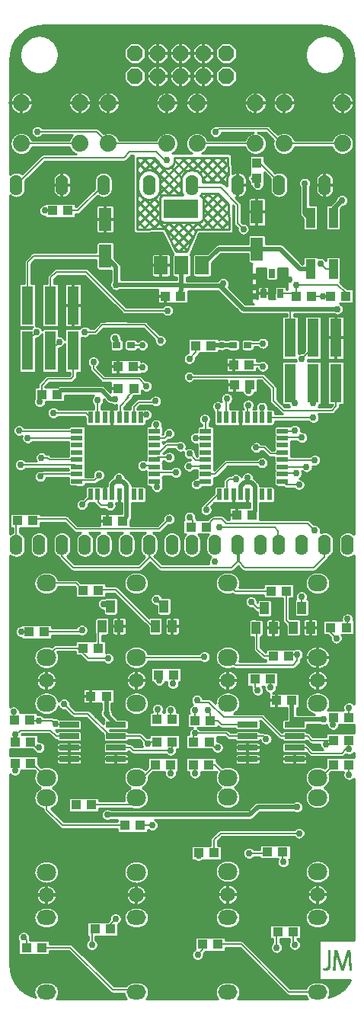
<source format=gtl>
G04 DipTrace 3.2.0.1*
G04 twigs02.GTL*
%MOIN*%
G04 #@! TF.FileFunction,Copper,L1,Top*
G04 #@! TF.Part,Single*
%AMOUTLINE0*
4,1,4,
0.027559,-0.051181,
0.027559,0.051181,
-0.027559,0.051181,
-0.027559,-0.051181,
0.027559,-0.051181,
0*%
%AMOUTLINE1*
4,1,4,
0.01378,0.019685,
-0.01378,0.019685,
-0.01378,-0.019685,
0.01378,-0.019685,
0.01378,0.019685,
0*%
%AMOUTLINE2*
4,1,4,
0.0295,0.0395,
-0.0295,0.0395,
-0.0295,-0.0395,
0.0295,-0.0395,
0.0295,0.0395,
0*%
%AMOUTLINE3*
4,1,4,
0.075,0.0395,
-0.075,0.0395,
-0.075,-0.0395,
0.075,-0.0395,
0.075,0.0395,
0*%
%AMOUTLINE4*
4,1,8,
0.034184,-0.014159,
0.014159,-0.034184,
-0.014159,-0.034184,
-0.034184,-0.014159,
-0.034184,0.014159,
-0.014159,0.034184,
0.014159,0.034184,
0.034184,0.014159,
0.034184,-0.014159,
0*%
%AMOUTLINE5*
4,1,4,
0.043307,-0.011811,
0.043307,0.011811,
-0.043307,0.011811,
-0.043307,-0.011811,
0.043307,-0.011811,
0*%
%AMOUTLINE6*
4,1,4,
-0.011,0.025,
-0.011,-0.025,
0.011,-0.025,
0.011,0.025,
-0.011,0.025,
0*%
%AMOUTLINE7*
4,1,4,
-0.025,0.011,
-0.025,-0.011,
0.025,-0.011,
0.025,0.011,
-0.025,0.011,
0*%
%AMOUTLINE8*
4,1,4,
0.016732,0.01378,
-0.016732,0.01378,
-0.016732,-0.01378,
0.016732,-0.01378,
0.016732,0.01378,
0*%
%AMOUTLINE9*
4,1,4,
0.019685,0.027559,
-0.019685,0.027559,
-0.019685,-0.027559,
0.019685,-0.027559,
0.019685,0.027559,
0*%
%ADD12C,0.001*%
G04 #@! TA.AperFunction,Conductor*
%ADD14C,0.02*%
%ADD15C,0.008*%
G04 #@! TA.AperFunction,CopperBalancing*
%ADD16C,0.009*%
%ADD17C,0.013*%
%ADD18C,0.01*%
%ADD26R,0.043307X0.03937*%
%ADD27R,0.03937X0.086614*%
G04 #@! TA.AperFunction,ComponentPad*
%ADD30O,0.085X0.075*%
%ADD31C,0.065*%
%ADD32O,0.085X0.065*%
%ADD34R,0.05X0.166929*%
%ADD37R,0.03937X0.043307*%
G04 #@! TA.AperFunction,ComponentPad*
%ADD38C,0.074*%
%ADD41O,0.055X0.09*%
G04 #@! TA.AperFunction,ViaPad*
%ADD42C,0.03*%
%ADD71OUTLINE0*%
%ADD72OUTLINE1*%
%ADD73OUTLINE2*%
%ADD74OUTLINE3*%
G04 #@! TA.AperFunction,ComponentPad*
%ADD75OUTLINE4*%
%ADD76OUTLINE5*%
%ADD77OUTLINE6*%
%ADD78OUTLINE7*%
%ADD79OUTLINE8*%
%ADD80OUTLINE9*%
%FSLAX26Y26*%
G04*
G70*
G90*
G75*
G01*
G04 Top*
%LPD*%
X1648412Y1719089D2*
D14*
Y1635518D1*
Y1623814D1*
X1659387Y1612839D1*
X835912Y1737839D2*
Y1662397D1*
Y1655064D1*
X878136Y1612839D1*
X1487143Y2619089D2*
Y2545127D1*
X1473380Y2531364D1*
X1487143Y2619089D2*
Y2655432D1*
X1470832Y2671743D1*
X1455043D1*
X1439416D1*
X1424669Y2656997D1*
Y2619607D1*
X1424151Y2619089D1*
X924643Y2619090D2*
Y2522140D1*
X906876Y2504373D1*
X924643Y2619090D2*
Y2659501D1*
X907271Y2676872D1*
X891380D1*
X873931D1*
X861750Y2664691D1*
Y2619190D1*
X861651Y2619090D1*
X1165728Y3622530D2*
Y3537509D1*
X878208D1*
Y3616745D1*
X831569Y3663384D1*
X1391729Y3273938D2*
X1342198D1*
X1298065D1*
X1295265Y3271137D1*
X1165728Y3537509D2*
X1160895Y3532675D1*
X1334479D1*
X1435884Y3431270D1*
X1642162D1*
X1848341D1*
X1786220Y1635518D2*
X1648412D1*
X1348393Y3543758D2*
Y3532675D1*
X1334479D1*
X1671131Y1253108D2*
X1499623D1*
X1465548Y1219033D1*
X840851D1*
X881175Y3273666D2*
Y3296593D1*
X874450Y3303318D1*
X891380Y2692347D2*
Y2676872D1*
X1455043Y2692746D2*
Y2671743D1*
X874450Y3037805D2*
X854451D1*
X817199Y3075057D1*
X637380D1*
X619900Y3057577D1*
X1160913Y3487514D2*
X1165728Y3537509D1*
X1642162Y3305324D2*
D15*
Y3431270D1*
X831569Y3663384D2*
X518119D1*
X492233Y3637498D1*
Y3447283D1*
X1455647Y2957089D2*
Y3010023D1*
X1457270Y3011646D1*
X1458519Y3072867D2*
Y3104053D1*
X1463084Y3099489D1*
X955918Y3084561D2*
Y3074292D1*
X927685Y3046058D1*
X935842D1*
X896733Y3006949D1*
Y2960677D1*
X893147Y2957090D1*
X1672254Y1921177D2*
X1641904D1*
X1633750Y1913023D1*
X1672254Y1921177D2*
Y1891698D1*
X1654412Y1873855D1*
X1400396D1*
X1367162Y1907089D1*
X845093Y1902867D2*
X756385D1*
X711418Y1947834D1*
X735198D1*
X614157D1*
X573412Y1907089D1*
Y2232089D2*
X702860D1*
X733664Y2201285D1*
X1528683Y2122237D2*
X1498212D1*
X1470164Y2150285D1*
X1403131Y2686499D2*
X1374896D1*
X1364349Y2675952D1*
Y2622279D1*
X1361158Y2619089D1*
X854564Y2130703D2*
X833863D1*
X823433Y2141133D1*
X852784Y2572451D2*
X815212D1*
X799797Y2587866D1*
Y2617951D1*
X798658Y2619090D1*
X1692291Y2124797D2*
Y2171364D1*
X1690329Y2173326D1*
X1712517Y2740806D2*
X1608937D1*
X1608899Y2740845D1*
X1088301Y2130703D2*
X1085072D1*
X1055454Y2160321D1*
X996120Y2746208D2*
X1041036D1*
X1046399Y2740846D1*
X1608899Y2898325D2*
X1659110D1*
X1660860Y2900075D1*
Y3018813D2*
Y3089381D1*
X1642162Y3108079D1*
X492233Y3250039D2*
Y3293784D1*
X529729Y3331280D1*
X742207D2*
X785952D1*
X817199Y3362527D1*
X1004679D1*
X1073422Y3293784D1*
X1054674Y2925073D2*
Y2906602D1*
X1046399Y2898326D1*
X1742162Y3305324D2*
Y3262598D1*
X1692107Y3212543D1*
Y2868829D2*
X1610899D1*
X1608899Y2866829D1*
X1046399Y2866830D2*
X1090172D1*
X1110918Y2887577D1*
X1104669Y3425020D2*
X917189D1*
X748456Y3593753D1*
X617220D1*
X592223Y3568755D1*
Y3447293D1*
X592233Y3447283D1*
X1760912Y1381089D2*
X1772912D1*
X1829662Y1437839D1*
X967162Y1381089D2*
X993483D1*
X1050233Y1437839D1*
X1284091D2*
X1310412D1*
X1367162Y1381089D1*
X502841Y1444089D2*
X510412D1*
X573412Y1381089D1*
X1270899Y2709348D2*
X1312459D1*
X1361695Y2758585D1*
X1517611D1*
X1498378Y3974963D2*
X1469297Y4004043D1*
X1495057D1*
X708399Y2709350D2*
X557896D1*
X546914Y2698368D1*
X567225Y3862474D2*
X601147D1*
X600779Y3862842D1*
X1495057Y4070972D2*
X1508607D1*
X1604632Y3974947D1*
X1592102D1*
X667708Y3862842D2*
X711328D1*
X823433Y3974947D1*
X1270899Y2677852D2*
X1242951D1*
X1230497Y2665398D1*
X1329645Y2475120D2*
X1573370D1*
X1588130Y2460360D1*
Y2404116D1*
X1592102Y2400144D1*
X803236Y2704932D2*
Y2700278D1*
X785393Y2682435D1*
X712980D1*
X708399Y2677854D1*
X1210892Y3974947D2*
Y3962464D1*
X1335895D1*
X1410887Y3887472D1*
Y3806230D1*
X1435884Y3781233D1*
X1492325Y2825304D2*
X1527431D1*
X1554278Y2798457D1*
X1603519D1*
X1608899Y2803837D1*
X1046399Y2803838D2*
X1067107D1*
X1100185Y2836915D1*
X1153878D1*
X1160073Y2830720D1*
X1099767Y4082544D2*
X1090828D1*
X1054674Y4118698D1*
X938017D1*
X912858Y4093539D1*
X560815D1*
X442223Y3974947D1*
X1201412Y2521201D2*
X1215114Y2507499D1*
Y2465082D1*
X1206038Y2474158D1*
Y2478064D1*
X442223Y2400144D2*
Y2500102D1*
X448488Y2506367D1*
X1272967Y2478064D2*
Y2480935D1*
X1304648Y2512616D1*
X1342144D1*
X1360892Y2493868D1*
X1717105D1*
X1748351Y2462621D1*
Y2770213D2*
X1611026D1*
X1608899Y2772341D1*
X515417Y2506367D2*
Y2512616D1*
X660965D1*
X704711Y2468871D1*
X1067173D1*
X1110918Y2512616D1*
Y2782708D2*
X1056765D1*
X1046399Y2772342D1*
X1566821Y1913023D2*
X1526804D1*
X1495378Y1944449D1*
Y2031527D1*
X1491282Y2035623D1*
X802127Y1947834D2*
Y2029053D1*
X817162Y2044089D1*
X1896591Y1437839D2*
Y1395728D1*
X1898336Y1393984D1*
Y1687703D2*
Y1644165D1*
X1898412Y1644089D1*
Y1544089D2*
X1898336Y1506472D1*
X1885837D1*
X1867089Y1487724D1*
X1735853D1*
X1710855Y1512721D1*
X1659505D1*
X1659387Y1512839D1*
X1818983Y2037839D2*
Y2015309D1*
X1843112Y1991179D1*
X1117162Y1437839D2*
X1117168Y1400238D1*
Y1675204D2*
Y1644085D1*
X1125627Y1635625D1*
X1123412Y1537839D2*
Y1506467D1*
X1117168Y1500222D1*
X954685D1*
X942186Y1512721D1*
X878254D1*
X878136Y1512839D1*
X1067173Y1806440D2*
Y1827149D1*
X1062733Y1831589D1*
X1623233Y2196927D2*
Y2069839D1*
X1654889Y2038183D1*
X1050900Y2044089D2*
X1036211D1*
X876328Y2203972D1*
X803279D1*
X800593Y2201285D1*
X1306878Y1052553D2*
Y1108743D1*
X1335895Y1137761D1*
X1679609D1*
X771640Y1262747D2*
X937191D1*
X967162Y1292719D1*
X1325627Y652553D2*
X1425893D1*
X1634423Y444023D1*
X1760391D1*
X1760850Y443564D1*
X552841Y637839D2*
X678677D1*
X863422Y453094D1*
X957658D1*
X967162Y443590D1*
X1460881Y1050270D2*
X1535843D1*
X1542162Y1056589D1*
X917731Y1172783D2*
X644055D1*
X575214Y1241624D1*
Y1290917D1*
X573412Y1292719D1*
X1518639Y2957089D2*
Y3000254D1*
X1517241Y3001652D1*
X1520989Y3281516D2*
X1462300D1*
X1454721Y3273938D1*
X1461619Y3187683D2*
X1513620D1*
X1520989Y3180314D1*
X956139Y2957090D2*
Y3002883D1*
X977517Y3024261D1*
X1047401D1*
X1051889Y3028749D1*
X995004Y3175569D2*
X957135D1*
X953410Y3179293D1*
X993721Y3273022D2*
X944812D1*
X944168Y3273666D1*
X1225233Y1631590D2*
Y1673377D1*
X1223406Y1675204D1*
Y1400233D2*
Y1431595D1*
X1217162Y1437839D1*
X1218984Y1537839D2*
Y1570792D1*
X1223406Y1575215D1*
X1360892D1*
X1373391Y1562716D1*
X1454539D1*
X1454662Y1562839D1*
X1523252D1*
X1535874Y1550217D1*
X1554622Y1775194D2*
Y1811058D1*
X1552841Y1812839D1*
X435912Y1444089D2*
Y1412809D1*
X429740Y1668955D2*
Y1637758D1*
X433696Y1633801D1*
X435912Y1537837D2*
Y1568965D1*
X442238D1*
X460986Y1587713D1*
X592223D1*
X617220Y1562716D1*
X673288D1*
X673412Y1562839D1*
X498244Y2019734D2*
X463274D1*
X1581511Y637530D2*
Y702188D1*
X1585912Y706589D1*
X772715Y649624D2*
Y705892D1*
X785912Y719089D1*
X1485912Y1812839D2*
Y1775161D1*
X1498378Y1762695D1*
X565173Y2019734D2*
X723011D1*
X729778Y2026501D1*
X1892102Y2075238D2*
Y2044030D1*
X1885912Y2037839D1*
X1129662Y1831589D2*
Y1790755D1*
X1127514Y1792904D1*
X1829603Y3831054D2*
D14*
Y3868734D1*
X1867089Y3906220D1*
X1556304Y2196927D2*
D15*
X1402324D1*
X1367162Y2232089D1*
X967162Y1907089D2*
X1262460D1*
X1265405Y1910033D1*
X1729603Y3831054D2*
D14*
X1723527D1*
X1704606Y3849976D1*
Y3981212D1*
X1239948Y1052553D2*
D15*
Y1039977D1*
X1272778Y2553094D2*
Y2568455D1*
X1323412Y2619089D1*
X1329662D1*
X767162Y2619090D2*
Y2612564D1*
X729708Y2575110D1*
X701330Y1259367D2*
X704711Y1262747D1*
X1258698Y652553D2*
Y629359D1*
X1235905Y606566D1*
X1198690Y2743842D2*
X1267901D1*
X1270899Y2740845D1*
X485912Y637839D2*
Y671264D1*
X473759Y683417D1*
X460986Y2750091D2*
X699153D1*
X708399Y2740846D1*
X1609091Y1056589D2*
Y1014548D1*
X1610866Y1012774D1*
X1667110Y2712595D2*
X1612145D1*
X1608899Y2709348D1*
X984660Y1172783D2*
X1037586D1*
X1140893Y2716721D2*
X1053770D1*
X1046399Y2709350D1*
X1652841Y706589D2*
Y658331D1*
X1660860Y650312D1*
X1679609Y2662600D2*
X1624151D1*
X1608899Y2677852D1*
X852841Y719089D2*
Y739930D1*
X876479Y763568D1*
X1057813Y2652587D2*
Y2666439D1*
X1046399Y2677854D1*
X1659387Y1562839D2*
X1716981D1*
X1735853Y1543968D1*
X1799004D1*
X1831362D1*
X1831483Y1544089D1*
X1799004Y1543968D2*
Y1525220D1*
X1828395Y1613757D2*
X1824015D1*
Y1636621D1*
X1831483Y1644089D1*
X1659387Y1562839D2*
X1601261D1*
X1518498Y1645602D1*
X1350472D1*
X1285703Y1710371D1*
X1243400D1*
X1232707Y1721064D1*
X1324832Y3005372D2*
Y2961919D1*
X1329662Y2957089D1*
X1056483Y1537839D2*
X1023548D1*
X1017178Y1531469D1*
X1060923Y1681453D2*
Y1637851D1*
X1058698Y1635625D1*
X878136Y1562839D2*
X985808D1*
X1017178Y1531469D1*
X878136Y1562839D2*
X853258D1*
X755670Y1660427D1*
X694336D1*
X651175Y1703587D1*
X603704Y2976852D2*
X747400D1*
X767162Y2957090D1*
X1454662Y1612839D2*
X1342015D1*
X1323396Y1631459D1*
X1292294D1*
X1292162Y1631590D1*
Y1662692D1*
X1279651Y1675204D1*
X1323396Y1512721D2*
X1311031D1*
X1285913Y1537839D1*
X1361158Y2957089D2*
Y3037287D1*
X1363561Y3039690D1*
X673412Y1612839D2*
X617091D1*
X613724Y1616207D1*
X598472Y1631459D1*
X540553D1*
X502968D1*
X500626Y1633801D1*
X542228Y1512721D2*
X527956D1*
X502841Y1537837D1*
X797951Y3031701D2*
Y2957797D1*
X798658Y2957090D1*
X1792102Y2400144D2*
Y2347456D1*
X1744784Y2300138D1*
X1442133D1*
X1417136Y2325136D1*
Y2400144D1*
X1410892D1*
Y2326621D1*
X1384409Y2300138D1*
X1073422D1*
X1023433Y2350128D1*
Y2400144D1*
Y2343889D1*
X979682Y2300138D1*
X692212D1*
X642223Y2350128D1*
Y2400144D1*
X1598178Y3500012D2*
X1656425D1*
X1668923Y3487514D1*
Y3537509D1*
X1848341D1*
X1884023Y3501826D1*
Y3487514D1*
X1228336Y3271137D2*
Y3242489D1*
X1199465Y3213619D1*
Y2798428D2*
X1228631Y2769263D1*
X1267821D1*
X1270899Y2772341D1*
X1199465Y3134465D2*
X1520211D1*
X1567120Y3087556D1*
Y3031312D1*
X1610866Y2987566D1*
X1823343D1*
X1842091Y3006314D1*
Y3108009D1*
X1842162Y3108079D1*
X708399Y2772342D2*
X587095D1*
X577761Y2781677D1*
X552283D1*
X544594Y3025452D2*
Y3049200D1*
X552971Y3057577D1*
Y3098299D1*
X579724Y3125052D1*
X679714D1*
X692212Y3137551D1*
Y3250018D1*
X692233Y3250039D1*
X1742162Y3108079D2*
Y3018813D1*
Y2956320D2*
X1550904D1*
X1550135Y2957089D1*
X592233Y3250039D2*
Y3250049D1*
X629719Y3287535D1*
X779703Y3200044D2*
Y3168797D1*
X823448Y3125052D1*
X979682D1*
X1010929Y3093805D1*
Y2968818D2*
X999363D1*
X987635Y2957090D1*
X1870164Y4155089D2*
X1614164D1*
X1604997D1*
X1541199Y4218887D1*
X1327178D1*
X1314374Y4206082D1*
X1226773Y2867018D2*
X1270710D1*
X1270899Y2866829D1*
X1101412Y4155089D2*
X845412D1*
X708399Y2866830D2*
X491872D1*
X533944Y4207712D2*
X792788D1*
X845412Y4155089D1*
X1488912D2*
X1232912D1*
X1270899Y2898325D2*
Y2945309D1*
X1266813Y2949394D1*
X720161Y4155089D2*
X464161D1*
X708399Y2898326D2*
X454938D1*
X453459Y2899805D1*
X1729603Y3606251D2*
D14*
X1685858D1*
X1597479Y3694631D1*
X1495691D1*
X1327829D1*
X1255728Y3622530D1*
X1735853Y3487514D2*
D15*
X1817094D1*
X1785847D1*
X1773349Y3631249D2*
X1798346Y3606251D1*
X1829603D1*
D42*
X1848341Y3431270D3*
X1786220Y1635518D3*
X1348393Y3543758D3*
X1342198Y3273938D3*
X1671131Y1253108D3*
X840851Y1219033D3*
X835912Y1662397D3*
X874450Y3303318D3*
X878208Y3537509D3*
X891380Y2692347D3*
X874450Y3303318D3*
X1455043Y2692746D3*
X1342198Y3273938D3*
X874450Y3037805D3*
X1457270Y3011646D3*
X1458519Y3072867D3*
X1672254Y1921177D3*
D3*
X845093Y1902867D3*
X1470164Y2150285D3*
X1403131Y2686499D3*
X823433Y2141133D3*
X852784Y2572451D3*
X1690329Y2173326D3*
X1712517Y2740806D3*
X1055454Y2160321D3*
X996120Y2746208D3*
X1660860Y2900075D3*
Y3018813D3*
X529729Y3331280D3*
X742207D3*
X1073422Y3293784D3*
X1054674Y2925073D3*
X1692107Y3212543D3*
Y2868829D3*
X1110918Y2887577D3*
X1104669Y3425020D3*
X1517611Y2758585D3*
X1498378Y3974963D3*
X546914Y2698368D3*
X567225Y3862474D3*
X1230497Y2665398D3*
X1329645Y2475120D3*
X803236Y2704932D3*
X1435884Y3781233D3*
X1492325Y2825304D3*
X1160073Y2830720D3*
X1099767Y4082544D3*
X1201412Y2521201D3*
X1748351Y2462621D3*
Y2770213D3*
X1110918Y2512616D3*
Y2782708D3*
X1898336Y1393984D3*
Y1687703D3*
Y1506472D3*
D3*
X1843112Y1991179D3*
X1117168Y1400238D3*
Y1675204D3*
Y1500222D3*
D3*
X1067173Y1806440D3*
X1679609Y1137761D3*
X1460881Y1050270D3*
X1517241Y3001652D3*
X1520989Y3281516D3*
Y3180314D3*
X1051889Y3028749D3*
X995004Y3175569D3*
X993721Y3273022D3*
X1223406Y1675204D3*
Y1400233D3*
Y1575215D3*
X1535874Y1550217D3*
X1554622Y1775194D3*
X435912Y1412809D3*
X429740Y1668955D3*
X435912Y1568965D3*
D3*
X463274Y2019734D3*
X1581511Y637530D3*
X772715Y649624D3*
X1498378Y1762695D3*
X729778Y2026501D3*
X1892102Y2075238D3*
X1127514Y1792904D3*
X1867089Y3906220D3*
X1265405Y1910033D3*
X1704606Y3981212D3*
X1239948Y1039977D3*
X1272778Y2553094D3*
X729708Y2575110D3*
X701330Y1259367D3*
X1235905Y606566D3*
X1198690Y2743842D3*
X473759Y683417D3*
X460986Y2750091D3*
X1610866Y1012774D3*
X1667110Y2712595D3*
X1037586Y1172783D3*
X1140893Y2716721D3*
X1660860Y650312D3*
X1679609Y2662600D3*
X876479Y763568D3*
X1057813Y2652587D3*
X1799004Y1525220D3*
X1828395Y1613757D3*
X1232707Y1721064D3*
X1324832Y3005372D3*
X1017178Y1531469D3*
X1060923Y1681453D3*
X651175Y1703587D3*
X603704Y2976852D3*
X1279651Y1675204D3*
X1323396Y1512721D3*
X1363561Y3039690D3*
X1279651Y1675204D3*
X542228Y1512721D3*
X540553Y1631459D3*
X797951Y3031701D3*
X613724Y1616207D3*
X1668923Y3537509D3*
X1199465Y3213619D3*
Y2798428D3*
Y3134465D3*
X552283Y2781677D3*
X544594Y3025452D3*
X1742162Y3018813D3*
Y2956320D3*
X629719Y3287535D3*
X779703Y3200044D3*
X1010929Y3093805D3*
Y2968818D3*
X1314374Y4206082D3*
X1226773Y2867018D3*
X491872Y2866830D3*
X533944Y4207712D3*
X1266813Y2949394D3*
X453459Y2899805D3*
X1785847Y3487514D3*
X1773349Y3631249D3*
X1639202Y3558960D3*
X945318Y2797942D3*
X827194D3*
X1445077Y2855868D3*
X1509818Y2708213D3*
X1394123Y2727829D3*
X1484389Y3574422D3*
X1482225Y3528289D3*
X1482883Y3487165D3*
X960542Y3500604D3*
X1018372Y3474198D3*
X1009204Y3640636D3*
X1068444Y3707636D3*
X1002857Y3593384D3*
X429740Y2200149D3*
X448488Y2587608D3*
X735958Y2506367D3*
X985931Y2150154D3*
X1348393D3*
X1448383Y1950175D3*
X1798346Y2150154D3*
X1604616Y2531364D3*
X1248404Y2600107D3*
X973433Y2512616D3*
X779703Y1837687D3*
X1573370Y2106409D3*
X1310897Y2325136D3*
X623469Y2137656D3*
X513815Y4664720D2*
D16*
X1820513D1*
X494268Y4655851D2*
X1840043D1*
X478800Y4646982D2*
X1855529D1*
X468007Y4638114D2*
X1866322D1*
X457477Y4629245D2*
X1876834D1*
X450358Y4620376D2*
X504615D1*
X579698D2*
X1754613D1*
X1829696D2*
X1883970D1*
X443239Y4611507D2*
X490095D1*
X594218D2*
X1740111D1*
X1844216D2*
X1891089D1*
X437192Y4602638D2*
X480146D1*
X604167D2*
X1730144D1*
X1854165D2*
X1897136D1*
X432675Y4593770D2*
X472746D1*
X611585D2*
X938425D1*
X983397D2*
X1038427D1*
X1083399D2*
X1138429D1*
X1183401D2*
X1238431D1*
X1283403D2*
X1338433D1*
X1383388D2*
X1722744D1*
X1861583D2*
X1901636D1*
X428175Y4584901D2*
X467121D1*
X617210D2*
X929461D1*
X992362D2*
X1029463D1*
X1092364D2*
X1129464D1*
X1192366D2*
X1229466D1*
X1292368D2*
X1329451D1*
X1392370D2*
X1717119D1*
X1867208D2*
X1906154D1*
X424448Y4576032D2*
X462884D1*
X621429D2*
X920584D1*
X1001239D2*
X1020586D1*
X1101241D2*
X1120588D1*
X1201225D2*
X1220589D1*
X1301227D2*
X1320591D1*
X1401229D2*
X1712882D1*
X1871427D2*
X1909880D1*
X422040Y4567163D2*
X459843D1*
X624487D2*
X914273D1*
X1007550D2*
X1014275D1*
X1107552D2*
X1114277D1*
X1207554D2*
X1214279D1*
X1307555D2*
X1314263D1*
X1407557D2*
X1709841D1*
X1874485D2*
X1912289D1*
X419632Y4558295D2*
X457839D1*
X626491D2*
X913974D1*
X1007848D2*
X1013976D1*
X1107850D2*
X1113961D1*
X1207852D2*
X1213963D1*
X1307854D2*
X1313964D1*
X1407856D2*
X1707838D1*
X1876489D2*
X1914697D1*
X417382Y4549426D2*
X456802D1*
X627528D2*
X913974D1*
X1007848D2*
X1013976D1*
X1107850D2*
X1113961D1*
X1207852D2*
X1213963D1*
X1307854D2*
X1313964D1*
X1407856D2*
X1706800D1*
X1877526D2*
X1916929D1*
X416872Y4540557D2*
X456697D1*
X627616D2*
X913974D1*
X1007848D2*
X1013976D1*
X1107850D2*
X1113961D1*
X1207852D2*
X1213963D1*
X1307854D2*
X1313964D1*
X1407856D2*
X1706713D1*
X1877614D2*
X1917457D1*
X416345Y4531688D2*
X457541D1*
X626772D2*
X914853D1*
X1006970D2*
X1014855D1*
X1106972D2*
X1114857D1*
X1206973D2*
X1214859D1*
X1306975D2*
X1314843D1*
X1406977D2*
X1707539D1*
X1876788D2*
X1917984D1*
X415817Y4522820D2*
X459351D1*
X624979D2*
X922412D1*
X999411D2*
X1022414D1*
X1099413D2*
X1122416D1*
X1199415D2*
X1222418D1*
X1299417D2*
X1322420D1*
X1399401D2*
X1709349D1*
X1874977D2*
X1918511D1*
X415571Y4513951D2*
X462181D1*
X622149D2*
X931289D1*
X990534D2*
X1031291D1*
X1090536D2*
X1131275D1*
X1190538D2*
X1231277D1*
X1290540D2*
X1331279D1*
X1390542D2*
X1712179D1*
X1872147D2*
X1918757D1*
X415571Y4505082D2*
X466154D1*
X618177D2*
X941607D1*
X980216D2*
X1041609D1*
X1080218D2*
X1141593D1*
X1180220D2*
X1241595D1*
X1280222D2*
X1341597D1*
X1380223D2*
X1716152D1*
X1868175D2*
X1918757D1*
X415571Y4496213D2*
X471480D1*
X612850D2*
X943857D1*
X977966D2*
X1043859D1*
X1077968D2*
X1143861D1*
X1177970D2*
X1243863D1*
X1277954D2*
X1343865D1*
X1377956D2*
X1721478D1*
X1862848D2*
X1918757D1*
X415571Y4487345D2*
X478476D1*
X605854D2*
X931904D1*
X989919D2*
X1031906D1*
X1089921D2*
X1131908D1*
X1189923D2*
X1231910D1*
X1289925D2*
X1331912D1*
X1389927D2*
X1728474D1*
X1855852D2*
X1918757D1*
X415571Y4478476D2*
X487810D1*
X596520D2*
X923027D1*
X998796D2*
X1023029D1*
X1098798D2*
X1123031D1*
X1198782D2*
X1223033D1*
X1298784D2*
X1323035D1*
X1398786D2*
X1737808D1*
X1846518D2*
X1918757D1*
X415571Y4469607D2*
X501082D1*
X583249D2*
X915117D1*
X1006706D2*
X1015119D1*
X1106690D2*
X1115121D1*
X1206692D2*
X1215123D1*
X1306694D2*
X1315125D1*
X1406696D2*
X1751080D1*
X1833247D2*
X1918757D1*
X415571Y4460738D2*
X526588D1*
X557725D2*
X913974D1*
X1007848D2*
X1013976D1*
X1107850D2*
X1113961D1*
X1207852D2*
X1213963D1*
X1307854D2*
X1313964D1*
X1407856D2*
X1776586D1*
X1807723D2*
X1918757D1*
X415571Y4451869D2*
X913974D1*
X1007848D2*
X1013976D1*
X1107850D2*
X1113961D1*
X1207852D2*
X1213963D1*
X1307854D2*
X1313964D1*
X1407856D2*
X1918757D1*
X415571Y4443001D2*
X913974D1*
X1007848D2*
X1013976D1*
X1107850D2*
X1113961D1*
X1207852D2*
X1213963D1*
X1307854D2*
X1313964D1*
X1407856D2*
X1918757D1*
X415571Y4434132D2*
X914150D1*
X1007673D2*
X1014152D1*
X1107675D2*
X1114154D1*
X1207677D2*
X1214155D1*
X1307679D2*
X1314140D1*
X1407680D2*
X1918757D1*
X415571Y4425263D2*
X919968D1*
X1001854D2*
X1019970D1*
X1101856D2*
X1119972D1*
X1201858D2*
X1219974D1*
X1301860D2*
X1319976D1*
X1401845D2*
X1918757D1*
X415571Y4416394D2*
X928845D1*
X992977D2*
X1028847D1*
X1092979D2*
X1128832D1*
X1192981D2*
X1228834D1*
X1292983D2*
X1328836D1*
X1392985D2*
X1918757D1*
X415571Y4407526D2*
X937722D1*
X984100D2*
X1037724D1*
X1084102D2*
X1137709D1*
X1184104D2*
X1237711D1*
X1284106D2*
X1337713D1*
X1384108D2*
X1918757D1*
X415571Y4398657D2*
X1918757D1*
X415571Y4389788D2*
X1918757D1*
X415571Y4380919D2*
X453287D1*
X475038D2*
X709277D1*
X731046D2*
X834539D1*
X856290D2*
X1090529D1*
X1112280D2*
X1222031D1*
X1243782D2*
X1478039D1*
X1499790D2*
X1603283D1*
X1625034D2*
X1859291D1*
X1881042D2*
X1918757D1*
X415571Y4372051D2*
X433775D1*
X494550D2*
X689783D1*
X750540D2*
X815027D1*
X875802D2*
X1071035D1*
X1131792D2*
X1202537D1*
X1263294D2*
X1458527D1*
X1519302D2*
X1583789D1*
X1644546D2*
X1839779D1*
X1900554D2*
X1918757D1*
X415571Y4363182D2*
X424775D1*
X503550D2*
X680765D1*
X759557D2*
X806027D1*
X884802D2*
X1062017D1*
X1140809D2*
X1193519D1*
X1272311D2*
X1449527D1*
X1528302D2*
X1574771D1*
X1653563D2*
X1830779D1*
X1909554D2*
X1918757D1*
X509069Y4354313D2*
X675246D1*
X765077D2*
X800507D1*
X890321D2*
X1056498D1*
X1146329D2*
X1188000D1*
X1277813D2*
X1444007D1*
X1533821D2*
X1569252D1*
X1659065D2*
X1825259D1*
X512339Y4345444D2*
X671994D1*
X768329D2*
X797238D1*
X893591D2*
X1053246D1*
X1149581D2*
X1184748D1*
X1281083D2*
X1440738D1*
X1537091D2*
X1566000D1*
X1662335D2*
X1821990D1*
X513798Y4336575D2*
X670517D1*
X769788D2*
X795779D1*
X895050D2*
X1051769D1*
X1151040D2*
X1183271D1*
X1282542D2*
X1439279D1*
X1538550D2*
X1564523D1*
X1663794D2*
X1820531D1*
X513622Y4327707D2*
X670693D1*
X769630D2*
X795955D1*
X894874D2*
X1051945D1*
X1150882D2*
X1183447D1*
X1282366D2*
X1439455D1*
X1538374D2*
X1564699D1*
X1663618D2*
X1820707D1*
X511794Y4318838D2*
X672521D1*
X767802D2*
X797783D1*
X893046D2*
X1053773D1*
X1149054D2*
X1185275D1*
X1280555D2*
X1441283D1*
X1536546D2*
X1566527D1*
X1661807D2*
X1822535D1*
X415571Y4309969D2*
X420216D1*
X508102D2*
X676213D1*
X764110D2*
X801474D1*
X889354D2*
X1057464D1*
X1145362D2*
X1188966D1*
X1276864D2*
X1444974D1*
X1532854D2*
X1570218D1*
X1658116D2*
X1826226D1*
X1914106D2*
X1918761D1*
X415571Y4301100D2*
X426322D1*
X502003D2*
X682330D1*
X757993D2*
X807574D1*
X883237D2*
X1063582D1*
X1139245D2*
X1195084D1*
X1270747D2*
X1451074D1*
X1526737D2*
X1576336D1*
X1651999D2*
X1832326D1*
X1907989D2*
X1918757D1*
X415571Y4292232D2*
X436464D1*
X491860D2*
X692472D1*
X747850D2*
X817716D1*
X873112D2*
X1073724D1*
X1129102D2*
X1205209D1*
X1260604D2*
X1461216D1*
X1516612D2*
X1586461D1*
X1641856D2*
X1842468D1*
X1897864D2*
X1918757D1*
X415571Y4283363D2*
X1918757D1*
X415571Y4274494D2*
X1918757D1*
X415571Y4265625D2*
X1918757D1*
X415571Y4256757D2*
X1918757D1*
X415571Y4247888D2*
X1918757D1*
X415571Y4239019D2*
X1918757D1*
X415571Y4230150D2*
X518273D1*
X549604D2*
X1301554D1*
X1553263D2*
X1918757D1*
X415571Y4221282D2*
X509871D1*
X801903D2*
X1291324D1*
X1562139D2*
X1918757D1*
X415571Y4212413D2*
X506601D1*
X811413D2*
X1287369D1*
X1570999D2*
X1918757D1*
X415571Y4203544D2*
X456978D1*
X471329D2*
X506513D1*
X820290D2*
X838230D1*
X852581D2*
X1094238D1*
X1108589D2*
X1225740D1*
X1240091D2*
X1286736D1*
X1579876D2*
X1606992D1*
X1621343D2*
X1862982D1*
X1877333D2*
X1918757D1*
X415571Y4194675D2*
X434619D1*
X493706D2*
X509554D1*
X874958D2*
X1071879D1*
X1130948D2*
X1203380D1*
X1262450D2*
X1289162D1*
X1339583D2*
X1459371D1*
X1518458D2*
X1542076D1*
X1643702D2*
X1840623D1*
X1899710D2*
X1918757D1*
X415571Y4185806D2*
X425267D1*
X503057D2*
X517500D1*
X550395D2*
X681257D1*
X884309D2*
X1062509D1*
X1140300D2*
X1194011D1*
X1271802D2*
X1295859D1*
X1332886D2*
X1450019D1*
X1527809D2*
X1550953D1*
X1653054D2*
X1831271D1*
X1909061D2*
X1918757D1*
X508770Y4176938D2*
X675562D1*
X890022D2*
X1056814D1*
X1146013D2*
X1188316D1*
X1277514D2*
X1444306D1*
X1533522D2*
X1559812D1*
X1658766D2*
X1825558D1*
X1149423Y4168069D2*
X1184906D1*
X1536915D2*
X1566158D1*
X1151005Y4159200D2*
X1183324D1*
X1538497D2*
X1564576D1*
X1150934Y4150331D2*
X1183377D1*
X1538444D2*
X1564629D1*
X1149229Y4141463D2*
X1185082D1*
X1536739D2*
X1566334D1*
X508436Y4132594D2*
X675879D1*
X1145679D2*
X1188632D1*
X1277180D2*
X1444640D1*
X1533188D2*
X1569884D1*
X1658432D2*
X1825892D1*
X415571Y4123725D2*
X425795D1*
X502530D2*
X681802D1*
X1139772D2*
X1194539D1*
X1271274D2*
X1450547D1*
X1527282D2*
X1575791D1*
X1652526D2*
X1831798D1*
X1908534D2*
X1918757D1*
X415571Y4114856D2*
X435533D1*
X492792D2*
X691541D1*
X1130034D2*
X1204295D1*
X1261536D2*
X1460285D1*
X1517544D2*
X1585547D1*
X1642788D2*
X1841537D1*
X1898796D2*
X1918757D1*
X415571Y4105988D2*
X550089D1*
X1384495D2*
X1918757D1*
X415571Y4097119D2*
X541072D1*
X939768D2*
X954422D1*
X1386200D2*
X1462605D1*
X1527511D2*
X1918757D1*
X415571Y4088250D2*
X532195D1*
X930891D2*
X954422D1*
X1386376D2*
X1462605D1*
X1527511D2*
X1918757D1*
X415571Y4079381D2*
X523336D1*
X920907D2*
X954422D1*
X1386552D2*
X1462605D1*
X1527511D2*
X1918757D1*
X415571Y4070512D2*
X514459D1*
X561118D2*
X954422D1*
X1386727D2*
X1462605D1*
X1532397D2*
X1918757D1*
X415571Y4061644D2*
X505582D1*
X552241D2*
X954422D1*
X1386886D2*
X1462605D1*
X1541257D2*
X1918757D1*
X415571Y4052775D2*
X496722D1*
X543382D2*
X954422D1*
X1387061D2*
X1462605D1*
X1550134D2*
X1918757D1*
X415571Y4043906D2*
X487845D1*
X534505D2*
X954422D1*
X1387237D2*
X1462605D1*
X1559011D2*
X1918757D1*
X415571Y4035037D2*
X478986D1*
X525645D2*
X954422D1*
X1387395D2*
X1462605D1*
X1567870D2*
X1918757D1*
X415571Y4026169D2*
X421024D1*
X463419D2*
X470109D1*
X516768D2*
X621017D1*
X663423D2*
X802230D1*
X844636D2*
X954422D1*
X1432097D2*
X1462605D1*
X1613309D2*
X1770908D1*
X1813296D2*
X1918757D1*
X507909Y4017300D2*
X610804D1*
X673636D2*
X792017D1*
X854848D2*
X954422D1*
X1442309D2*
X1459687D1*
X1527511D2*
X1538947D1*
X1623522D2*
X1760677D1*
X1823526D2*
X1918757D1*
X499032Y4008431D2*
X605355D1*
X679085D2*
X786568D1*
X860298D2*
X954422D1*
X1447759D2*
X1453162D1*
X1527511D2*
X1547824D1*
X1628972D2*
X1755228D1*
X1828975D2*
X1918757D1*
X490173Y3999562D2*
X602613D1*
X681827D2*
X783826D1*
X863040D2*
X954422D1*
X1527511D2*
X1552482D1*
X1631714D2*
X1684089D1*
X1725124D2*
X1752486D1*
X1831718D2*
X1918757D1*
X482491Y3990694D2*
X601963D1*
X682477D2*
X783175D1*
X863690D2*
X954422D1*
X1451151D2*
X1459318D1*
X1527511D2*
X1551849D1*
X1632364D2*
X1678570D1*
X1730643D2*
X1751836D1*
X1832368D2*
X1918757D1*
X482491Y3981825D2*
X601963D1*
X682477D2*
X783175D1*
X863690D2*
X954422D1*
X1451151D2*
X1462605D1*
X1527511D2*
X1551849D1*
X1632364D2*
X1676847D1*
X1732366D2*
X1751836D1*
X1832368D2*
X1918757D1*
X482491Y3972956D2*
X601963D1*
X682477D2*
X783175D1*
X863690D2*
X954422D1*
X1451151D2*
X1462605D1*
X1527511D2*
X1551849D1*
X1632364D2*
X1678148D1*
X1731065D2*
X1751836D1*
X1832368D2*
X1918757D1*
X482491Y3964087D2*
X601963D1*
X682477D2*
X783175D1*
X863690D2*
X954422D1*
X1451151D2*
X1472923D1*
X1523837D2*
X1551849D1*
X1632364D2*
X1681839D1*
X1727374D2*
X1751836D1*
X1832368D2*
X1918757D1*
X482421Y3955219D2*
X602033D1*
X682425D2*
X780380D1*
X863638D2*
X954422D1*
X1451081D2*
X1479269D1*
X1517491D2*
X1551902D1*
X1632294D2*
X1681839D1*
X1727374D2*
X1751906D1*
X1832298D2*
X1918757D1*
X480891Y3946350D2*
X603562D1*
X680878D2*
X771504D1*
X862091D2*
X954422D1*
X1449552D2*
X1553431D1*
X1630764D2*
X1681839D1*
X1727374D2*
X1753435D1*
X1830768D2*
X1918757D1*
X477042Y3937481D2*
X607394D1*
X677046D2*
X762644D1*
X858259D2*
X954422D1*
X1445720D2*
X1557281D1*
X1626915D2*
X1681839D1*
X1727374D2*
X1757285D1*
X1826919D2*
X1918757D1*
X469923Y3928612D2*
X614531D1*
X669909D2*
X753767D1*
X851122D2*
X954422D1*
X1438583D2*
X1564418D1*
X1619796D2*
X1681839D1*
X1727374D2*
X1764404D1*
X1819800D2*
X1851363D1*
X1882817D2*
X1918757D1*
X415571Y3919743D2*
X430031D1*
X454419D2*
X630017D1*
X654423D2*
X744908D1*
X791567D2*
X811230D1*
X835636D2*
X954422D1*
X1423097D2*
X1579904D1*
X1604309D2*
X1681839D1*
X1727374D2*
X1779908D1*
X1804296D2*
X1842978D1*
X1891202D2*
X1918757D1*
X415571Y3910875D2*
X736031D1*
X782690D2*
X954422D1*
X1410809D2*
X1455943D1*
X1535438D2*
X1681839D1*
X1727374D2*
X1839744D1*
X1894436D2*
X1918757D1*
X415571Y3902006D2*
X727154D1*
X773813D2*
X954422D1*
X1419686D2*
X1455380D1*
X1536018D2*
X1681839D1*
X1727374D2*
X1831060D1*
X1894524D2*
X1918757D1*
X415571Y3893137D2*
X566367D1*
X702130D2*
X718295D1*
X764954D2*
X954422D1*
X1426595D2*
X1455380D1*
X1536018D2*
X1681839D1*
X1727374D2*
X1822183D1*
X1891448D2*
X1918757D1*
X415571Y3884268D2*
X550617D1*
X702130D2*
X709418D1*
X756077D2*
X794619D1*
X868507D2*
X954422D1*
X1427649D2*
X1455380D1*
X1536018D2*
X1681839D1*
X1762055D2*
X1797152D1*
X1883468D2*
X1918757D1*
X415571Y3875400D2*
X542777D1*
X747218D2*
X791244D1*
X871882D2*
X954422D1*
X1427649D2*
X1455380D1*
X1536018D2*
X1681839D1*
X1762055D2*
X1797152D1*
X1868087D2*
X1918757D1*
X415571Y3866531D2*
X539771D1*
X738341D2*
X791244D1*
X871882D2*
X954422D1*
X1427649D2*
X1455380D1*
X1536018D2*
X1681839D1*
X1762055D2*
X1797152D1*
X1862040D2*
X1918757D1*
X415571Y3857662D2*
X539894D1*
X729481D2*
X791244D1*
X871882D2*
X954422D1*
X1427649D2*
X1455380D1*
X1536018D2*
X1681839D1*
X1762055D2*
X1797152D1*
X1862040D2*
X1918757D1*
X415571Y3848793D2*
X543216D1*
X719585D2*
X791244D1*
X871882D2*
X954422D1*
X1427649D2*
X1455380D1*
X1536018D2*
X1681875D1*
X1762055D2*
X1797152D1*
X1862040D2*
X1918757D1*
X415571Y3839925D2*
X551724D1*
X702130D2*
X791244D1*
X871882D2*
X954422D1*
X1427649D2*
X1455380D1*
X1536018D2*
X1684300D1*
X1762055D2*
X1797152D1*
X1862040D2*
X1918757D1*
X415571Y3831056D2*
X791244D1*
X871882D2*
X954422D1*
X1427649D2*
X1455380D1*
X1536018D2*
X1691718D1*
X1762055D2*
X1797152D1*
X1862040D2*
X1918757D1*
X415571Y3822187D2*
X791244D1*
X871882D2*
X954422D1*
X1427649D2*
X1455380D1*
X1536018D2*
X1697150D1*
X1762055D2*
X1797152D1*
X1862040D2*
X1918757D1*
X415571Y3813318D2*
X791244D1*
X871882D2*
X954422D1*
X1427649D2*
X1455380D1*
X1536018D2*
X1697150D1*
X1762055D2*
X1797152D1*
X1862040D2*
X1918757D1*
X415571Y3804449D2*
X791244D1*
X871882D2*
X954422D1*
X1450290D2*
X1455380D1*
X1536001D2*
X1697150D1*
X1762055D2*
X1797152D1*
X1862040D2*
X1918757D1*
X415571Y3795581D2*
X791244D1*
X871882D2*
X954422D1*
X1392001D2*
X1398234D1*
X1531536D2*
X1697150D1*
X1762055D2*
X1797152D1*
X1862040D2*
X1918757D1*
X415571Y3786712D2*
X791244D1*
X871882D2*
X954422D1*
X1392177D2*
X1407076D1*
X1463087D2*
X1697150D1*
X1762055D2*
X1797152D1*
X1862040D2*
X1918757D1*
X415571Y3777843D2*
X791244D1*
X871882D2*
X954422D1*
X1392352D2*
X1408341D1*
X1463421D2*
X1697150D1*
X1762055D2*
X1797152D1*
X1862040D2*
X1918757D1*
X415571Y3768974D2*
X792193D1*
X870932D2*
X956056D1*
X1390770D2*
X1411084D1*
X1460679D2*
X1918757D1*
X415571Y3760106D2*
X1083304D1*
X1242200D2*
X1418396D1*
X1453366D2*
X1918757D1*
X415571Y3751237D2*
X1087699D1*
X1238333D2*
X1456681D1*
X1534700D2*
X1918757D1*
X415571Y3742368D2*
X1092093D1*
X1234466D2*
X1455380D1*
X1536018D2*
X1918757D1*
X415571Y3733499D2*
X1096505D1*
X1230598D2*
X1455380D1*
X1536018D2*
X1918757D1*
X415571Y3724631D2*
X796834D1*
X866309D2*
X1100900D1*
X1226749D2*
X1455380D1*
X1536018D2*
X1918757D1*
X415571Y3715762D2*
X791314D1*
X871829D2*
X1105295D1*
X1222882D2*
X1321330D1*
X1603975D2*
X1918757D1*
X415571Y3706893D2*
X791244D1*
X871882D2*
X1109689D1*
X1219014D2*
X1308269D1*
X1617036D2*
X1918757D1*
X415571Y3698024D2*
X791244D1*
X871882D2*
X1114101D1*
X1215165D2*
X1299410D1*
X1625895D2*
X1918757D1*
X415571Y3689156D2*
X791244D1*
X871882D2*
X1118496D1*
X1211298D2*
X1290533D1*
X1634772D2*
X1918757D1*
X415571Y3680287D2*
X791244D1*
X871882D2*
X1122890D1*
X1207430D2*
X1281673D1*
X1643632D2*
X1918757D1*
X415571Y3671418D2*
X502822D1*
X871882D2*
X1038076D1*
X1113370D2*
X1127302D1*
X1203563D2*
X1218076D1*
X1336436D2*
X1455380D1*
X1652509D2*
X1918757D1*
X415571Y3662549D2*
X493963D1*
X871882D2*
X1033488D1*
X1117975D2*
X1123471D1*
X1207975D2*
X1213471D1*
X1327559D2*
X1455380D1*
X1661368D2*
X1918757D1*
X415571Y3653680D2*
X485086D1*
X873095D2*
X1033470D1*
X1117993D2*
X1123474D1*
X1207993D2*
X1213474D1*
X1318700D2*
X1455380D1*
X1670245D2*
X1697150D1*
X1789020D2*
X1797152D1*
X1862040D2*
X1918757D1*
X415571Y3644812D2*
X477263D1*
X522868D2*
X791244D1*
X881954D2*
X1033470D1*
X1117993D2*
X1123474D1*
X1207993D2*
X1213474D1*
X1309823D2*
X1455380D1*
X1679104D2*
X1697150D1*
X1862040D2*
X1918757D1*
X415571Y3635943D2*
X475470D1*
X514009D2*
X791244D1*
X890831D2*
X1033470D1*
X1117993D2*
X1123474D1*
X1207993D2*
X1213474D1*
X1300964D2*
X1458052D1*
X1687981D2*
X1697150D1*
X1862040D2*
X1918757D1*
X415571Y3627074D2*
X475470D1*
X508999D2*
X791244D1*
X898372D2*
X1033470D1*
X1117993D2*
X1123474D1*
X1207993D2*
X1213474D1*
X1297993D2*
X1471060D1*
X1862040D2*
X1918757D1*
X415571Y3618205D2*
X475470D1*
X508999D2*
X791244D1*
X900921D2*
X1033470D1*
X1117993D2*
X1123474D1*
X1207993D2*
X1213474D1*
X1297993D2*
X1469707D1*
X1862040D2*
X1918757D1*
X415571Y3609337D2*
X475470D1*
X508999D2*
X613371D1*
X752298D2*
X791595D1*
X900973D2*
X1033470D1*
X1117993D2*
X1123474D1*
X1207993D2*
X1213474D1*
X1297993D2*
X1469707D1*
X1862040D2*
X1918757D1*
X415571Y3600468D2*
X475470D1*
X508999D2*
X600609D1*
X765077D2*
X801386D1*
X900973D2*
X1033470D1*
X1117993D2*
X1123474D1*
X1207993D2*
X1213474D1*
X1297993D2*
X1469707D1*
X1496503D2*
X1534236D1*
X1587311D2*
X1625062D1*
X1862040D2*
X1918757D1*
X415571Y3591599D2*
X475470D1*
X508999D2*
X591732D1*
X773936D2*
X855457D1*
X900973D2*
X1033470D1*
X1117993D2*
X1123474D1*
X1207993D2*
X1213474D1*
X1297993D2*
X1469707D1*
X1496503D2*
X1534236D1*
X1587311D2*
X1625062D1*
X1862040D2*
X1918757D1*
X415571Y3582730D2*
X475470D1*
X508999D2*
X582873D1*
X782813D2*
X855457D1*
X900973D2*
X1033470D1*
X1117993D2*
X1123474D1*
X1207975D2*
X1213471D1*
X1297993D2*
X1469707D1*
X1496503D2*
X1534236D1*
X1587311D2*
X1625062D1*
X1862040D2*
X1918757D1*
X415571Y3573862D2*
X475470D1*
X508999D2*
X576298D1*
X620655D2*
X745013D1*
X791673D2*
X855457D1*
X900973D2*
X1037812D1*
X1113651D2*
X1127812D1*
X1203651D2*
X1217812D1*
X1293651D2*
X1469707D1*
X1496503D2*
X1534236D1*
X1587311D2*
X1625062D1*
X1862040D2*
X1918757D1*
X415571Y3564993D2*
X475470D1*
X508999D2*
X575455D1*
X611796D2*
X753890D1*
X800550D2*
X855457D1*
X900973D2*
X1142964D1*
X1188481D2*
X1331050D1*
X1365739D2*
X1469707D1*
X1496503D2*
X1534394D1*
X1587153D2*
X1625062D1*
X1862040D2*
X1918757D1*
X415571Y3556124D2*
X475470D1*
X508999D2*
X575455D1*
X608983D2*
X762750D1*
X809409D2*
X855457D1*
X1188481D2*
X1323650D1*
X1373139D2*
X1469707D1*
X1496503D2*
X1541232D1*
X1580315D2*
X1625062D1*
X1862040D2*
X1918757D1*
X415571Y3547255D2*
X475470D1*
X508999D2*
X575455D1*
X608983D2*
X771627D1*
X818286D2*
X852275D1*
X1375917D2*
X1469707D1*
X1496503D2*
X1625062D1*
X1861917D2*
X1918757D1*
X415571Y3538387D2*
X454482D1*
X529987D2*
X554466D1*
X629989D2*
X654468D1*
X729991D2*
X780486D1*
X827145D2*
X850464D1*
X1375618D2*
X1469707D1*
X1496503D2*
X1625062D1*
X1870794D2*
X1918757D1*
X415571Y3529518D2*
X454482D1*
X529987D2*
X554466D1*
X629989D2*
X654468D1*
X729991D2*
X789363D1*
X836022D2*
X851660D1*
X1372067D2*
X1469707D1*
X1496503D2*
X1502054D1*
X1544702D2*
X1576845D1*
X1619514D2*
X1625062D1*
X1879653D2*
X1918757D1*
X415571Y3520649D2*
X454482D1*
X529987D2*
X554466D1*
X629989D2*
X654468D1*
X729991D2*
X798222D1*
X844882D2*
X856406D1*
X1378325D2*
X1469707D1*
X1549870D2*
X1571677D1*
X1888530D2*
X1918757D1*
X415571Y3511780D2*
X454482D1*
X529987D2*
X554466D1*
X629989D2*
X654468D1*
X729991D2*
X807099D1*
X853759D2*
X869589D1*
X886823D2*
X1059574D1*
X1387184D2*
X1469707D1*
X1549923D2*
X1571642D1*
X415571Y3502911D2*
X454482D1*
X529987D2*
X554466D1*
X629989D2*
X654468D1*
X729991D2*
X815976D1*
X862636D2*
X1059574D1*
X1195319D2*
X1332422D1*
X1396061D2*
X1469707D1*
X1549923D2*
X1571642D1*
X415571Y3494043D2*
X454482D1*
X529987D2*
X554466D1*
X629989D2*
X654468D1*
X729991D2*
X824836D1*
X871495D2*
X1059574D1*
X1195319D2*
X1341298D1*
X1404921D2*
X1469707D1*
X1549923D2*
X1571642D1*
X415571Y3485174D2*
X454482D1*
X529987D2*
X554466D1*
X629989D2*
X654468D1*
X729991D2*
X833713D1*
X880372D2*
X1059574D1*
X1195319D2*
X1350158D1*
X1413798D2*
X1469707D1*
X1549923D2*
X1571642D1*
X415571Y3476305D2*
X454482D1*
X529987D2*
X554466D1*
X629989D2*
X654468D1*
X729991D2*
X842572D1*
X889231D2*
X1059574D1*
X1195319D2*
X1359035D1*
X1422657D2*
X1469707D1*
X415571Y3467436D2*
X454482D1*
X529987D2*
X554466D1*
X629989D2*
X654468D1*
X729991D2*
X851449D1*
X898108D2*
X1059574D1*
X1195319D2*
X1367894D1*
X1431534D2*
X1469707D1*
X415571Y3458568D2*
X454482D1*
X529987D2*
X554466D1*
X629989D2*
X654468D1*
X729991D2*
X860308D1*
X906968D2*
X1059574D1*
X1195319D2*
X1376771D1*
X1440393D2*
X1471640D1*
X415571Y3449699D2*
X454482D1*
X529987D2*
X554466D1*
X629989D2*
X654468D1*
X729991D2*
X869185D1*
X915845D2*
X1093166D1*
X1116165D2*
X1385648D1*
X1868790D2*
X1918757D1*
X415571Y3440830D2*
X454482D1*
X529987D2*
X554466D1*
X629989D2*
X654468D1*
X729991D2*
X878045D1*
X1127292D2*
X1394507D1*
X1874345D2*
X1918757D1*
X415571Y3431961D2*
X454482D1*
X529987D2*
X554466D1*
X629989D2*
X654468D1*
X729991D2*
X886922D1*
X1131511D2*
X1403384D1*
X1876085D2*
X1918757D1*
X415571Y3423093D2*
X454482D1*
X529987D2*
X554466D1*
X629989D2*
X654468D1*
X729991D2*
X895781D1*
X1132354D2*
X1412244D1*
X1874819D2*
X1918757D1*
X415571Y3414224D2*
X454482D1*
X529987D2*
X554466D1*
X629989D2*
X654468D1*
X729991D2*
X904658D1*
X1130157D2*
X1421297D1*
X1870003D2*
X1918757D1*
X415571Y3405355D2*
X454482D1*
X529987D2*
X554466D1*
X629989D2*
X654468D1*
X729991D2*
X1085466D1*
X1123864D2*
X1625396D1*
X1658925D2*
X1840377D1*
X1856309D2*
X1918757D1*
X415571Y3396486D2*
X454482D1*
X529987D2*
X554466D1*
X629989D2*
X654468D1*
X729991D2*
X1604408D1*
X1679930D2*
X1704410D1*
X1779915D2*
X1804394D1*
X1879917D2*
X1918757D1*
X415571Y3387617D2*
X454482D1*
X529987D2*
X554466D1*
X629989D2*
X654468D1*
X729991D2*
X1604408D1*
X1679930D2*
X1704410D1*
X1779915D2*
X1804394D1*
X1879917D2*
X1918757D1*
X415571Y3378749D2*
X454482D1*
X529987D2*
X554466D1*
X629989D2*
X654468D1*
X729991D2*
X1604408D1*
X1679930D2*
X1704410D1*
X1779915D2*
X1804394D1*
X1879917D2*
X1918757D1*
X415571Y3369880D2*
X454482D1*
X529987D2*
X554466D1*
X629989D2*
X654468D1*
X729991D2*
X801228D1*
X1020663D2*
X1604408D1*
X1679930D2*
X1704410D1*
X1779915D2*
X1804394D1*
X1879917D2*
X1918757D1*
X415571Y3361011D2*
X454482D1*
X529987D2*
X554466D1*
X629989D2*
X654468D1*
X729991D2*
X792351D1*
X1029522D2*
X1604408D1*
X1679930D2*
X1704410D1*
X1779915D2*
X1804394D1*
X1879917D2*
X1918757D1*
X415571Y3352142D2*
X454482D1*
X547548D2*
X554466D1*
X629989D2*
X654468D1*
X760032D2*
X783492D1*
X1038399D2*
X1604408D1*
X1679930D2*
X1704410D1*
X1779915D2*
X1804394D1*
X1879917D2*
X1918757D1*
X415571Y3343274D2*
X454482D1*
X629989D2*
X654468D1*
X821274D2*
X1000599D1*
X1047259D2*
X1604408D1*
X1679930D2*
X1704410D1*
X1779915D2*
X1804394D1*
X1879917D2*
X1918757D1*
X415571Y3334405D2*
X454482D1*
X629989D2*
X654468D1*
X812415D2*
X1009476D1*
X1056136D2*
X1604408D1*
X1679930D2*
X1704410D1*
X1779915D2*
X1804394D1*
X1879917D2*
X1918757D1*
X415571Y3325536D2*
X454482D1*
X629989D2*
X654468D1*
X803538D2*
X858463D1*
X890444D2*
X1018336D1*
X1064995D2*
X1604408D1*
X1679930D2*
X1704410D1*
X1779915D2*
X1804394D1*
X1879917D2*
X1918757D1*
X415571Y3316667D2*
X454482D1*
X629989D2*
X654468D1*
X793009D2*
X850236D1*
X898653D2*
X1027213D1*
X1088391D2*
X1604408D1*
X1679930D2*
X1704410D1*
X1779915D2*
X1804394D1*
X1879917D2*
X1918757D1*
X415571Y3307799D2*
X454482D1*
X543663D2*
X554466D1*
X648253D2*
X654468D1*
X756147D2*
X847072D1*
X901835D2*
X1036072D1*
X1097233D2*
X1514548D1*
X1527423D2*
X1604408D1*
X1679930D2*
X1704410D1*
X1779915D2*
X1804394D1*
X1879917D2*
X1918757D1*
X415571Y3298930D2*
X454482D1*
X529987D2*
X554466D1*
X729991D2*
X847054D1*
X903804D2*
X923572D1*
X964764D2*
X985728D1*
X1001714D2*
X1044949D1*
X1100679D2*
X1193923D1*
X1352942D2*
X1370232D1*
X1413235D2*
X1433232D1*
X1476218D2*
X1499642D1*
X1542347D2*
X1604408D1*
X1679930D2*
X1704410D1*
X1779915D2*
X1804394D1*
X1879917D2*
X1918757D1*
X415571Y3290061D2*
X454482D1*
X529987D2*
X554466D1*
X729991D2*
X850183D1*
X910378D2*
X914959D1*
X1015389D2*
X1045916D1*
X1100925D2*
X1193923D1*
X1547356D2*
X1604408D1*
X1679930D2*
X1704410D1*
X1779915D2*
X1804394D1*
X1879917D2*
X1918757D1*
X415571Y3281192D2*
X454482D1*
X529987D2*
X554466D1*
X729991D2*
X851677D1*
X1020206D2*
X1048798D1*
X1098042D2*
X1193923D1*
X1548745D2*
X1604408D1*
X1679930D2*
X1704410D1*
X1779915D2*
X1804394D1*
X1879917D2*
X1918757D1*
X415571Y3272324D2*
X454482D1*
X529987D2*
X554466D1*
X729991D2*
X851677D1*
X1021472D2*
X1056375D1*
X1090483D2*
X1193923D1*
X1547128D2*
X1604408D1*
X1679930D2*
X1704410D1*
X1779915D2*
X1804394D1*
X1879917D2*
X1918757D1*
X415571Y3263455D2*
X454482D1*
X529987D2*
X554466D1*
X642522D2*
X654468D1*
X729991D2*
X851677D1*
X1019714D2*
X1193923D1*
X1484216D2*
X1500205D1*
X1541766D2*
X1604408D1*
X1679930D2*
X1704410D1*
X1779915D2*
X1804394D1*
X1879917D2*
X1918757D1*
X415571Y3254586D2*
X454482D1*
X529987D2*
X554466D1*
X629989D2*
X654468D1*
X729991D2*
X852925D1*
X909411D2*
X915925D1*
X1014159D2*
X1193923D1*
X1419827D2*
X1426623D1*
X1482827D2*
X1604408D1*
X1679930D2*
X1704410D1*
X1779915D2*
X1804394D1*
X1879917D2*
X1918757D1*
X415571Y3245717D2*
X454482D1*
X529987D2*
X554466D1*
X629989D2*
X654468D1*
X729991D2*
X1193923D1*
X1329686D2*
X1604408D1*
X1679930D2*
X1701949D1*
X1779915D2*
X1804394D1*
X1879917D2*
X1918757D1*
X415571Y3236848D2*
X454482D1*
X529987D2*
X554466D1*
X629989D2*
X654468D1*
X729991D2*
X1185082D1*
X1244063D2*
X1604408D1*
X1779915D2*
X1804394D1*
X1879917D2*
X1918757D1*
X415571Y3227980D2*
X454482D1*
X529987D2*
X554466D1*
X629989D2*
X654468D1*
X729991D2*
X1175871D1*
X1237155D2*
X1604408D1*
X1779915D2*
X1804394D1*
X1879917D2*
X1918757D1*
X415571Y3219111D2*
X454482D1*
X529987D2*
X554466D1*
X629989D2*
X654468D1*
X729991D2*
X759884D1*
X799530D2*
X1172267D1*
X1228296D2*
X1360283D1*
X1496028D2*
X1604408D1*
X1779915D2*
X1804394D1*
X1879917D2*
X1918757D1*
X415571Y3210242D2*
X454482D1*
X529987D2*
X554466D1*
X629989D2*
X654468D1*
X729991D2*
X753961D1*
X805454D2*
X852064D1*
X987827D2*
X1171916D1*
X1227013D2*
X1360283D1*
X1496028D2*
X1604408D1*
X1779915D2*
X1804394D1*
X1879917D2*
X1918757D1*
X415571Y3201373D2*
X454482D1*
X529987D2*
X554466D1*
X629989D2*
X654468D1*
X729991D2*
X751974D1*
X807423D2*
X852064D1*
X1003366D2*
X1174658D1*
X1224270D2*
X1360283D1*
X1538567D2*
X1604408D1*
X1779915D2*
X1804394D1*
X1879917D2*
X1918757D1*
X415571Y3192505D2*
X454482D1*
X529987D2*
X554466D1*
X629989D2*
X654468D1*
X729991D2*
X753029D1*
X806386D2*
X852064D1*
X1016743D2*
X1181970D1*
X1216975D2*
X1360283D1*
X1545827D2*
X1604408D1*
X1779915D2*
X1804394D1*
X1879917D2*
X1918757D1*
X415571Y3183636D2*
X454482D1*
X529987D2*
X554466D1*
X629989D2*
X654468D1*
X729991D2*
X757529D1*
X801868D2*
X852064D1*
X1021524D2*
X1360283D1*
X1548552D2*
X1604408D1*
X1779915D2*
X1804394D1*
X1879917D2*
X1918757D1*
X415571Y3174767D2*
X454482D1*
X529987D2*
X554466D1*
X629989D2*
X654468D1*
X729991D2*
X762943D1*
X797069D2*
X852064D1*
X1022755D2*
X1360283D1*
X1548165D2*
X1604408D1*
X1779915D2*
X1804394D1*
X1879917D2*
X1918757D1*
X415571Y3165898D2*
X454482D1*
X529987D2*
X554466D1*
X629989D2*
X654468D1*
X729991D2*
X763207D1*
X805929D2*
X852064D1*
X1020962D2*
X1360283D1*
X1544561D2*
X1604408D1*
X1779915D2*
X1804394D1*
X1879917D2*
X1918757D1*
X415571Y3157030D2*
X454482D1*
X529987D2*
X554466D1*
X629989D2*
X654468D1*
X729991D2*
X768146D1*
X814805D2*
X852064D1*
X1015337D2*
X1183992D1*
X1214936D2*
X1360283D1*
X1496028D2*
X1506691D1*
X1535280D2*
X1604408D1*
X1779915D2*
X1804394D1*
X1879917D2*
X1918757D1*
X415571Y3148161D2*
X675457D1*
X708968D2*
X777005D1*
X823665D2*
X852064D1*
X987827D2*
X1175466D1*
X1529110D2*
X1604408D1*
X1779915D2*
X1804394D1*
X1879917D2*
X1918757D1*
X415571Y3139292D2*
X571834D1*
X708968D2*
X785882D1*
X987563D2*
X1172144D1*
X1538708D2*
X1604408D1*
X1779915D2*
X1804394D1*
X1879917D2*
X1918757D1*
X415571Y3130423D2*
X561761D1*
X707280D2*
X794742D1*
X997636D2*
X1172004D1*
X1547585D2*
X1604408D1*
X1779915D2*
X1804394D1*
X1879917D2*
X1918757D1*
X415571Y3121554D2*
X552902D1*
X699546D2*
X803619D1*
X1006513D2*
X1175009D1*
X1556444D2*
X1604408D1*
X1779915D2*
X1804394D1*
X1879917D2*
X1918757D1*
X415571Y3112686D2*
X544025D1*
X690546D2*
X812619D1*
X1030929D2*
X1182849D1*
X1216079D2*
X1361742D1*
X1497505D2*
X1518662D1*
X1565321D2*
X1604408D1*
X1779915D2*
X1804394D1*
X1879917D2*
X1918757D1*
X415571Y3103817D2*
X537205D1*
X581825D2*
X854578D1*
X1036747D2*
X1361742D1*
X1497505D2*
X1527521D1*
X1574180D2*
X1604408D1*
X1779915D2*
X1804394D1*
X1879917D2*
X1918757D1*
X415571Y3094948D2*
X536203D1*
X572948D2*
X627416D1*
X827163D2*
X854578D1*
X1038663D2*
X1361742D1*
X1497505D2*
X1536398D1*
X1582055D2*
X1604408D1*
X1779915D2*
X1804394D1*
X1879917D2*
X1918757D1*
X415571Y3086079D2*
X518554D1*
X837991D2*
X854578D1*
X1037555D2*
X1361742D1*
X1497505D2*
X1545275D1*
X1583884D2*
X1604408D1*
X1779915D2*
X1804394D1*
X1879917D2*
X1918757D1*
X415571Y3077211D2*
X518554D1*
X846868D2*
X854578D1*
X1032950D2*
X1361742D1*
X1497505D2*
X1550355D1*
X1583884D2*
X1604408D1*
X1779915D2*
X1804394D1*
X1879917D2*
X1918757D1*
X415571Y3068342D2*
X518554D1*
X990323D2*
X1001478D1*
X1020382D2*
X1361742D1*
X1497505D2*
X1550355D1*
X1583884D2*
X1604408D1*
X1779915D2*
X1804394D1*
X1879917D2*
X1918757D1*
X415571Y3059473D2*
X518554D1*
X990323D2*
X1344498D1*
X1382632D2*
X1434339D1*
X1482704D2*
X1550355D1*
X1583884D2*
X1604408D1*
X1779915D2*
X1804394D1*
X1879917D2*
X1918757D1*
X415571Y3050604D2*
X518554D1*
X654317D2*
X777972D1*
X955554D2*
X1035369D1*
X1068405D2*
X1338117D1*
X1388995D2*
X1442584D1*
X1474442D2*
X1550355D1*
X1583884D2*
X1604408D1*
X1779915D2*
X1804394D1*
X1879917D2*
X1918757D1*
X415571Y3041736D2*
X518554D1*
X654317D2*
X772136D1*
X952003D2*
X1027476D1*
X1076298D2*
X1335884D1*
X1391245D2*
X1550355D1*
X1583884D2*
X1604408D1*
X1779915D2*
X1804394D1*
X1879917D2*
X1918757D1*
X415571Y3032867D2*
X517886D1*
X654317D2*
X770220D1*
X945973D2*
X962789D1*
X1079339D2*
X1336675D1*
X1390436D2*
X1439912D1*
X1474636D2*
X1550355D1*
X1588893D2*
X1604408D1*
X1779915D2*
X1804394D1*
X1879917D2*
X1918757D1*
X415571Y3023998D2*
X516867D1*
X572315D2*
X771328D1*
X824579D2*
X836437D1*
X937114D2*
X953929D1*
X1079233D2*
X1304578D1*
X1386253D2*
X1432511D1*
X1482018D2*
X1501435D1*
X1533048D2*
X1552148D1*
X1597770D2*
X1604408D1*
X1779915D2*
X1804394D1*
X1879917D2*
X1918757D1*
X415571Y3015129D2*
X518888D1*
X570294D2*
X775916D1*
X819991D2*
X859148D1*
X928237D2*
X945052D1*
X1075946D2*
X1298900D1*
X1377921D2*
X1429734D1*
X1484796D2*
X1493103D1*
X1541380D2*
X1559970D1*
X1779915D2*
X1804394D1*
X1879917D2*
X1918757D1*
X415571Y3006261D2*
X524900D1*
X564282D2*
X781189D1*
X814718D2*
X879978D1*
X919378D2*
X939744D1*
X982852D2*
X1036300D1*
X1067473D2*
X1297089D1*
X1377921D2*
X1430050D1*
X1484479D2*
X1489886D1*
X1544597D2*
X1568847D1*
X1615507D2*
X1636207D1*
X1766802D2*
X1818703D1*
X1858858D2*
X1918757D1*
X415571Y2997392D2*
X585492D1*
X621921D2*
X781189D1*
X814718D2*
X879978D1*
X913489D2*
X939375D1*
X973975D2*
X1298285D1*
X1377921D2*
X1433601D1*
X1480929D2*
X1489816D1*
X1544667D2*
X1577707D1*
X1856098D2*
X1918757D1*
X415571Y2988523D2*
X578619D1*
X1030085D2*
X1303013D1*
X1572001D2*
X1586584D1*
X1847626D2*
X1918757D1*
X415571Y2979654D2*
X576088D1*
X1036413D2*
X1305896D1*
X1573899D2*
X1595443D1*
X1838766D2*
X1918757D1*
X415571Y2970785D2*
X576632D1*
X1038610D2*
X1249664D1*
X1283966D2*
X1305896D1*
X1765694D2*
X1918757D1*
X415571Y2961917D2*
X580482D1*
X1037784D2*
X1242158D1*
X1291472D2*
X1305896D1*
X1769333D2*
X1918757D1*
X415571Y2953048D2*
X590361D1*
X617052D2*
X743396D1*
X1033565D2*
X1239310D1*
X1294319D2*
X1305896D1*
X1769720D2*
X1918757D1*
X415571Y2944179D2*
X743396D1*
X1022526D2*
X1034894D1*
X1074452D2*
X1239556D1*
X1294055D2*
X1305896D1*
X1767030D2*
X1918757D1*
X415571Y2935310D2*
X743396D1*
X1011399D2*
X1028935D1*
X1080411D2*
X1243037D1*
X1290593D2*
X1305896D1*
X1573899D2*
X1724519D1*
X1759805D2*
X1918757D1*
X415571Y2926442D2*
X449103D1*
X457811D2*
X744838D1*
X1009958D2*
X1026949D1*
X1082397D2*
X1251966D1*
X1287657D2*
X1307338D1*
X1572458D2*
X1654839D1*
X1666888D2*
X1918757D1*
X415571Y2917573D2*
X432422D1*
X474511D2*
X673980D1*
X742823D2*
X1011972D1*
X1081360D2*
X1236480D1*
X1305323D2*
X1574472D1*
X1682145D2*
X1918757D1*
X415571Y2908704D2*
X427218D1*
X746163D2*
X1008632D1*
X1084155D2*
X1093429D1*
X1128399D2*
X1233140D1*
X1308663D2*
X1571132D1*
X1687190D2*
X1918757D1*
X415571Y2899835D2*
X425707D1*
X746163D2*
X1008632D1*
X1135712D2*
X1233140D1*
X1308663D2*
X1571132D1*
X1688614D2*
X1918757D1*
X415571Y2890967D2*
X427201D1*
X746163D2*
X1008632D1*
X1138472D2*
X1213716D1*
X1308663D2*
X1571132D1*
X1708214D2*
X1918757D1*
X415571Y2882098D2*
X432369D1*
X745372D2*
X1009441D1*
X1138120D2*
X1203644D1*
X1307872D2*
X1571941D1*
X1716352D2*
X1918757D1*
X415571Y2873229D2*
X448664D1*
X458251D2*
X464888D1*
X746163D2*
X1008632D1*
X1134516D2*
X1199742D1*
X1308663D2*
X1571132D1*
X1719499D2*
X1918757D1*
X415571Y2864360D2*
X464220D1*
X746163D2*
X1008632D1*
X1125323D2*
X1199144D1*
X1308663D2*
X1571132D1*
X1719499D2*
X1918757D1*
X415571Y2855491D2*
X466629D1*
X746145D2*
X1008650D1*
X1102155D2*
X1148783D1*
X1171360D2*
X1201605D1*
X1308645D2*
X1571150D1*
X1716317D2*
X1918757D1*
X415571Y2846623D2*
X473273D1*
X510475D2*
X670640D1*
X746163D2*
X1008650D1*
X1182628D2*
X1208390D1*
X1308663D2*
X1475086D1*
X1509563D2*
X1571150D1*
X1646655D2*
X1676091D1*
X1708126D2*
X1918757D1*
X415571Y2837754D2*
X670640D1*
X746163D2*
X1008632D1*
X1186899D2*
X1233140D1*
X1308663D2*
X1467632D1*
X1538163D2*
X1571132D1*
X1646655D2*
X1918757D1*
X415571Y2828885D2*
X670640D1*
X746163D2*
X1008632D1*
X1187778D2*
X1233140D1*
X1308663D2*
X1464802D1*
X1547180D2*
X1571132D1*
X1646655D2*
X1918757D1*
X415571Y2820016D2*
X671449D1*
X745337D2*
X1009459D1*
X1106620D2*
X1134545D1*
X1216343D2*
X1233949D1*
X1307837D2*
X1465084D1*
X1556040D2*
X1571959D1*
X1645847D2*
X1918757D1*
X415571Y2811148D2*
X670640D1*
X746163D2*
X1008632D1*
X1097743D2*
X1140785D1*
X1224024D2*
X1233140D1*
X1308663D2*
X1468599D1*
X1646655D2*
X1918757D1*
X415571Y2802279D2*
X534146D1*
X570417D2*
X670640D1*
X746163D2*
X1008632D1*
X1130210D2*
X1171986D1*
X1226942D2*
X1233140D1*
X1308663D2*
X1477599D1*
X1507050D2*
X1527134D1*
X1646655D2*
X1918757D1*
X415571Y2793410D2*
X527220D1*
X589331D2*
X670640D1*
X746163D2*
X1008632D1*
X1136450D2*
X1172179D1*
X1227821D2*
X1233140D1*
X1308663D2*
X1535994D1*
X1646655D2*
X1733906D1*
X1762794D2*
X1918757D1*
X415571Y2784541D2*
X524672D1*
X746093D2*
X1008703D1*
X1138612D2*
X1175572D1*
X1308593D2*
X1509802D1*
X1525419D2*
X1545767D1*
X1771970D2*
X1918757D1*
X415571Y2775673D2*
X451898D1*
X470081D2*
X525199D1*
X746163D2*
X1008632D1*
X1137733D2*
X1184291D1*
X1308663D2*
X1495986D1*
X1539235D2*
X1571132D1*
X1775555D2*
X1918757D1*
X415571Y2766804D2*
X439066D1*
X482913D2*
X529013D1*
X746163D2*
X977976D1*
X1133462D2*
X1183851D1*
X1308663D2*
X1346589D1*
X1544087D2*
X1571132D1*
X1775889D2*
X1918757D1*
X415571Y2757935D2*
X434390D1*
X745653D2*
X971050D1*
X1083663D2*
X1099634D1*
X1122194D2*
X1174922D1*
X1308153D2*
X1337713D1*
X1545370D2*
X1571642D1*
X1773147D2*
X1918757D1*
X415571Y2749066D2*
X433248D1*
X746163D2*
X968519D1*
X1084155D2*
X1171441D1*
X1308663D2*
X1328853D1*
X1543630D2*
X1571132D1*
X1765817D2*
X1918757D1*
X415571Y2740198D2*
X435111D1*
X746163D2*
X969047D1*
X1084155D2*
X1126951D1*
X1154837D2*
X1171177D1*
X1308663D2*
X1319976D1*
X1366636D2*
X1497129D1*
X1538093D2*
X1571132D1*
X1740276D2*
X1918757D1*
X415571Y2731329D2*
X440859D1*
X481102D2*
X670640D1*
X746163D2*
X797361D1*
X809110D2*
X972861D1*
X1164329D2*
X1174025D1*
X1357776D2*
X1571132D1*
X1738554D2*
X1918757D1*
X415571Y2722460D2*
X534146D1*
X745970D2*
X781980D1*
X824491D2*
X982670D1*
X1168038D2*
X1181531D1*
X1215850D2*
X1233334D1*
X1348899D2*
X1571326D1*
X1733034D2*
X1918757D1*
X415571Y2713591D2*
X523880D1*
X746163D2*
X776918D1*
X829554D2*
X874037D1*
X908708D2*
X1008632D1*
X1168477D2*
X1233140D1*
X1340040D2*
X1437205D1*
X1472878D2*
X1571132D1*
X1694854D2*
X1918757D1*
X415571Y2704722D2*
X519925D1*
X746163D2*
X775476D1*
X830995D2*
X866636D1*
X916126D2*
X1008632D1*
X1165823D2*
X1233140D1*
X1331163D2*
X1382502D1*
X1423764D2*
X1430092D1*
X1479979D2*
X1571132D1*
X1693694D2*
X1918757D1*
X415571Y2695854D2*
X519275D1*
X829413D2*
X862189D1*
X919009D2*
X1008896D1*
X1083891D2*
X1123084D1*
X1158704D2*
X1233404D1*
X1321688D2*
X1360916D1*
X1482616D2*
X1571396D1*
X1689018D2*
X1918757D1*
X415571Y2686985D2*
X521683D1*
X572139D2*
X670640D1*
X824122D2*
X852222D1*
X928975D2*
X1008632D1*
X1084155D2*
X1213611D1*
X1308663D2*
X1352056D1*
X1487397D2*
X1571132D1*
X1691778D2*
X1918757D1*
X415571Y2678116D2*
X528363D1*
X565460D2*
X670640D1*
X805665D2*
X843591D1*
X937835D2*
X1008632D1*
X1084155D2*
X1205947D1*
X1308663D2*
X1347732D1*
X1496274D2*
X1571132D1*
X1702430D2*
X1918757D1*
X415571Y2669247D2*
X670640D1*
X795100D2*
X839478D1*
X945112D2*
X1008632D1*
X1084155D2*
X1203011D1*
X1308663D2*
X1347591D1*
X1504975D2*
X1571132D1*
X1706526D2*
X1918757D1*
X415571Y2660379D2*
X672556D1*
X744229D2*
X838986D1*
X947380D2*
X1010566D1*
X1084419D2*
X1203205D1*
X1306729D2*
X1347591D1*
X1509335D2*
X1573066D1*
X1707282D2*
X1918757D1*
X415571Y2651510D2*
X746015D1*
X1008780D2*
X1030078D1*
X1085544D2*
X1206615D1*
X1254382D2*
X1308515D1*
X1571280D2*
X1611914D1*
X1704979D2*
X1918757D1*
X415571Y2642641D2*
X743396D1*
X1011399D2*
X1031959D1*
X1083663D2*
X1215334D1*
X1245663D2*
X1305896D1*
X1573899D2*
X1660728D1*
X1698475D2*
X1918757D1*
X415571Y2633772D2*
X743396D1*
X1011399D2*
X1037742D1*
X1077880D2*
X1305896D1*
X1573899D2*
X1918757D1*
X415571Y2624904D2*
X743396D1*
X1011399D2*
X1305896D1*
X1573899D2*
X1918757D1*
X415571Y2616035D2*
X743396D1*
X1011399D2*
X1297037D1*
X1573899D2*
X1918757D1*
X415571Y2607166D2*
X738439D1*
X1011399D2*
X1288160D1*
X1573899D2*
X1918757D1*
X415571Y2598297D2*
X715254D1*
X1011399D2*
X1279283D1*
X1573899D2*
X1918757D1*
X415571Y2589428D2*
X706078D1*
X1010432D2*
X1270423D1*
X1572932D2*
X1918757D1*
X415571Y2580560D2*
X702509D1*
X758485D2*
X784828D1*
X879300D2*
X901880D1*
X947397D2*
X1261547D1*
X1308206D2*
X1464380D1*
X1509897D2*
X1918757D1*
X415571Y2571691D2*
X702175D1*
X757255D2*
X792650D1*
X880530D2*
X901880D1*
X947397D2*
X1252494D1*
X1299347D2*
X1464380D1*
X1509897D2*
X1918757D1*
X415571Y2562822D2*
X704918D1*
X754495D2*
X801509D1*
X878755D2*
X901880D1*
X947397D2*
X1246834D1*
X1298714D2*
X1372043D1*
X1509897D2*
X1918757D1*
X415571Y2553953D2*
X712265D1*
X747165D2*
X832412D1*
X873165D2*
X901880D1*
X947397D2*
X1245023D1*
X1300524D2*
X1372043D1*
X1509897D2*
X1918757D1*
X415571Y2545085D2*
X901880D1*
X947397D2*
X1188228D1*
X1214602D2*
X1246236D1*
X1299311D2*
X1372043D1*
X1509897D2*
X1918757D1*
X549833Y2536216D2*
X901880D1*
X947397D2*
X1097191D1*
X1124638D2*
X1178244D1*
X1224587D2*
X1250982D1*
X1294565D2*
X1372043D1*
X1507999D2*
X1918757D1*
X667747Y2527347D2*
X805535D1*
X947397D2*
X1087558D1*
X1134270D2*
X1174359D1*
X1228454D2*
X1264218D1*
X1281329D2*
X1297863D1*
X1348917D2*
X1372043D1*
X1507788D2*
X1918757D1*
X678434Y2518478D2*
X805535D1*
X947098D2*
X1083814D1*
X1138032D2*
X1173797D1*
X1229034D2*
X1287175D1*
X1359604D2*
X1372043D1*
X1507788D2*
X1918757D1*
X687294Y2509610D2*
X805535D1*
X943460D2*
X1083322D1*
X1138507D2*
X1176275D1*
X1231741D2*
X1278316D1*
X1719938D2*
X1918757D1*
X696171Y2500741D2*
X805535D1*
X941298D2*
X1075711D1*
X1135905D2*
X1171617D1*
X1733561D2*
X1918757D1*
X549833Y2491872D2*
X658388D1*
X705048D2*
X805535D1*
X941298D2*
X1066851D1*
X1128874D2*
X1171617D1*
X1742438D2*
X1918757D1*
X549833Y2483003D2*
X667248D1*
X1104634D2*
X1171617D1*
X1766749D2*
X1918757D1*
X415571Y2474135D2*
X425461D1*
X458989D2*
X676125D1*
X1095774D2*
X1171617D1*
X1773516D2*
X1918757D1*
X415571Y2465266D2*
X425461D1*
X458989D2*
X684984D1*
X1086897D2*
X1171617D1*
X1775977D2*
X1918757D1*
X415571Y2456397D2*
X425461D1*
X458989D2*
X534445D1*
X550009D2*
X634447D1*
X650011D2*
X694019D1*
X1077862D2*
X1115648D1*
X1131212D2*
X1171617D1*
X1775380D2*
X1784320D1*
X1799884D2*
X1884322D1*
X1899886D2*
X1918757D1*
X468745Y2447528D2*
X515707D1*
X568729D2*
X615709D1*
X668731D2*
X715711D1*
X768733D2*
X796922D1*
X849944D2*
X896923D1*
X949946D2*
X996925D1*
X1049948D2*
X1096910D1*
X1149950D2*
X1171617D1*
X1818622D2*
X1865584D1*
X476409Y2438659D2*
X508043D1*
X576411D2*
X608045D1*
X676395D2*
X708047D1*
X776397D2*
X789257D1*
X857608D2*
X889259D1*
X957610D2*
X989261D1*
X1057612D2*
X1089246D1*
X1157614D2*
X1176714D1*
X1245065D2*
X1276716D1*
X1826286D2*
X1857920D1*
X480557Y2429791D2*
X503877D1*
X580559D2*
X603879D1*
X680561D2*
X703880D1*
X780563D2*
X785088D1*
X861774D2*
X885093D1*
X961776D2*
X985095D1*
X1061778D2*
X1085097D1*
X1161780D2*
X1172548D1*
X1249231D2*
X1272550D1*
X1830434D2*
X1853771D1*
X482350Y2420922D2*
X502101D1*
X582352D2*
X602103D1*
X682354D2*
X702105D1*
X863550D2*
X883318D1*
X963552D2*
X983302D1*
X1063554D2*
X1083304D1*
X1163555D2*
X1170773D1*
X1251007D2*
X1270775D1*
X1832227D2*
X1851978D1*
X482491Y2412053D2*
X501961D1*
X582475D2*
X601963D1*
X682477D2*
X701964D1*
X863690D2*
X883177D1*
X963692D2*
X983179D1*
X1063694D2*
X1083181D1*
X1163696D2*
X1170632D1*
X1251147D2*
X1270634D1*
X1832368D2*
X1851838D1*
X482491Y2403184D2*
X501961D1*
X582475D2*
X601963D1*
X682477D2*
X701964D1*
X863690D2*
X883177D1*
X963692D2*
X983179D1*
X1063694D2*
X1083181D1*
X1163696D2*
X1170632D1*
X1251147D2*
X1270634D1*
X1832368D2*
X1851838D1*
X482491Y2394316D2*
X501961D1*
X582475D2*
X601963D1*
X682477D2*
X701964D1*
X863690D2*
X883177D1*
X963692D2*
X983179D1*
X1063694D2*
X1083181D1*
X1163696D2*
X1170632D1*
X1251147D2*
X1270634D1*
X1832368D2*
X1851838D1*
X482491Y2385447D2*
X501961D1*
X582475D2*
X601963D1*
X682477D2*
X701964D1*
X863690D2*
X883177D1*
X963692D2*
X983179D1*
X1063694D2*
X1083181D1*
X1163696D2*
X1170632D1*
X1251147D2*
X1270634D1*
X1832368D2*
X1851838D1*
X482016Y2376578D2*
X502435D1*
X582018D2*
X602437D1*
X682020D2*
X702439D1*
X863216D2*
X883634D1*
X963218D2*
X983636D1*
X1063220D2*
X1083638D1*
X1163222D2*
X1171107D1*
X1250690D2*
X1271109D1*
X1831893D2*
X1852312D1*
X479538Y2367709D2*
X504914D1*
X579540D2*
X604898D1*
X679542D2*
X704900D1*
X779544D2*
X786111D1*
X860755D2*
X886113D1*
X960757D2*
X986115D1*
X1060741D2*
X1086117D1*
X1160743D2*
X1173568D1*
X1248212D2*
X1273570D1*
X1829415D2*
X1854791D1*
X474475Y2358841D2*
X509976D1*
X574477D2*
X609978D1*
X674462D2*
X709980D1*
X774464D2*
X791191D1*
X855675D2*
X891193D1*
X955677D2*
X991177D1*
X1055679D2*
X1091179D1*
X1155680D2*
X1178648D1*
X1243132D2*
X1278650D1*
X1824352D2*
X1859853D1*
X465071Y2349972D2*
X519380D1*
X565073D2*
X619382D1*
X665708D2*
X719367D1*
X765077D2*
X800578D1*
X846288D2*
X900580D1*
X946290D2*
X1000582D1*
X1046925D2*
X1100584D1*
X1146276D2*
X1188035D1*
X1233745D2*
X1288037D1*
X1814948D2*
X1869257D1*
X415571Y2341103D2*
X628277D1*
X674585D2*
X997312D1*
X1055784D2*
X1288406D1*
X1807530D2*
X1918757D1*
X415571Y2332234D2*
X636785D1*
X683444D2*
X988453D1*
X1064661D2*
X1284099D1*
X1800218D2*
X1918757D1*
X415571Y2323366D2*
X645662D1*
X692321D2*
X979576D1*
X1073520D2*
X1283203D1*
X1791341D2*
X1918757D1*
X415571Y2314497D2*
X654521D1*
X1017376D2*
X1035738D1*
X1782464D2*
X1918757D1*
X415571Y2305628D2*
X663398D1*
X1008499D2*
X1044597D1*
X1773604D2*
X1918757D1*
X415571Y2296759D2*
X672257D1*
X999639D2*
X1053474D1*
X1404358D2*
X1422175D1*
X1764727D2*
X1918757D1*
X415571Y2287890D2*
X681240D1*
X990657D2*
X1062439D1*
X1395393D2*
X1431158D1*
X1755763D2*
X1918757D1*
X415571Y2279022D2*
X552216D1*
X594604D2*
X945966D1*
X988354D2*
X1345974D1*
X1388345D2*
X1739724D1*
X1782095D2*
X1918757D1*
X415571Y2270153D2*
X536080D1*
X610741D2*
X929830D1*
X1004491D2*
X1329838D1*
X1404481D2*
X1723588D1*
X1798231D2*
X1918757D1*
X415571Y2261284D2*
X527713D1*
X619108D2*
X921463D1*
X1012858D2*
X1321470D1*
X1412866D2*
X1715220D1*
X1806616D2*
X1918757D1*
X415571Y2252415D2*
X522527D1*
X624294D2*
X916277D1*
X1018044D2*
X1316285D1*
X1418034D2*
X1710035D1*
X1811784D2*
X1918757D1*
X415571Y2243547D2*
X519504D1*
X714733D2*
X913254D1*
X1021067D2*
X1313244D1*
X1421075D2*
X1706994D1*
X1814825D2*
X1918757D1*
X415571Y2234678D2*
X518220D1*
X723593D2*
X911970D1*
X1022350D2*
X1311978D1*
X1422358D2*
X1705728D1*
X1816108D2*
X1918757D1*
X415571Y2225809D2*
X518554D1*
X835003D2*
X912304D1*
X1022016D2*
X1312312D1*
X1422024D2*
X1521896D1*
X1657641D2*
X1706045D1*
X1815774D2*
X1918757D1*
X415571Y2216940D2*
X520541D1*
X886366D2*
X914291D1*
X1020048D2*
X1314281D1*
X1420038D2*
X1521896D1*
X1657641D2*
X1708031D1*
X1813788D2*
X1918757D1*
X415571Y2208072D2*
X524390D1*
X622430D2*
X699257D1*
X895559D2*
X918140D1*
X1016180D2*
X1318148D1*
X1657641D2*
X1711880D1*
X1809938D2*
X1918757D1*
X415571Y2199203D2*
X530701D1*
X616120D2*
X699257D1*
X904419D2*
X924451D1*
X1009870D2*
X1324459D1*
X1657641D2*
X1682226D1*
X1698423D2*
X1718209D1*
X1803628D2*
X1918757D1*
X415571Y2190334D2*
X541195D1*
X605643D2*
X699257D1*
X913296D2*
X934945D1*
X999393D2*
X1334935D1*
X1657641D2*
X1668638D1*
X1712011D2*
X1728685D1*
X1793134D2*
X1918757D1*
X415571Y2181465D2*
X699257D1*
X835003D2*
X875513D1*
X922155D2*
X1037988D1*
X1072923D2*
X1397900D1*
X1657641D2*
X1663839D1*
X1716827D2*
X1918757D1*
X415571Y2172596D2*
X699257D1*
X835003D2*
X884373D1*
X931032D2*
X1030658D1*
X1080253D2*
X1454308D1*
X1486026D2*
X1521896D1*
X1657641D2*
X1662584D1*
X1718075D2*
X1918757D1*
X415571Y2163728D2*
X808013D1*
X885680D2*
X893250D1*
X939909D2*
X1027916D1*
X1119417D2*
X1446011D1*
X1494323D2*
X1606464D1*
X1639993D2*
X1664349D1*
X1716317D2*
X1918757D1*
X415571Y2154859D2*
X799453D1*
X887016D2*
X902109D1*
X948768D2*
X1028250D1*
X1120753D2*
X1442795D1*
X1559995D2*
X1606464D1*
X1639993D2*
X1660113D1*
X1724473D2*
X1918757D1*
X415571Y2145990D2*
X796113D1*
X887016D2*
X910986D1*
X957645D2*
X1031836D1*
X1120753D2*
X1442742D1*
X1561120D2*
X1606464D1*
X1639993D2*
X1659849D1*
X1724737D2*
X1918757D1*
X415571Y2137121D2*
X795972D1*
X887016D2*
X919845D1*
X966505D2*
X1041011D1*
X1120753D2*
X1445853D1*
X1561120D2*
X1606464D1*
X1639993D2*
X1659849D1*
X1724737D2*
X1918757D1*
X415571Y2128253D2*
X798961D1*
X887016D2*
X928722D1*
X975382D2*
X1055865D1*
X1120753D2*
X1453904D1*
X1561120D2*
X1606464D1*
X1639993D2*
X1659849D1*
X1724737D2*
X1918757D1*
X415571Y2119384D2*
X806765D1*
X887016D2*
X937582D1*
X984241D2*
X1055865D1*
X1120753D2*
X1477740D1*
X1561120D2*
X1606464D1*
X1639993D2*
X1659849D1*
X1724737D2*
X1918757D1*
X415571Y2110515D2*
X822111D1*
X887016D2*
X946459D1*
X993118D2*
X1055865D1*
X1120753D2*
X1486634D1*
X1561120D2*
X1606464D1*
X1639993D2*
X1659849D1*
X1724737D2*
X1918757D1*
X415571Y2101646D2*
X822216D1*
X886911D2*
X955318D1*
X1001977D2*
X1055953D1*
X1120647D2*
X1496232D1*
X1561120D2*
X1606464D1*
X1639993D2*
X1659849D1*
X1724737D2*
X1886291D1*
X1897917D2*
X1918757D1*
X415571Y2092778D2*
X828211D1*
X880917D2*
X964195D1*
X1010854D2*
X1061947D1*
X1114653D2*
X1496390D1*
X1560979D2*
X1606464D1*
X1639993D2*
X1660711D1*
X1723858D2*
X1870857D1*
X1913350D2*
X1918757D1*
X415571Y2083909D2*
X973054D1*
X1019714D2*
X1503123D1*
X1554229D2*
X1606464D1*
X1639993D2*
X1865777D1*
X415571Y2075040D2*
X785214D1*
X849118D2*
X860009D1*
X923913D2*
X981931D1*
X1082854D2*
X1093746D1*
X1157649D2*
X1470480D1*
X1512077D2*
X1545293D1*
X1586872D2*
X1606464D1*
X1682831D2*
X1701738D1*
X1757643D2*
X1864336D1*
X415571Y2066171D2*
X784722D1*
X849610D2*
X859517D1*
X924405D2*
X990791D1*
X1083347D2*
X1093254D1*
X1158141D2*
X1459213D1*
X1523345D2*
X1534025D1*
X1598139D2*
X1606904D1*
X1687331D2*
X1697255D1*
X1762126D2*
X1784566D1*
X415571Y2057303D2*
X784722D1*
X849610D2*
X859517D1*
X924405D2*
X999668D1*
X1083347D2*
X1093254D1*
X1158141D2*
X1458843D1*
X1523731D2*
X1533638D1*
X1598526D2*
X1612441D1*
X1687331D2*
X1697255D1*
X1762143D2*
X1784566D1*
X415571Y2048434D2*
X463834D1*
X599579D2*
X713373D1*
X746180D2*
X784722D1*
X849610D2*
X859517D1*
X924405D2*
X1008545D1*
X1083347D2*
X1093254D1*
X1158141D2*
X1458843D1*
X1523731D2*
X1533638D1*
X1598526D2*
X1621318D1*
X1687331D2*
X1697255D1*
X1762143D2*
X1784566D1*
X415571Y2039565D2*
X444252D1*
X599579D2*
X705410D1*
X754143D2*
X784722D1*
X849610D2*
X859517D1*
X924405D2*
X1017404D1*
X1083347D2*
X1093254D1*
X1158141D2*
X1458843D1*
X1523731D2*
X1533638D1*
X1598526D2*
X1622443D1*
X1687331D2*
X1697255D1*
X1762143D2*
X1784566D1*
X415571Y2030696D2*
X437853D1*
X757202D2*
X784722D1*
X849610D2*
X859517D1*
X924405D2*
X1018459D1*
X1083347D2*
X1093254D1*
X1158141D2*
X1458843D1*
X1523731D2*
X1533638D1*
X1598526D2*
X1622443D1*
X1687331D2*
X1697255D1*
X1762143D2*
X1784566D1*
X415571Y2021827D2*
X435603D1*
X757132D2*
X784722D1*
X849610D2*
X859517D1*
X924405D2*
X1018459D1*
X1083347D2*
X1093254D1*
X1158141D2*
X1458843D1*
X1523731D2*
X1533638D1*
X1598526D2*
X1622443D1*
X1687331D2*
X1697255D1*
X1762143D2*
X1784566D1*
X415571Y2012959D2*
X436377D1*
X753880D2*
X785267D1*
X849065D2*
X860062D1*
X923860D2*
X1019004D1*
X1082802D2*
X1093816D1*
X1157597D2*
X1458843D1*
X1523731D2*
X1533638D1*
X1598526D2*
X1622443D1*
X1687331D2*
X1697255D1*
X1762143D2*
X1784566D1*
X415571Y2004090D2*
X440543D1*
X745477D2*
X785373D1*
X818884D2*
X1459529D1*
X1523046D2*
X1534324D1*
X1597841D2*
X1624412D1*
X1685380D2*
X1699207D1*
X1760175D2*
X1806873D1*
X1867559D2*
X1918757D1*
X415571Y1995221D2*
X451388D1*
X599579D2*
X785373D1*
X818884D2*
X1478619D1*
X1512130D2*
X1815662D1*
X1870565D2*
X1918757D1*
X415571Y1986352D2*
X785373D1*
X818884D2*
X1478619D1*
X1512130D2*
X1815785D1*
X1870442D2*
X1918757D1*
X415571Y1977484D2*
X700787D1*
X836532D2*
X1478619D1*
X1512130D2*
X1819107D1*
X1867120D2*
X1918757D1*
X415571Y1968615D2*
X700787D1*
X836532D2*
X1478619D1*
X1512130D2*
X1827650D1*
X1858577D2*
X1918757D1*
X415571Y1959746D2*
X602789D1*
X836532D2*
X1478619D1*
X1512130D2*
X1918757D1*
X415571Y1950877D2*
X544728D1*
X836532D2*
X938478D1*
X995843D2*
X1338486D1*
X1395850D2*
X1478619D1*
X1512288D2*
X1732236D1*
X1789600D2*
X1918757D1*
X415571Y1942009D2*
X532634D1*
X836532D2*
X926384D1*
X1007954D2*
X1326375D1*
X1407944D2*
X1478812D1*
X1521147D2*
X1532408D1*
X1690108D2*
X1720125D1*
X1801694D2*
X1918757D1*
X415571Y1933140D2*
X525586D1*
X836532D2*
X919336D1*
X1014985D2*
X1250806D1*
X1279993D2*
X1319343D1*
X1414993D2*
X1483365D1*
X1697210D2*
X1713093D1*
X1808743D2*
X1918757D1*
X415571Y1924271D2*
X521244D1*
X625577D2*
X700787D1*
X862214D2*
X914994D1*
X1019327D2*
X1241736D1*
X1289081D2*
X1314984D1*
X1419335D2*
X1492224D1*
X1699829D2*
X1708734D1*
X1813085D2*
X1918757D1*
X415571Y1915402D2*
X518853D1*
X627968D2*
X720527D1*
X869755D2*
X912603D1*
X1292632D2*
X1312611D1*
X1421725D2*
X1501101D1*
X1699389D2*
X1706361D1*
X1815458D2*
X1918757D1*
X415571Y1906533D2*
X518150D1*
X628671D2*
X729386D1*
X872602D2*
X911900D1*
X1292930D2*
X1311908D1*
X1422411D2*
X1509961D1*
X1695680D2*
X1705658D1*
X1816161D2*
X1918757D1*
X415571Y1897665D2*
X519064D1*
X627757D2*
X738263D1*
X872339D2*
X912814D1*
X1290153D2*
X1312804D1*
X1421514D2*
X1521949D1*
X1689018D2*
X1706554D1*
X1815264D2*
X1918757D1*
X415571Y1888796D2*
X521666D1*
X625155D2*
X748160D1*
X868876D2*
X915416D1*
X1018905D2*
X1248064D1*
X1282753D2*
X1315423D1*
X1688755D2*
X1709173D1*
X1812663D2*
X1918757D1*
X415571Y1879927D2*
X526289D1*
X620532D2*
X830214D1*
X859964D2*
X920039D1*
X1014282D2*
X1320047D1*
X1683815D2*
X1713797D1*
X1808022D2*
X1918757D1*
X415571Y1871058D2*
X533777D1*
X613044D2*
X927527D1*
X1006794D2*
X1327517D1*
X1674938D2*
X1721267D1*
X1800552D2*
X1918757D1*
X415571Y1862190D2*
X547013D1*
X599825D2*
X940763D1*
X993575D2*
X1028320D1*
X1164083D2*
X1340754D1*
X1666061D2*
X1734504D1*
X1787315D2*
X1918757D1*
X415571Y1853321D2*
X1028320D1*
X1164083D2*
X1918757D1*
X415571Y1844452D2*
X548595D1*
X598225D2*
X942345D1*
X991975D2*
X1028320D1*
X1164083D2*
X1342353D1*
X1391966D2*
X1736103D1*
X1785716D2*
X1918757D1*
X415571Y1835583D2*
X538505D1*
X608315D2*
X932273D1*
X1002065D2*
X1028320D1*
X1164083D2*
X1332263D1*
X1402055D2*
X1451496D1*
X1587259D2*
X1726013D1*
X1795805D2*
X1918757D1*
X415571Y1826715D2*
X532722D1*
X614098D2*
X926472D1*
X1007848D2*
X1028320D1*
X1164083D2*
X1326480D1*
X1407839D2*
X1451496D1*
X1587259D2*
X1720230D1*
X1801589D2*
X1918757D1*
X415571Y1817846D2*
X529470D1*
X617350D2*
X923220D1*
X1011100D2*
X1028320D1*
X1164083D2*
X1323228D1*
X1411091D2*
X1451496D1*
X1587259D2*
X1716978D1*
X1804841D2*
X1918757D1*
X415571Y1808977D2*
X528187D1*
X618634D2*
X921937D1*
X1012384D2*
X1028320D1*
X1164083D2*
X1321945D1*
X1412374D2*
X1451496D1*
X1587259D2*
X1715695D1*
X1806124D2*
X1918757D1*
X415571Y1800108D2*
X528556D1*
X618264D2*
X922306D1*
X1012014D2*
X1028320D1*
X1164083D2*
X1322314D1*
X1412022D2*
X1451496D1*
X1587259D2*
X1716064D1*
X1805772D2*
X1918757D1*
X415571Y1791240D2*
X530718D1*
X616120D2*
X924468D1*
X1009870D2*
X1044123D1*
X1090220D2*
X1099810D1*
X1155223D2*
X1324459D1*
X1409860D2*
X1451496D1*
X1587259D2*
X1718209D1*
X1803610D2*
X1918757D1*
X415571Y1782371D2*
X535025D1*
X611796D2*
X928775D1*
X1005546D2*
X1054353D1*
X1079989D2*
X1101902D1*
X1153114D2*
X1328783D1*
X1405554D2*
X1451496D1*
X1587259D2*
X1722533D1*
X1799304D2*
X1918757D1*
X415571Y1773502D2*
X542408D1*
X604413D2*
X936158D1*
X998163D2*
X1108037D1*
X1146997D2*
X1336166D1*
X1398153D2*
X1469232D1*
X1582337D2*
X1729916D1*
X1791903D2*
X1918757D1*
X415571Y1764633D2*
X556716D1*
X590104D2*
X734572D1*
X870317D2*
X950466D1*
X983854D2*
X1350474D1*
X1383845D2*
X1470691D1*
X1580210D2*
X1744224D1*
X1777595D2*
X1918757D1*
X415571Y1755764D2*
X734572D1*
X870317D2*
X1471535D1*
X1525225D2*
X1535168D1*
X1574075D2*
X1918757D1*
X415571Y1746896D2*
X539736D1*
X607085D2*
X734572D1*
X870317D2*
X933486D1*
X1000835D2*
X1224439D1*
X1240970D2*
X1333494D1*
X1400825D2*
X1475754D1*
X1521007D2*
X1547068D1*
X1682831D2*
X1727244D1*
X1794575D2*
X1918757D1*
X415571Y1738027D2*
X529875D1*
X616946D2*
X734572D1*
X870317D2*
X923625D1*
X1010696D2*
X1210974D1*
X1254434D2*
X1323632D1*
X1410704D2*
X1486845D1*
X1509897D2*
X1547068D1*
X1682831D2*
X1717382D1*
X1804454D2*
X1918757D1*
X415571Y1729158D2*
X523880D1*
X622940D2*
X642058D1*
X660294D2*
X734572D1*
X870317D2*
X917630D1*
X1016708D2*
X1206193D1*
X1259216D2*
X1317621D1*
X1416698D2*
X1547068D1*
X1682831D2*
X1711371D1*
X1810448D2*
X1918757D1*
X415571Y1720289D2*
X520242D1*
X673108D2*
X734572D1*
X870317D2*
X913992D1*
X1020329D2*
X1204963D1*
X1299118D2*
X1313982D1*
X1420337D2*
X1547068D1*
X1682831D2*
X1707732D1*
X1814087D2*
X1918757D1*
X415571Y1711421D2*
X518449D1*
X677766D2*
X734572D1*
X870317D2*
X912199D1*
X1022139D2*
X1206738D1*
X1422130D2*
X1547068D1*
X1682831D2*
X1705939D1*
X1815880D2*
X1884832D1*
X1911839D2*
X1918757D1*
X415571Y1702552D2*
X518273D1*
X678909D2*
X813146D1*
X858680D2*
X912023D1*
X1022298D2*
X1043402D1*
X1078442D2*
X1212345D1*
X1422288D2*
X1547068D1*
X1682831D2*
X1705781D1*
X1816038D2*
X1875058D1*
X441130Y1693683D2*
X519732D1*
X684411D2*
X813146D1*
X858680D2*
X913482D1*
X1020839D2*
X1036107D1*
X1085737D2*
X1096769D1*
X1137557D2*
X1203011D1*
X1420847D2*
X1547068D1*
X1682831D2*
X1707240D1*
X1814579D2*
X1871244D1*
X452309Y1684814D2*
X522966D1*
X623854D2*
X631072D1*
X693270D2*
X813146D1*
X858680D2*
X916716D1*
X1017604D2*
X1033382D1*
X1143147D2*
X1197422D1*
X1417595D2*
X1625660D1*
X1671177D2*
X1710474D1*
X1811345D2*
X1870734D1*
X456581Y1675946D2*
X528433D1*
X618405D2*
X655488D1*
X759839D2*
X811828D1*
X859999D2*
X922183D1*
X1012155D2*
X1033734D1*
X1144923D2*
X1195664D1*
X1412145D2*
X1625660D1*
X1671177D2*
X1715923D1*
X1805895D2*
X1873283D1*
X457442Y1667077D2*
X537275D1*
X609546D2*
X664365D1*
X772354D2*
X808558D1*
X863268D2*
X931025D1*
X1003296D2*
X1024277D1*
X1160040D2*
X1196912D1*
X1403304D2*
X1625660D1*
X1671177D2*
X1724765D1*
X543877Y1658208D2*
X555521D1*
X591300D2*
X673224D1*
X781214D2*
X808488D1*
X864587D2*
X949271D1*
X985050D2*
X1024277D1*
X1160040D2*
X1190812D1*
X1529022D2*
X1625660D1*
X1671177D2*
X1743011D1*
X561505Y1649339D2*
X682101D1*
X790091D2*
X811547D1*
X873446D2*
X1024277D1*
X1160040D2*
X1190812D1*
X1538093D2*
X1625660D1*
X626139Y1640470D2*
X752291D1*
X798950D2*
X818736D1*
X882323D2*
X1024277D1*
X1160040D2*
X1190812D1*
X1546952D2*
X1625660D1*
X727231Y1631602D2*
X761168D1*
X807827D2*
X824326D1*
X931946D2*
X1024277D1*
X1160040D2*
X1190812D1*
X1555829D2*
X1605568D1*
X729481Y1622733D2*
X770027D1*
X816686D2*
X822068D1*
X934196D2*
X1024277D1*
X1160040D2*
X1190812D1*
X1510723D2*
X1518029D1*
X1564688D2*
X1603318D1*
X729481Y1613864D2*
X778904D1*
X934196D2*
X1024277D1*
X1160040D2*
X1190812D1*
X1510723D2*
X1526906D1*
X1573565D2*
X1603318D1*
X729481Y1604995D2*
X787781D1*
X934196D2*
X1024277D1*
X1160040D2*
X1190812D1*
X1510723D2*
X1535783D1*
X1582442D2*
X1603318D1*
X1715456D2*
X1802109D1*
X1854692D2*
X1918757D1*
X728427Y1596127D2*
X796640D1*
X933141D2*
X1205648D1*
X1241163D2*
X1399658D1*
X1509669D2*
X1544642D1*
X1591302D2*
X1604373D1*
X1714401D2*
X1807224D1*
X1849559D2*
X1918757D1*
X616014Y1587258D2*
X805517D1*
X852177D2*
X1198494D1*
X1372120D2*
X1553519D1*
X1600179D2*
X1823097D1*
X1833686D2*
X1918757D1*
X728866Y1578389D2*
X814377D1*
X989831D2*
X1195839D1*
X1527264D2*
X1562379D1*
X1721011D2*
X1918757D1*
X466126Y1569520D2*
X587091D1*
X729481D2*
X822076D1*
X1002452D2*
X1196261D1*
X1555460D2*
X1571255D1*
X1733632D2*
X1797064D1*
X537247Y1560652D2*
X595951D1*
X729481D2*
X822076D1*
X1011329D2*
X1022062D1*
X1157825D2*
X1184572D1*
X1561524D2*
X1580115D1*
X1742491D2*
X1797064D1*
X537247Y1551783D2*
X604828D1*
X729481D2*
X822076D1*
X1157825D2*
X1184572D1*
X1320335D2*
X1360986D1*
X1563581D2*
X1588992D1*
X537247Y1542914D2*
X620560D1*
X726264D2*
X825275D1*
X930997D2*
X982406D1*
X1157825D2*
X1184572D1*
X1320335D2*
X1401802D1*
X1562614D2*
X1606535D1*
X559466Y1534045D2*
X621966D1*
X724858D2*
X826699D1*
X929573D2*
X989543D1*
X1157825D2*
X1184572D1*
X1340620D2*
X1403209D1*
X1506100D2*
X1513529D1*
X1558220D2*
X1607941D1*
X1710833D2*
X1722445D1*
X566919Y1525177D2*
X617361D1*
X729464D2*
X822076D1*
X952899D2*
X990158D1*
X1157825D2*
X1184572D1*
X1348091D2*
X1398603D1*
X1510723D2*
X1525254D1*
X1546495D2*
X1603336D1*
X1721573D2*
X1771242D1*
X569749Y1516308D2*
X617343D1*
X729481D2*
X822076D1*
X961934D2*
X994113D1*
X1157825D2*
X1184572D1*
X1350921D2*
X1398603D1*
X1510723D2*
X1603318D1*
X1730591D2*
X1772771D1*
X569468Y1507439D2*
X617343D1*
X729481D2*
X822076D1*
X1157825D2*
X1184572D1*
X1350639D2*
X1398603D1*
X1510723D2*
X1603318D1*
X1739468D2*
X1777974D1*
X415571Y1498570D2*
X518502D1*
X565952D2*
X617607D1*
X729218D2*
X822322D1*
X1144870D2*
X1299673D1*
X1347124D2*
X1398849D1*
X1510477D2*
X1603582D1*
X415571Y1489701D2*
X527484D1*
X556970D2*
X625693D1*
X721132D2*
X830408D1*
X925864D2*
X941871D1*
X1142778D2*
X1308656D1*
X1338141D2*
X1406935D1*
X1502391D2*
X1611668D1*
X415571Y1480833D2*
X619084D1*
X727741D2*
X823816D1*
X932456D2*
X1097683D1*
X1136661D2*
X1400326D1*
X1508983D2*
X1605058D1*
X1713716D2*
X1719422D1*
X1883520D2*
X1889432D1*
X1907233D2*
X1918757D1*
X537247Y1471964D2*
X617343D1*
X729481D2*
X822076D1*
X934196D2*
X1398603D1*
X1510723D2*
X1603318D1*
X1715456D2*
X1733168D1*
X1869774D2*
X1918757D1*
X537247Y1463095D2*
X617343D1*
X729481D2*
X822076D1*
X934196D2*
X1015822D1*
X1151567D2*
X1182744D1*
X1318507D2*
X1398603D1*
X1510723D2*
X1603318D1*
X1715456D2*
X1795254D1*
X537247Y1454226D2*
X617343D1*
X729481D2*
X822076D1*
X934196D2*
X1015822D1*
X1151567D2*
X1182744D1*
X1318507D2*
X1398603D1*
X1510723D2*
X1603318D1*
X1715456D2*
X1795254D1*
X537247Y1445358D2*
X618785D1*
X728040D2*
X823517D1*
X932755D2*
X1015822D1*
X1151567D2*
X1182744D1*
X1326223D2*
X1400045D1*
X1509282D2*
X1604759D1*
X1714014D2*
X1795254D1*
X541343Y1436489D2*
X1015822D1*
X1151567D2*
X1182744D1*
X1335083D2*
X1795254D1*
X595782Y1427620D2*
X944789D1*
X989532D2*
X1015822D1*
X1151567D2*
X1182744D1*
X1389540D2*
X1738547D1*
X1783272D2*
X1795254D1*
X611216Y1418751D2*
X929355D1*
X1151567D2*
X1182744D1*
X1404973D2*
X1723113D1*
X463507Y1409883D2*
X521297D1*
X619407D2*
X921164D1*
X1151567D2*
X1182744D1*
X1413147D2*
X1714922D1*
X460940Y1401014D2*
X522351D1*
X624470D2*
X916101D1*
X1036729D2*
X1089422D1*
X1144923D2*
X1195664D1*
X1251147D2*
X1316109D1*
X1418227D2*
X1709859D1*
X1816161D2*
X1871507D1*
X453979Y1392145D2*
X519398D1*
X627423D2*
X913148D1*
X1027870D2*
X1090652D1*
X1143675D2*
X1196894D1*
X1249917D2*
X1313156D1*
X1421163D2*
X1706906D1*
X1814913D2*
X1870646D1*
X415571Y1383276D2*
X518203D1*
X628618D2*
X911953D1*
X1022368D2*
X1095433D1*
X1138893D2*
X1201675D1*
X1245136D2*
X1311943D1*
X1422376D2*
X1705693D1*
X1816126D2*
X1872808D1*
X415571Y1374408D2*
X518607D1*
X628214D2*
X912357D1*
X1021964D2*
X1108898D1*
X1125429D2*
X1215123D1*
X1231688D2*
X1312365D1*
X1421972D2*
X1706097D1*
X1815722D2*
X1879048D1*
X415571Y1365539D2*
X520664D1*
X626157D2*
X914414D1*
X1019907D2*
X1314422D1*
X1419915D2*
X1708172D1*
X1813665D2*
X1918757D1*
X415571Y1356670D2*
X524619D1*
X622202D2*
X918369D1*
X1015952D2*
X1318359D1*
X1415960D2*
X1712109D1*
X1809710D2*
X1918757D1*
X415571Y1347801D2*
X531070D1*
X615751D2*
X924820D1*
X1009501D2*
X1324810D1*
X1409509D2*
X1718560D1*
X1803259D2*
X1918757D1*
X415571Y1338932D2*
X541828D1*
X604993D2*
X935578D1*
X998743D2*
X1335586D1*
X1398733D2*
X1729336D1*
X1792483D2*
X1918757D1*
X415571Y1330064D2*
X535236D1*
X611585D2*
X928986D1*
X1005335D2*
X1325443D1*
X1408876D2*
X1720705D1*
X1800991D2*
X1918757D1*
X415571Y1321195D2*
X527203D1*
X619636D2*
X920953D1*
X1013386D2*
X1318763D1*
X1415573D2*
X1713427D1*
X1808286D2*
X1918757D1*
X415571Y1312326D2*
X522211D1*
X624610D2*
X915961D1*
X1018360D2*
X1314650D1*
X1419686D2*
X1708910D1*
X1812786D2*
X1918757D1*
X415571Y1303457D2*
X519328D1*
X627493D2*
X913078D1*
X1021243D2*
X1312453D1*
X1421866D2*
X1706414D1*
X1815300D2*
X1918757D1*
X415571Y1294589D2*
X518185D1*
X628636D2*
X911935D1*
X1022386D2*
X1311925D1*
X1422393D2*
X1705588D1*
X1816108D2*
X1918757D1*
X415571Y1285720D2*
X518642D1*
X628179D2*
X670306D1*
X806052D2*
X912410D1*
X1021929D2*
X1312998D1*
X1421321D2*
X1706379D1*
X1815317D2*
X1918757D1*
X415571Y1276851D2*
X520769D1*
X626052D2*
X670306D1*
X1019802D2*
X1315810D1*
X1418509D2*
X1657670D1*
X1684589D2*
X1708857D1*
X1812839D2*
X1918757D1*
X415571Y1267982D2*
X524795D1*
X622026D2*
X670306D1*
X1015776D2*
X1320697D1*
X1413639D2*
X1482679D1*
X1694397D2*
X1713322D1*
X1808374D2*
X1918757D1*
X415571Y1259114D2*
X531351D1*
X615470D2*
X670306D1*
X1009220D2*
X1328572D1*
X1405747D2*
X1473820D1*
X1698212D2*
X1720547D1*
X1801149D2*
X1918757D1*
X415571Y1250245D2*
X542373D1*
X604466D2*
X670306D1*
X998216D2*
X1342986D1*
X1391333D2*
X1464943D1*
X1698739D2*
X1733115D1*
X1788581D2*
X1918757D1*
X415571Y1241376D2*
X558457D1*
X598788D2*
X670306D1*
X806052D2*
X825047D1*
X856659D2*
X1456084D1*
X1696190D2*
X1918757D1*
X415571Y1232507D2*
X561339D1*
X607665D2*
X670306D1*
X806052D2*
X816714D1*
X1689264D2*
X1918757D1*
X415571Y1223638D2*
X569865D1*
X616524D2*
X813498D1*
X1501970D2*
X1918757D1*
X415571Y1214770D2*
X578742D1*
X625401D2*
X813427D1*
X1493093D2*
X1918757D1*
X415571Y1205901D2*
X587601D1*
X634261D2*
X816521D1*
X1484233D2*
X1918757D1*
X415571Y1197032D2*
X596478D1*
X643138D2*
X824537D1*
X857151D2*
X883318D1*
X1050036D2*
X1918757D1*
X415571Y1188163D2*
X605338D1*
X1060513D2*
X1918757D1*
X415571Y1179295D2*
X614214D1*
X1064538D2*
X1918757D1*
X415571Y1170426D2*
X623074D1*
X1065241D2*
X1918757D1*
X415571Y1161557D2*
X631951D1*
X1062886D2*
X1666248D1*
X1692973D2*
X1918757D1*
X415571Y1152688D2*
X883318D1*
X1056311D2*
X1329644D1*
X1702835D2*
X1918757D1*
X415571Y1143820D2*
X883318D1*
X1019081D2*
X1318623D1*
X1706684D2*
X1918757D1*
X415571Y1134951D2*
X1309763D1*
X1707229D2*
X1918757D1*
X415571Y1126082D2*
X1300886D1*
X1704698D2*
X1918757D1*
X415571Y1117213D2*
X1292572D1*
X1338669D2*
X1661414D1*
X1697807D2*
X1918757D1*
X415571Y1108345D2*
X1290111D1*
X1329809D2*
X1918757D1*
X415571Y1099476D2*
X1290111D1*
X1323639D2*
X1918757D1*
X415571Y1090607D2*
X1290111D1*
X1323639D2*
X1918757D1*
X415571Y1081738D2*
X1205543D1*
X1341288D2*
X1507746D1*
X1643509D2*
X1918757D1*
X415571Y1072869D2*
X1205543D1*
X1341288D2*
X1445466D1*
X1476305D2*
X1507746D1*
X1643509D2*
X1918757D1*
X415571Y1064001D2*
X1205543D1*
X1341288D2*
X1436888D1*
X1643509D2*
X1918757D1*
X415571Y1055132D2*
X1205543D1*
X1341288D2*
X1433566D1*
X1643509D2*
X1918757D1*
X415571Y1046263D2*
X1205543D1*
X1341288D2*
X1433425D1*
X1643509D2*
X1918757D1*
X415571Y1037394D2*
X1205543D1*
X1341288D2*
X1436414D1*
X1643509D2*
X1918757D1*
X415571Y1028526D2*
X1205543D1*
X1341288D2*
X1444218D1*
X1477554D2*
X1507746D1*
X1643509D2*
X1918757D1*
X415571Y1019657D2*
X1221486D1*
X1258407D2*
X1352408D1*
X1381911D2*
X1584000D1*
X1637725D2*
X1918757D1*
X415571Y1010788D2*
X543392D1*
X603429D2*
X937142D1*
X997179D2*
X1331912D1*
X1402407D2*
X1583173D1*
X1638552D2*
X1727877D1*
X1793819D2*
X1918757D1*
X415571Y1001919D2*
X531914D1*
X614907D2*
X925664D1*
X1008657D2*
X1322701D1*
X1411618D2*
X1585388D1*
X1636337D2*
X1717716D1*
X1803979D2*
X1918757D1*
X415571Y993051D2*
X525146D1*
X621675D2*
X918896D1*
X1015425D2*
X1317058D1*
X1417278D2*
X1591734D1*
X1629991D2*
X1711564D1*
X1810132D2*
X1918757D1*
X415571Y984182D2*
X520980D1*
X625841D2*
X914730D1*
X1019591D2*
X1313666D1*
X1420653D2*
X1707820D1*
X1813876D2*
X1918757D1*
X415571Y975313D2*
X518748D1*
X628091D2*
X912498D1*
X1021841D2*
X1312084D1*
X1422235D2*
X1705939D1*
X1815774D2*
X1918757D1*
X415571Y966444D2*
X518168D1*
X628653D2*
X911918D1*
X1022403D2*
X1312119D1*
X1422200D2*
X1705693D1*
X1816020D2*
X1918757D1*
X415571Y957575D2*
X519205D1*
X627616D2*
X912955D1*
X1021366D2*
X1313789D1*
X1420530D2*
X1707064D1*
X1814649D2*
X1918757D1*
X415571Y948707D2*
X521964D1*
X624856D2*
X915714D1*
X1018606D2*
X1317269D1*
X1417050D2*
X1710193D1*
X1811503D2*
X1918757D1*
X415571Y939838D2*
X526781D1*
X620040D2*
X920531D1*
X1013790D2*
X1323070D1*
X1411266D2*
X1715502D1*
X1806194D2*
X1918757D1*
X415571Y930969D2*
X534550D1*
X612270D2*
X928318D1*
X1006020D2*
X1332527D1*
X1401809D2*
X1724115D1*
X1797581D2*
X1918757D1*
X415571Y922100D2*
X548666D1*
X598155D2*
X942416D1*
X991923D2*
X1355273D1*
X1379046D2*
X1741218D1*
X1780477D2*
X1918757D1*
X415571Y913232D2*
X1352390D1*
X1381929D2*
X1752433D1*
X1769263D2*
X1918757D1*
X415571Y904363D2*
X546275D1*
X600546D2*
X940025D1*
X994296D2*
X1336922D1*
X1397415D2*
X1732500D1*
X1789196D2*
X1918757D1*
X415571Y895494D2*
X537240D1*
X609581D2*
X930990D1*
X1003331D2*
X1329222D1*
X1405114D2*
X1723992D1*
X1797704D2*
X1918757D1*
X415571Y886625D2*
X531984D1*
X614837D2*
X925734D1*
X1008587D2*
X1324705D1*
X1409614D2*
X1719017D1*
X1802679D2*
X1918757D1*
X415571Y877757D2*
X529101D1*
X617720D2*
X922851D1*
X1011470D2*
X1322402D1*
X1411917D2*
X1716363D1*
X1805333D2*
X1918757D1*
X415571Y868888D2*
X528152D1*
X618669D2*
X921902D1*
X1012419D2*
X1321910D1*
X1412427D2*
X1715589D1*
X1806106D2*
X1918757D1*
X415571Y860019D2*
X528820D1*
X618001D2*
X922570D1*
X1011751D2*
X1322736D1*
X1411583D2*
X1716416D1*
X1805280D2*
X1918757D1*
X415571Y851150D2*
X531369D1*
X615470D2*
X925119D1*
X1009220D2*
X1325478D1*
X1408858D2*
X1719158D1*
X1802555D2*
X1918757D1*
X415571Y842282D2*
X536168D1*
X610653D2*
X929918D1*
X1004403D2*
X1330541D1*
X1403778D2*
X1724220D1*
X1797493D2*
X1918757D1*
X415571Y833413D2*
X544394D1*
X602427D2*
X938144D1*
X996194D2*
X1339242D1*
X1395095D2*
X1732886D1*
X1788809D2*
X1918757D1*
X415571Y824544D2*
X562324D1*
X584497D2*
X956074D1*
X978247D2*
X1361004D1*
X1373333D2*
X1754472D1*
X1767223D2*
X1918757D1*
X415571Y815675D2*
X1918757D1*
X415571Y806806D2*
X539982D1*
X606839D2*
X933732D1*
X1000589D2*
X1333740D1*
X1400579D2*
X1727472D1*
X1794223D2*
X1918757D1*
X415571Y797938D2*
X529242D1*
X617579D2*
X922992D1*
X1011329D2*
X1323000D1*
X1411319D2*
X1716714D1*
X1804999D2*
X1918757D1*
X415571Y789069D2*
X523160D1*
X623661D2*
X867146D1*
X885821D2*
X916910D1*
X1017411D2*
X1316918D1*
X1417419D2*
X1710615D1*
X1811081D2*
X1918757D1*
X415571Y780200D2*
X519697D1*
X627124D2*
X854490D1*
X898477D2*
X913447D1*
X1020874D2*
X1313455D1*
X1420882D2*
X1707152D1*
X1814561D2*
X1918757D1*
X415571Y771331D2*
X518238D1*
X628583D2*
X849867D1*
X903100D2*
X911988D1*
X1022333D2*
X1311996D1*
X1422341D2*
X1705675D1*
X1816020D2*
X1918757D1*
X415571Y762463D2*
X518572D1*
X628249D2*
X848742D1*
X904208D2*
X912322D1*
X1021999D2*
X1312330D1*
X1421989D2*
X1706009D1*
X1815686D2*
X1918757D1*
X415571Y753594D2*
X520769D1*
X626052D2*
X843170D1*
X902327D2*
X914519D1*
X1019819D2*
X1314509D1*
X1419809D2*
X1708189D1*
X1813507D2*
X1918757D1*
X415571Y744725D2*
X525111D1*
X621710D2*
X751500D1*
X896526D2*
X918861D1*
X1015460D2*
X1318869D1*
X1415450D2*
X1712548D1*
X1809165D2*
X1918757D1*
X415571Y735856D2*
X532582D1*
X614257D2*
X751500D1*
X887263D2*
X926332D1*
X1008007D2*
X1326322D1*
X1407997D2*
X1551498D1*
X1687261D2*
X1719984D1*
X1801712D2*
X1918757D1*
X415571Y726988D2*
X547119D1*
X599702D2*
X751500D1*
X887263D2*
X940869D1*
X993452D2*
X1340859D1*
X1393460D2*
X1551498D1*
X1687261D2*
X1734486D1*
X1787210D2*
X1918757D1*
X415571Y718119D2*
X751500D1*
X887263D2*
X1551498D1*
X1687261D2*
X1918757D1*
X415571Y709250D2*
X465504D1*
X482016D2*
X751500D1*
X887263D2*
X1551498D1*
X1687261D2*
X1918757D1*
X415571Y700381D2*
X452039D1*
X495481D2*
X751500D1*
X887263D2*
X1551498D1*
X1687261D2*
X1918757D1*
X415571Y691512D2*
X447240D1*
X500263D2*
X751500D1*
X887263D2*
X1551498D1*
X1687261D2*
X1918757D1*
X415571Y682644D2*
X446009D1*
X501511D2*
X755947D1*
X789475D2*
X1224281D1*
X1360044D2*
X1551498D1*
X1687261D2*
X1918757D1*
X415571Y673775D2*
X447785D1*
X502477D2*
X755947D1*
X789475D2*
X1224281D1*
X1360044D2*
X1564752D1*
X1598280D2*
X1636084D1*
X1674833D2*
X1918757D1*
X415571Y664906D2*
X451494D1*
X587257D2*
X749724D1*
X795698D2*
X1224281D1*
X1436737D2*
X1564752D1*
X1598280D2*
X1636084D1*
X1684307D2*
X1766830D1*
X415571Y656037D2*
X451494D1*
X587257D2*
X745734D1*
X799706D2*
X1224281D1*
X1445737D2*
X1561148D1*
X1601884D2*
X1633711D1*
X1687999D2*
X1766830D1*
X415571Y647169D2*
X451494D1*
X692673D2*
X745066D1*
X800356D2*
X1224281D1*
X1454614D2*
X1555541D1*
X1607491D2*
X1633289D1*
X1688438D2*
X1766830D1*
X415571Y638300D2*
X451494D1*
X701550D2*
X747457D1*
X797966D2*
X1224281D1*
X1463473D2*
X1553765D1*
X1609266D2*
X1635943D1*
X1685784D2*
X1766830D1*
X415571Y629431D2*
X451494D1*
X710409D2*
X754101D1*
X791321D2*
X1220906D1*
X1360044D2*
X1425691D1*
X1472350D2*
X1554996D1*
X1608018D2*
X1643062D1*
X1678665D2*
X1766830D1*
X415571Y620562D2*
X451494D1*
X587257D2*
X672627D1*
X719286D2*
X1212082D1*
X1272804D2*
X1434550D1*
X1481210D2*
X1559795D1*
X1603237D2*
X1766830D1*
X415571Y611694D2*
X451494D1*
X587257D2*
X681486D1*
X728145D2*
X1208636D1*
X1264366D2*
X1443427D1*
X1490087D2*
X1573259D1*
X1589755D2*
X1766830D1*
X415571Y602825D2*
X690363D1*
X737022D2*
X1208408D1*
X1263399D2*
X1452287D1*
X1498946D2*
X1766830D1*
X415571Y593956D2*
X699222D1*
X745882D2*
X1211291D1*
X1260516D2*
X1461164D1*
X1507823D2*
X1766830D1*
X415571Y585087D2*
X708099D1*
X754759D2*
X1218884D1*
X1252940D2*
X1470023D1*
X1516682D2*
X1766830D1*
X415571Y576219D2*
X716976D1*
X763636D2*
X1478900D1*
X1525559D2*
X1766830D1*
X415694Y567350D2*
X725836D1*
X772495D2*
X1487759D1*
X1534419D2*
X1766830D1*
X416222Y558481D2*
X734713D1*
X781372D2*
X1496636D1*
X1543296D2*
X1766830D1*
X416749Y549612D2*
X743572D1*
X790231D2*
X1505513D1*
X1552155D2*
X1766830D1*
X417276Y540743D2*
X752449D1*
X799108D2*
X1514373D1*
X1561032D2*
X1766830D1*
X419087Y531875D2*
X761308D1*
X807968D2*
X1523250D1*
X1569909D2*
X1766830D1*
X421495Y523006D2*
X770185D1*
X816845D2*
X1532109D1*
X1578768D2*
X1766830D1*
X423903Y514137D2*
X779045D1*
X825704D2*
X1540986D1*
X1587645D2*
X1766830D1*
X427155Y505268D2*
X787922D1*
X834581D2*
X1549845D1*
X1596505D2*
X1766830D1*
X431673Y496400D2*
X796781D1*
X843440D2*
X1558722D1*
X1605382D2*
X1766830D1*
X436190Y487531D2*
X556418D1*
X590403D2*
X805658D1*
X852317D2*
X950185D1*
X984153D2*
X1350175D1*
X1384143D2*
X1567582D1*
X1614241D2*
X1744066D1*
X1777647D2*
X1898138D1*
X441639Y478662D2*
X535341D1*
X611479D2*
X814517D1*
X861177D2*
X929109D1*
X1005229D2*
X1329099D1*
X1405220D2*
X1576459D1*
X1623118D2*
X1722814D1*
X1798882D2*
X1892689D1*
X448759Y469793D2*
X526711D1*
X620110D2*
X823394D1*
X870054D2*
X920461D1*
X1013860D2*
X1320468D1*
X1413850D2*
X1585318D1*
X1631977D2*
X1714183D1*
X1807530D2*
X1885570D1*
X455878Y460925D2*
X521683D1*
X625138D2*
X832254D1*
X1018888D2*
X1315423D1*
X1418895D2*
X1594195D1*
X1640854D2*
X1709121D1*
X1812575D2*
X1878433D1*
X465581Y452056D2*
X518959D1*
X627862D2*
X841130D1*
X1021612D2*
X1312716D1*
X1421602D2*
X1603054D1*
X1815282D2*
X1868748D1*
X476374Y443187D2*
X518150D1*
X628671D2*
X850007D1*
X1022421D2*
X1311908D1*
X1422429D2*
X1611931D1*
X1816108D2*
X1857955D1*
X490472Y434318D2*
X519134D1*
X627686D2*
X912884D1*
X1021436D2*
X1312875D1*
X1421444D2*
X1620791D1*
X1815141D2*
X1843857D1*
X507399Y425449D2*
X522035D1*
X624786D2*
X915785D1*
X1018536D2*
X1315775D1*
X1418544D2*
X1709455D1*
X1812241D2*
X1826912D1*
X619495Y416581D2*
X921076D1*
X1013245D2*
X1321066D1*
X1413253D2*
X1714746D1*
X870988Y3714547D2*
Y3654887D1*
X894831Y3630942D1*
X896847Y3628167D1*
X898404Y3625110D1*
X899464Y3621848D1*
X900001Y3618460D1*
X900068Y3603245D1*
Y3559352D1*
X1143866Y3559369D1*
X1143868Y3571171D1*
X1135297Y3571206D1*
X1132563Y3571750D1*
X1130031Y3572917D1*
X1127842Y3574643D1*
X1126115Y3576833D1*
X1124948Y3579365D1*
X1124404Y3582099D1*
X1124368Y3650530D1*
X1124404Y3662960D1*
X1124948Y3665695D1*
X1126115Y3668226D1*
X1127844Y3670418D1*
X1127793Y3672227D1*
X1081384Y3765780D1*
X966528Y3763142D1*
X963782Y3763622D1*
X961223Y3764730D1*
X958994Y3766404D1*
X957218Y3768553D1*
X955992Y3771057D1*
X955385Y3773778D1*
X955323Y3792984D1*
X955360Y4100880D1*
X955674Y4102837D1*
X944582D1*
X923158Y4081479D1*
X921145Y4080016D1*
X918927Y4078886D1*
X916560Y4078117D1*
X914102Y4077728D1*
X881358Y4077679D1*
X567395D1*
X481579Y3991874D1*
X481565Y3957447D1*
X481461Y3954359D1*
X481098Y3951290D1*
X480495Y3948258D1*
X479656Y3945284D1*
X478587Y3942384D1*
X477293Y3939578D1*
X475783Y3936881D1*
X474066Y3934312D1*
X472152Y3931885D1*
X470054Y3929615D1*
X467785Y3927517D1*
X465358Y3925604D1*
X462788Y3923887D1*
X460092Y3922377D1*
X457285Y3921083D1*
X454386Y3920013D1*
X451411Y3919174D1*
X448380Y3918571D1*
X445311Y3918208D1*
X442223Y3918087D1*
X439135Y3918208D1*
X436065Y3918571D1*
X433034Y3919174D1*
X430060Y3920013D1*
X427160Y3921083D1*
X424354Y3922377D1*
X421657Y3923887D1*
X419087Y3925604D1*
X416660Y3927517D1*
X414666Y3929361D1*
X414663Y2445751D1*
X419087Y2449487D1*
X421657Y2451204D1*
X426360Y2453639D1*
X426363Y2474833D1*
X414974Y2474822D1*
Y2537912D1*
X548931D1*
Y2528472D1*
X662210Y2528427D1*
X664668Y2528038D1*
X667035Y2527269D1*
X669252Y2526139D1*
X671266Y2524676D1*
X694454Y2501557D1*
X711271Y2484740D1*
X806435Y2484731D1*
X806434Y2535918D1*
X902771D1*
X902783Y2582239D1*
X881247Y2582264D1*
X878602Y2582772D1*
X877751Y2583075D1*
X877600Y2582730D1*
X878902Y2578721D1*
X879562Y2574558D1*
Y2570343D1*
X878902Y2566180D1*
X877600Y2562172D1*
X875686Y2558416D1*
X873209Y2555007D1*
X870229Y2552026D1*
X866819Y2549549D1*
X863063Y2547635D1*
X859055Y2546333D1*
X854892Y2545674D1*
X850677D1*
X846514Y2546333D1*
X842505Y2547635D1*
X838750Y2549549D1*
X835340Y2552026D1*
X832360Y2555007D1*
X831110Y2556592D1*
X813968Y2556640D1*
X811510Y2557029D1*
X809143Y2557798D1*
X806925Y2558928D1*
X804912Y2560391D1*
X788583Y2576651D1*
X786966Y2578543D1*
X785666Y2580665D1*
X785143Y2581801D1*
X783993Y2582810D1*
X782701Y2583133D1*
X780018Y2582376D1*
X778159Y2582230D1*
X759272D1*
X756568Y2575110D1*
X756238Y2570908D1*
X755254Y2566809D1*
X753641Y2562915D1*
X751438Y2559322D1*
X748701Y2556117D1*
X745496Y2553379D1*
X741902Y2551177D1*
X738008Y2549564D1*
X733910Y2548580D1*
X729708Y2548250D1*
X725506Y2548580D1*
X721408Y2549564D1*
X717514Y2551177D1*
X713920Y2553379D1*
X710715Y2556117D1*
X707978Y2559322D1*
X705776Y2562915D1*
X704163Y2566809D1*
X703179Y2570908D1*
X702848Y2575110D1*
X703179Y2579311D1*
X704163Y2583410D1*
X705776Y2587304D1*
X707978Y2590898D1*
X710715Y2594102D1*
X713920Y2596840D1*
X717514Y2599042D1*
X721408Y2600655D1*
X725506Y2601639D1*
X729708Y2601970D1*
X733820Y2601650D1*
X744310Y2612141D1*
X744339Y2645020D1*
X744883Y2647755D1*
X746050Y2650287D1*
X747776Y2652476D1*
X749965Y2654202D1*
X752497Y2655369D1*
X755232Y2655913D1*
X779093D1*
X781827Y2655369D1*
X783120Y2655047D1*
X785803Y2655804D1*
X787658Y2655950D1*
X810589Y2655913D1*
X813323Y2655370D1*
X814430Y2654968D1*
X817007Y2655754D1*
X819154Y2655950D1*
X839893D1*
X839958Y2666406D1*
X840494Y2669794D1*
X841554Y2673056D1*
X843111Y2676113D1*
X845128Y2678888D1*
X858474Y2692329D1*
X861082Y2694557D1*
X864013Y2696352D1*
X865262Y2698617D1*
X866565Y2702626D1*
X868478Y2706381D1*
X870956Y2709791D1*
X873936Y2712772D1*
X877346Y2715249D1*
X881101Y2717163D1*
X885110Y2718465D1*
X889273Y2719124D1*
X893488D1*
X897651Y2718465D1*
X901659Y2717163D1*
X905414Y2715249D1*
X908824Y2712772D1*
X911805Y2709791D1*
X914282Y2706381D1*
X916196Y2702626D1*
X917498Y2698617D1*
X917982Y2695935D1*
X920120Y2694557D1*
X922733Y2692325D1*
X941265Y2673698D1*
X943281Y2670923D1*
X944839Y2667866D1*
X945899Y2664604D1*
X946435Y2661216D1*
X946502Y2659494D1*
X949639Y2655950D1*
X968069Y2655914D1*
X970804Y2655370D1*
X972096Y2655047D1*
X974779Y2655804D1*
X976635Y2655950D1*
X999565Y2655913D1*
X1002300Y2655369D1*
X1004832Y2654202D1*
X1007021Y2652476D1*
X1008747Y2650287D1*
X1009914Y2647755D1*
X1010458Y2645020D1*
X1010495Y2594090D1*
X1010167Y2591321D1*
X1009202Y2588706D1*
X1007653Y2586387D1*
X1005606Y2584495D1*
X1003173Y2583133D1*
X1000490Y2582376D1*
X998631Y2582230D1*
X975704Y2582266D1*
X972970Y2582810D1*
X971677Y2583133D1*
X968994Y2582376D1*
X967135Y2582230D1*
X946498D1*
X946435Y2520425D1*
X945899Y2517037D1*
X944839Y2513774D1*
X943281Y2510718D1*
X941261Y2507938D1*
X940390Y2504418D1*
Y2484748D1*
X1060615Y2484731D1*
X1084385Y2508512D1*
X1084058Y2512616D1*
X1084389Y2516818D1*
X1085373Y2520916D1*
X1086986Y2524810D1*
X1089188Y2528404D1*
X1091925Y2531609D1*
X1095130Y2534346D1*
X1098724Y2536549D1*
X1102618Y2538162D1*
X1106716Y2539145D1*
X1110918Y2539476D1*
X1115120Y2539145D1*
X1119218Y2538162D1*
X1123112Y2536549D1*
X1126706Y2534346D1*
X1129911Y2531609D1*
X1132648Y2528404D1*
X1134851Y2524810D1*
X1136464Y2520916D1*
X1137448Y2516818D1*
X1137778Y2512616D1*
X1137448Y2508414D1*
X1136464Y2504316D1*
X1134851Y2500422D1*
X1132648Y2496828D1*
X1129911Y2493623D1*
X1126706Y2490886D1*
X1123112Y2488684D1*
X1119218Y2487071D1*
X1115120Y2486087D1*
X1110918Y2485756D1*
X1106806Y2486076D1*
X1077473Y2456811D1*
X1075460Y2455348D1*
X1073242Y2454218D1*
X1070875Y2453449D1*
X1068417Y2453060D1*
X1040718Y2453011D1*
X1043998Y2451204D1*
X1046568Y2449487D1*
X1048995Y2447573D1*
X1051264Y2445475D1*
X1053362Y2443206D1*
X1055276Y2440779D1*
X1056993Y2438209D1*
X1058503Y2435513D1*
X1059797Y2432706D1*
X1060866Y2429807D1*
X1061705Y2426832D1*
X1062308Y2423801D1*
X1062671Y2420732D1*
X1062793Y2413144D1*
X1062671Y2379556D1*
X1062308Y2376486D1*
X1061705Y2373455D1*
X1060866Y2370481D1*
X1059797Y2367581D1*
X1058503Y2364775D1*
X1056993Y2362078D1*
X1055276Y2359508D1*
X1053362Y2357081D1*
X1051264Y2354812D1*
X1048995Y2352714D1*
X1045735Y2350244D1*
X1080003Y2315987D1*
X1285643Y2315999D1*
X1284779Y2318866D1*
X1284120Y2323028D1*
Y2327243D1*
X1284779Y2331406D1*
X1286082Y2335415D1*
X1287995Y2339170D1*
X1290473Y2342580D1*
X1293453Y2345560D1*
X1294883Y2346688D1*
X1290326Y2349084D1*
X1287757Y2350801D1*
X1285330Y2352714D1*
X1283060Y2354812D1*
X1280962Y2357081D1*
X1279049Y2359508D1*
X1277332Y2362078D1*
X1275822Y2364775D1*
X1274528Y2367581D1*
X1273458Y2370481D1*
X1272620Y2373455D1*
X1272017Y2376486D1*
X1271653Y2379556D1*
X1271532Y2387144D1*
X1271653Y2420732D1*
X1272017Y2423801D1*
X1272620Y2426832D1*
X1273458Y2429807D1*
X1274528Y2432706D1*
X1275822Y2435513D1*
X1277332Y2438209D1*
X1279049Y2440779D1*
X1280962Y2443206D1*
X1284186Y2446516D1*
X1239453Y2446536D1*
X1238724Y2445475D1*
X1240822Y2443206D1*
X1242735Y2440779D1*
X1244452Y2438209D1*
X1245962Y2435513D1*
X1247256Y2432706D1*
X1248326Y2429807D1*
X1249164Y2426832D1*
X1249767Y2423801D1*
X1250131Y2420732D1*
X1250252Y2413144D1*
X1250131Y2379556D1*
X1249767Y2376486D1*
X1249164Y2373455D1*
X1248326Y2370481D1*
X1247256Y2367581D1*
X1245962Y2364775D1*
X1244452Y2362078D1*
X1242735Y2359508D1*
X1240822Y2357081D1*
X1238724Y2354812D1*
X1236454Y2352714D1*
X1234027Y2350801D1*
X1231458Y2349084D1*
X1228761Y2347574D1*
X1225954Y2346280D1*
X1223055Y2345210D1*
X1220080Y2344371D1*
X1217049Y2343768D1*
X1213980Y2343405D1*
X1210892Y2343284D1*
X1207804Y2343405D1*
X1204735Y2343768D1*
X1201704Y2344371D1*
X1198729Y2345210D1*
X1195830Y2346280D1*
X1193023Y2347574D1*
X1190326Y2349084D1*
X1187757Y2350801D1*
X1185330Y2352714D1*
X1183060Y2354812D1*
X1180962Y2357081D1*
X1179049Y2359508D1*
X1177332Y2362078D1*
X1175822Y2364775D1*
X1174528Y2367581D1*
X1173458Y2370481D1*
X1172620Y2373455D1*
X1172017Y2376486D1*
X1171653Y2379556D1*
X1171532Y2387144D1*
X1171653Y2420732D1*
X1172017Y2423801D1*
X1172620Y2426832D1*
X1173458Y2429807D1*
X1174528Y2432706D1*
X1175822Y2435513D1*
X1177332Y2438209D1*
X1179049Y2440779D1*
X1180962Y2443206D1*
X1184186Y2446516D1*
X1172524Y2446519D1*
Y2509609D1*
X1177182D1*
X1175866Y2512901D1*
X1174882Y2517000D1*
X1174552Y2521201D1*
X1174882Y2525403D1*
X1175866Y2529502D1*
X1177479Y2533396D1*
X1179681Y2536989D1*
X1182419Y2540194D1*
X1185624Y2542932D1*
X1189217Y2545134D1*
X1193111Y2546747D1*
X1197210Y2547731D1*
X1201412Y2548061D1*
X1205614Y2547731D1*
X1209712Y2546747D1*
X1213606Y2545134D1*
X1217200Y2542932D1*
X1220405Y2540194D1*
X1223142Y2536989D1*
X1225344Y2533396D1*
X1226957Y2529502D1*
X1227941Y2525403D1*
X1228272Y2521201D1*
X1227914Y2516862D1*
X1229245Y2514700D1*
X1230198Y2512400D1*
X1230779Y2509976D1*
X1231024Y2509609D1*
X1279197D1*
X1294348Y2524676D1*
X1296361Y2526139D1*
X1298579Y2527269D1*
X1300945Y2528038D1*
X1303404Y2528427D1*
X1336148Y2528476D1*
X1343388Y2528427D1*
X1345846Y2528038D1*
X1348213Y2527269D1*
X1350431Y2526139D1*
X1352444Y2524676D1*
X1367466Y2509723D1*
X1372933Y2509728D1*
X1372938Y2562909D1*
X1465267D1*
X1465282Y2582234D1*
X1443478Y2582286D1*
X1440845Y2582854D1*
X1440001Y2583176D1*
X1437919Y2582556D1*
X1435147Y2582229D1*
X1412220Y2582265D1*
X1409486Y2582809D1*
X1408609Y2583133D1*
X1406067Y2582477D1*
X1404280Y2582245D1*
X1380755Y2582263D1*
X1378109Y2582771D1*
X1376697Y2583131D1*
X1374014Y2582375D1*
X1372155Y2582229D1*
X1349228Y2582265D1*
X1346493Y2582809D1*
X1345201Y2583131D1*
X1342518Y2582374D1*
X1340659Y2582229D1*
X1317732Y2582265D1*
X1314997Y2582809D1*
X1312465Y2583976D1*
X1311688Y2584496D1*
X1309171Y2582418D1*
X1294964Y2568211D1*
X1296710Y2565288D1*
X1298323Y2561394D1*
X1299307Y2557296D1*
X1299638Y2553094D1*
X1299307Y2548892D1*
X1298323Y2544794D1*
X1296710Y2540900D1*
X1294508Y2537306D1*
X1291771Y2534101D1*
X1288566Y2531364D1*
X1284972Y2529161D1*
X1281078Y2527548D1*
X1276980Y2526565D1*
X1272778Y2526234D1*
X1268576Y2526565D1*
X1264478Y2527548D1*
X1260584Y2529161D1*
X1256990Y2531364D1*
X1253785Y2534101D1*
X1251048Y2537306D1*
X1248845Y2540900D1*
X1247232Y2544794D1*
X1246249Y2548892D1*
X1245918Y2553094D1*
X1246249Y2557296D1*
X1247232Y2561394D1*
X1248845Y2565288D1*
X1251048Y2568882D1*
X1253785Y2572087D1*
X1256990Y2574824D1*
X1258866Y2576064D1*
X1259947Y2577777D1*
X1261563Y2579669D1*
X1306794Y2624901D1*
X1306839Y2645019D1*
X1307383Y2647754D1*
X1308550Y2650286D1*
X1310276Y2652475D1*
X1312465Y2654201D1*
X1314997Y2655368D1*
X1317732Y2655912D1*
X1341593D1*
X1344327Y2655368D1*
X1345620Y2655046D1*
X1348307Y2655803D1*
X1348489Y2658279D1*
X1348537Y2677196D1*
X1348927Y2679655D1*
X1349696Y2682022D1*
X1350826Y2684239D1*
X1352289Y2686252D1*
X1363681Y2697714D1*
X1365574Y2699330D1*
X1367696Y2700631D1*
X1369995Y2701583D1*
X1372415Y2702164D1*
X1374901Y2702359D1*
X1381453D1*
X1384138Y2705492D1*
X1387343Y2708230D1*
X1390937Y2710432D1*
X1394831Y2712045D1*
X1398929Y2713029D1*
X1403131Y2713359D1*
X1407333Y2713029D1*
X1411431Y2712045D1*
X1415325Y2710432D1*
X1418919Y2708230D1*
X1422124Y2705492D1*
X1424861Y2702287D1*
X1427063Y2698694D1*
X1428343Y2695704D1*
X1428925Y2699016D1*
X1430228Y2703025D1*
X1432141Y2706780D1*
X1434618Y2710190D1*
X1437599Y2713171D1*
X1441009Y2715648D1*
X1444764Y2717561D1*
X1448773Y2718864D1*
X1452935Y2719523D1*
X1457150D1*
X1461313Y2718864D1*
X1465322Y2717561D1*
X1469077Y2715648D1*
X1472487Y2713171D1*
X1475467Y2710190D1*
X1477945Y2706780D1*
X1479858Y2703025D1*
X1481161Y2699016D1*
X1481820Y2694853D1*
Y2690647D1*
X1485029Y2688366D1*
X1495835Y2677655D1*
X1503765Y2669629D1*
X1505781Y2666854D1*
X1507339Y2663798D1*
X1508399Y2660536D1*
X1508936Y2657141D1*
X1512139Y2655949D1*
X1530569Y2655912D1*
X1533304Y2655368D1*
X1534596Y2655046D1*
X1537279Y2655803D1*
X1539135Y2655949D1*
X1562065Y2655912D1*
X1564800Y2655368D1*
X1567332Y2654201D1*
X1569521Y2652475D1*
X1571247Y2650286D1*
X1572414Y2647754D1*
X1572958Y2645019D1*
X1572995Y2594089D1*
X1572667Y2591320D1*
X1571702Y2588704D1*
X1570153Y2586386D1*
X1568106Y2584494D1*
X1565673Y2583131D1*
X1562990Y2582374D1*
X1561131Y2582229D1*
X1538204Y2582265D1*
X1535470Y2582809D1*
X1534177Y2583131D1*
X1531494Y2582375D1*
X1529635Y2582229D1*
X1508998D1*
X1508935Y2543412D1*
X1508399Y2540024D1*
X1507336Y2536755D1*
X1506894Y2531409D1*
Y2509735D1*
X1718349Y2509679D1*
X1720807Y2509290D1*
X1723174Y2508521D1*
X1725391Y2507391D1*
X1727405Y2505928D1*
X1744242Y2489161D1*
X1748351Y2489481D1*
X1752553Y2489151D1*
X1756652Y2488167D1*
X1760545Y2486554D1*
X1764139Y2484352D1*
X1767344Y2481614D1*
X1770082Y2478409D1*
X1772284Y2474816D1*
X1773897Y2470922D1*
X1774881Y2466823D1*
X1775211Y2462621D1*
X1774881Y2458420D1*
X1773897Y2454321D1*
X1773046Y2452081D1*
X1777040Y2454008D1*
X1779939Y2455077D1*
X1782914Y2455916D1*
X1785945Y2456519D1*
X1789014Y2456882D1*
X1792102Y2457004D1*
X1795190Y2456882D1*
X1798259Y2456519D1*
X1801290Y2455916D1*
X1804265Y2455077D1*
X1807164Y2454008D1*
X1809971Y2452714D1*
X1812668Y2451204D1*
X1815237Y2449487D1*
X1817664Y2447573D1*
X1819934Y2445475D1*
X1822032Y2443206D1*
X1823945Y2440779D1*
X1825662Y2438209D1*
X1827172Y2435513D1*
X1828466Y2432706D1*
X1829536Y2429807D1*
X1830374Y2426832D1*
X1830977Y2423801D1*
X1831341Y2420732D1*
X1831462Y2413144D1*
X1831341Y2379556D1*
X1830977Y2376486D1*
X1830374Y2373455D1*
X1829536Y2370481D1*
X1828466Y2367581D1*
X1827172Y2364775D1*
X1825662Y2362078D1*
X1823945Y2359508D1*
X1822032Y2357081D1*
X1819934Y2354812D1*
X1817664Y2352714D1*
X1815237Y2350801D1*
X1812668Y2349084D1*
X1807943Y2346639D1*
X1807524Y2343754D1*
X1806755Y2341387D1*
X1805625Y2339169D1*
X1804162Y2337156D1*
X1781043Y2313967D1*
X1755085Y2288078D1*
X1753071Y2286616D1*
X1750854Y2285486D1*
X1748487Y2284717D1*
X1746029Y2284327D1*
X1713284Y2284278D1*
X1440889Y2284327D1*
X1438431Y2284717D1*
X1436064Y2285486D1*
X1433847Y2286616D1*
X1431833Y2288078D1*
X1413281Y2306561D1*
X1394709Y2288078D1*
X1392696Y2286616D1*
X1390478Y2285486D1*
X1388112Y2284717D1*
X1385653Y2284327D1*
X1352909Y2284278D1*
X1072178Y2284327D1*
X1069720Y2284717D1*
X1067353Y2285486D1*
X1065135Y2286616D1*
X1063122Y2288078D1*
X1039934Y2311198D1*
X1026547Y2324584D1*
X989982Y2288078D1*
X987969Y2286616D1*
X985751Y2285486D1*
X983384Y2284717D1*
X980926Y2284327D1*
X948182Y2284278D1*
X690968Y2284327D1*
X688510Y2284717D1*
X686143Y2285486D1*
X683925Y2286616D1*
X681912Y2288078D1*
X658724Y2311198D1*
X630163Y2339828D1*
X628700Y2341841D1*
X627570Y2344059D1*
X626800Y2346430D1*
X621657Y2349084D1*
X619087Y2350801D1*
X616660Y2352714D1*
X614391Y2354812D1*
X612293Y2357081D1*
X610380Y2359508D1*
X608663Y2362078D1*
X607153Y2364775D1*
X605859Y2367581D1*
X604789Y2370481D1*
X603950Y2373455D1*
X603347Y2376486D1*
X602984Y2379556D1*
X602863Y2387143D1*
X602984Y2420732D1*
X603347Y2423801D1*
X603950Y2426832D1*
X604789Y2429807D1*
X605859Y2432706D1*
X607153Y2435513D1*
X608663Y2438209D1*
X610380Y2440779D1*
X612293Y2443206D1*
X614391Y2445475D1*
X616660Y2447573D1*
X619087Y2449487D1*
X621657Y2451204D1*
X624354Y2452714D1*
X627160Y2454008D1*
X630060Y2455077D1*
X633034Y2455916D1*
X636065Y2456519D1*
X639135Y2456882D1*
X642223Y2457004D1*
X645311Y2456882D1*
X648380Y2456519D1*
X651411Y2455916D1*
X654386Y2455077D1*
X657285Y2454008D1*
X660092Y2452714D1*
X662788Y2451204D1*
X665358Y2449487D1*
X667785Y2447573D1*
X670054Y2445475D1*
X672152Y2443206D1*
X674066Y2440779D1*
X675783Y2438209D1*
X677293Y2435513D1*
X678587Y2432706D1*
X679656Y2429807D1*
X680495Y2426832D1*
X681098Y2423801D1*
X681461Y2420732D1*
X681583Y2413143D1*
X681461Y2379556D1*
X681098Y2376486D1*
X680495Y2373455D1*
X679656Y2370481D1*
X678587Y2367581D1*
X677293Y2364775D1*
X675783Y2362078D1*
X674066Y2359508D1*
X672152Y2357081D1*
X670054Y2354812D1*
X667785Y2352714D1*
X664525Y2350244D1*
X698793Y2315987D1*
X973128Y2315999D1*
X1004998Y2347884D1*
X1000297Y2350801D1*
X997870Y2352714D1*
X995601Y2354812D1*
X993503Y2357081D1*
X991590Y2359508D1*
X989873Y2362078D1*
X988363Y2364775D1*
X987069Y2367581D1*
X985999Y2370481D1*
X985160Y2373455D1*
X984557Y2376486D1*
X984194Y2379556D1*
X984073Y2387144D1*
X984194Y2420732D1*
X984557Y2423801D1*
X985160Y2426832D1*
X985999Y2429807D1*
X987069Y2432706D1*
X988363Y2435513D1*
X989873Y2438209D1*
X991590Y2440779D1*
X993503Y2443206D1*
X995601Y2445475D1*
X997870Y2447573D1*
X1000297Y2449487D1*
X1002867Y2451204D1*
X1006210Y2453012D1*
X940698Y2453011D1*
X943998Y2451204D1*
X946568Y2449487D1*
X948995Y2447573D1*
X951264Y2445475D1*
X953362Y2443206D1*
X955276Y2440779D1*
X956993Y2438209D1*
X958503Y2435513D1*
X959797Y2432706D1*
X960866Y2429807D1*
X961705Y2426832D1*
X962308Y2423801D1*
X962671Y2420732D1*
X962793Y2413144D1*
X962671Y2379556D1*
X962308Y2376486D1*
X961705Y2373455D1*
X960866Y2370481D1*
X959797Y2367581D1*
X958503Y2364775D1*
X956993Y2362078D1*
X955276Y2359508D1*
X953362Y2357081D1*
X951264Y2354812D1*
X948995Y2352714D1*
X946568Y2350801D1*
X943998Y2349084D1*
X941302Y2347574D1*
X938495Y2346280D1*
X935596Y2345210D1*
X932621Y2344371D1*
X929590Y2343768D1*
X926521Y2343405D1*
X923433Y2343284D1*
X920345Y2343405D1*
X917275Y2343768D1*
X914244Y2344371D1*
X911270Y2345210D1*
X908370Y2346280D1*
X905564Y2347574D1*
X902867Y2349084D1*
X900297Y2350801D1*
X897870Y2352714D1*
X895601Y2354812D1*
X893503Y2357081D1*
X891590Y2359508D1*
X889873Y2362078D1*
X888363Y2364775D1*
X887069Y2367581D1*
X885999Y2370481D1*
X885160Y2373455D1*
X884557Y2376486D1*
X884194Y2379556D1*
X884073Y2387144D1*
X884194Y2420732D1*
X884557Y2423801D1*
X885160Y2426832D1*
X885999Y2429807D1*
X887069Y2432706D1*
X888363Y2435513D1*
X889873Y2438209D1*
X891590Y2440779D1*
X893503Y2443206D1*
X895601Y2445475D1*
X897870Y2447573D1*
X900297Y2449487D1*
X902867Y2451204D1*
X906210Y2453012D1*
X840714Y2453011D1*
X843998Y2451204D1*
X846568Y2449487D1*
X848995Y2447573D1*
X851264Y2445475D1*
X853362Y2443206D1*
X855276Y2440779D1*
X856993Y2438209D1*
X858503Y2435513D1*
X859797Y2432706D1*
X860866Y2429807D1*
X861705Y2426832D1*
X862308Y2423801D1*
X862671Y2420732D1*
X862793Y2413144D1*
X862671Y2379556D1*
X862308Y2376486D1*
X861705Y2373455D1*
X860866Y2370481D1*
X859797Y2367581D1*
X858503Y2364775D1*
X856993Y2362078D1*
X855276Y2359508D1*
X853362Y2357081D1*
X851264Y2354812D1*
X848995Y2352714D1*
X846568Y2350801D1*
X843998Y2349084D1*
X841302Y2347574D1*
X838495Y2346280D1*
X835596Y2345210D1*
X832621Y2344371D1*
X829590Y2343768D1*
X826521Y2343405D1*
X823433Y2343284D1*
X820345Y2343405D1*
X817275Y2343768D1*
X814244Y2344371D1*
X811270Y2345210D1*
X808370Y2346280D1*
X805564Y2347574D1*
X802867Y2349084D1*
X800297Y2350801D1*
X797870Y2352714D1*
X795601Y2354812D1*
X793503Y2357081D1*
X791590Y2359508D1*
X789873Y2362078D1*
X788363Y2364775D1*
X787069Y2367581D1*
X785999Y2370481D1*
X785160Y2373455D1*
X784557Y2376486D1*
X784194Y2379556D1*
X784073Y2387144D1*
X784194Y2420732D1*
X784557Y2423801D1*
X785160Y2426832D1*
X785999Y2429807D1*
X787069Y2432706D1*
X788363Y2435513D1*
X789873Y2438209D1*
X791590Y2440779D1*
X793503Y2443206D1*
X795601Y2445475D1*
X797870Y2447573D1*
X800297Y2449487D1*
X802867Y2451204D1*
X806210Y2453012D1*
X759503Y2453011D1*
X762788Y2451204D1*
X765358Y2449487D1*
X767785Y2447573D1*
X770054Y2445475D1*
X772152Y2443206D1*
X774066Y2440779D1*
X775783Y2438209D1*
X777293Y2435513D1*
X778587Y2432706D1*
X779656Y2429807D1*
X780495Y2426832D1*
X781098Y2423801D1*
X781461Y2420732D1*
X781583Y2413143D1*
X781461Y2379556D1*
X781098Y2376486D1*
X780495Y2373455D1*
X779656Y2370481D1*
X778587Y2367581D1*
X777293Y2364775D1*
X775783Y2362078D1*
X774066Y2359508D1*
X772152Y2357081D1*
X770054Y2354812D1*
X767785Y2352714D1*
X765358Y2350801D1*
X762788Y2349084D1*
X760092Y2347574D1*
X757285Y2346280D1*
X754386Y2345210D1*
X751411Y2344371D1*
X748380Y2343768D1*
X745311Y2343405D1*
X742223Y2343284D1*
X739135Y2343405D1*
X736065Y2343768D1*
X733034Y2344371D1*
X730060Y2345210D1*
X727160Y2346280D1*
X724354Y2347574D1*
X721657Y2349084D1*
X719087Y2350801D1*
X716660Y2352714D1*
X714391Y2354812D1*
X712293Y2357081D1*
X710380Y2359508D1*
X708663Y2362078D1*
X707153Y2364775D1*
X705859Y2367581D1*
X704789Y2370481D1*
X703950Y2373455D1*
X703347Y2376486D1*
X702984Y2379556D1*
X702863Y2387143D1*
X702984Y2420732D1*
X703347Y2423801D1*
X703950Y2426832D1*
X704789Y2429807D1*
X705859Y2432706D1*
X707153Y2435513D1*
X708663Y2438209D1*
X710380Y2440779D1*
X712293Y2443206D1*
X714391Y2445475D1*
X716660Y2447573D1*
X719087Y2449487D1*
X721657Y2451204D1*
X725000Y2453012D1*
X703467Y2453060D1*
X701008Y2453449D1*
X698641Y2454218D1*
X696424Y2455348D1*
X694411Y2456811D1*
X671222Y2479930D1*
X654405Y2496747D1*
X548940Y2496756D1*
X548931Y2474822D1*
X458078D1*
X458083Y2453678D1*
X462788Y2451204D1*
X465358Y2449487D1*
X467785Y2447573D1*
X470054Y2445475D1*
X472152Y2443206D1*
X474066Y2440779D1*
X475783Y2438209D1*
X477293Y2435513D1*
X478587Y2432706D1*
X479656Y2429807D1*
X480495Y2426832D1*
X481098Y2423801D1*
X481461Y2420732D1*
X481583Y2413143D1*
X481461Y2379556D1*
X481098Y2376486D1*
X480495Y2373455D1*
X479656Y2370481D1*
X478587Y2367581D1*
X477293Y2364775D1*
X475783Y2362078D1*
X474066Y2359508D1*
X472152Y2357081D1*
X470054Y2354812D1*
X467785Y2352714D1*
X465358Y2350801D1*
X462788Y2349084D1*
X460092Y2347574D1*
X457285Y2346280D1*
X454386Y2345210D1*
X451411Y2344371D1*
X448380Y2343768D1*
X445311Y2343405D1*
X442223Y2343284D1*
X439135Y2343405D1*
X436065Y2343768D1*
X433034Y2344371D1*
X430060Y2345210D1*
X427160Y2346280D1*
X424354Y2347574D1*
X421657Y2349084D1*
X419087Y2350801D1*
X416660Y2352714D1*
X414666Y2354558D1*
X414663Y1691192D1*
X417546Y1692887D1*
X421440Y1694500D1*
X425538Y1695484D1*
X429740Y1695815D1*
X433942Y1695484D1*
X438040Y1694500D1*
X441934Y1692887D1*
X445528Y1690685D1*
X448733Y1687948D1*
X451470Y1684743D1*
X453672Y1681149D1*
X455285Y1677255D1*
X456269Y1673157D1*
X456600Y1668955D1*
X456340Y1665350D1*
X534139Y1665346D1*
Y1657559D1*
X538446Y1658236D1*
X542661D1*
X546824Y1657577D1*
X550832Y1656274D1*
X554588Y1654361D1*
X557998Y1651883D1*
X560978Y1648903D1*
X562227Y1647318D1*
X599716Y1647270D1*
X602175Y1646881D1*
X604541Y1646112D1*
X606759Y1644982D1*
X608776Y1643515D1*
X611617Y1642984D1*
X615831D1*
X619994Y1642325D1*
X624003Y1641022D1*
X627758Y1639109D1*
X631295Y1636514D1*
X717649Y1636474D1*
X720384Y1635930D1*
X722916Y1634763D1*
X725105Y1633037D1*
X726831Y1630847D1*
X727998Y1628315D1*
X728542Y1625581D1*
Y1600098D1*
X727998Y1597363D1*
X726831Y1594831D1*
X725105Y1592642D1*
X722916Y1590916D1*
X720384Y1589749D1*
X717649Y1589205D1*
X649219Y1589168D1*
X629174Y1589205D1*
X626440Y1589749D1*
X623905Y1590918D1*
X622024Y1590661D1*
X617926Y1589677D1*
X613724Y1589347D1*
X612991Y1589375D1*
X620603Y1581763D1*
X622402Y1583669D1*
X624720Y1585218D1*
X627336Y1586183D1*
X630108Y1586510D1*
X717649Y1586474D1*
X720384Y1585930D1*
X722916Y1584763D1*
X725105Y1583037D1*
X726831Y1580847D1*
X727998Y1578315D1*
X728542Y1575581D1*
Y1550098D1*
X727998Y1547363D1*
X726831Y1544831D1*
X725105Y1542642D1*
X722916Y1540916D1*
X720384Y1539749D1*
X717649Y1539205D1*
X649219Y1539168D1*
X629174Y1539205D1*
X626440Y1539749D1*
X623908Y1540916D1*
X621718Y1542642D1*
X619992Y1544831D1*
X619146Y1546493D1*
X615976Y1546905D1*
X613518Y1547294D1*
X611151Y1548063D1*
X608933Y1549193D1*
X606920Y1550656D1*
X585658Y1571848D1*
X467541Y1571853D1*
X465079Y1569376D1*
X536355Y1569382D1*
Y1538919D1*
X540121Y1539498D1*
X544335D1*
X548498Y1538839D1*
X552507Y1537537D1*
X556262Y1535623D1*
X559672Y1533146D1*
X562652Y1530165D1*
X565130Y1526755D1*
X567043Y1523000D1*
X568346Y1518991D1*
X569005Y1514829D1*
Y1510614D1*
X568346Y1506451D1*
X567043Y1502442D1*
X565130Y1498687D1*
X562652Y1495277D1*
X559672Y1492297D1*
X556262Y1489819D1*
X552507Y1487906D1*
X548498Y1486603D1*
X544335Y1485944D1*
X540121D1*
X535958Y1486603D1*
X531949Y1487906D1*
X528194Y1489819D1*
X524784Y1492297D1*
X521803Y1495277D1*
X519326Y1498687D1*
X518662Y1499873D1*
X516741Y1501506D1*
X511956Y1506292D1*
X414670Y1506291D1*
X414663Y1475649D1*
X536354Y1475634D1*
Y1440565D1*
X550028Y1426902D1*
X553159Y1428033D1*
X556889Y1429085D1*
X560690Y1429841D1*
X564539Y1430296D1*
X572912Y1430448D1*
X582284Y1430296D1*
X586133Y1429841D1*
X589935Y1429085D1*
X593665Y1428033D1*
X597301Y1426691D1*
X600821Y1425069D1*
X604202Y1423175D1*
X607425Y1421022D1*
X610468Y1418622D1*
X613314Y1415991D1*
X615945Y1413145D1*
X618345Y1410102D1*
X620498Y1406879D1*
X622392Y1403498D1*
X624014Y1399978D1*
X625356Y1396342D1*
X626408Y1392611D1*
X627164Y1388810D1*
X627620Y1384961D1*
X627772Y1381089D1*
X627620Y1377216D1*
X627164Y1373367D1*
X626408Y1369566D1*
X625356Y1365836D1*
X624014Y1362199D1*
X622392Y1358680D1*
X620498Y1355298D1*
X618345Y1352076D1*
X615945Y1349032D1*
X613314Y1346186D1*
X610468Y1343555D1*
X607425Y1341156D1*
X604202Y1339002D1*
X600394Y1336912D1*
X604202Y1334805D1*
X607425Y1332652D1*
X610468Y1330252D1*
X613314Y1327621D1*
X615945Y1324775D1*
X618345Y1321732D1*
X620498Y1318509D1*
X622392Y1315127D1*
X624014Y1311608D1*
X625356Y1307972D1*
X626408Y1304241D1*
X627164Y1300440D1*
X627620Y1296591D1*
X627772Y1292719D1*
X627620Y1288846D1*
X627164Y1284997D1*
X626408Y1281196D1*
X625356Y1277465D1*
X624014Y1273829D1*
X622392Y1270310D1*
X620498Y1266928D1*
X618345Y1263705D1*
X615945Y1260662D1*
X613314Y1257816D1*
X610468Y1255185D1*
X607425Y1252785D1*
X604202Y1250632D1*
X600821Y1248738D1*
X597301Y1247116D1*
X593534Y1245737D1*
X650627Y1188640D1*
X884225Y1188643D1*
X884217Y1197189D1*
X856449Y1197173D1*
X853045Y1195101D1*
X849152Y1193488D1*
X845053Y1192504D1*
X840851Y1192173D1*
X836649Y1192504D1*
X832551Y1193488D1*
X828657Y1195101D1*
X825063Y1197303D1*
X821858Y1200041D1*
X819121Y1203246D1*
X816919Y1206839D1*
X815306Y1210733D1*
X814322Y1214832D1*
X813991Y1219033D1*
X814322Y1223235D1*
X815306Y1227334D1*
X816919Y1231228D1*
X819121Y1234821D1*
X821858Y1238026D1*
X825063Y1240764D1*
X828657Y1242966D1*
X832551Y1244579D1*
X836649Y1245563D1*
X840851Y1245893D1*
X845053Y1245563D1*
X849152Y1244579D1*
X853045Y1242966D1*
X856441Y1240896D1*
X1456490Y1240894D1*
X1485426Y1269731D1*
X1488201Y1271747D1*
X1491257Y1273304D1*
X1494520Y1274364D1*
X1497908Y1274901D1*
X1513123Y1274968D1*
X1655523D1*
X1658937Y1277041D1*
X1662831Y1278654D1*
X1666929Y1279638D1*
X1671131Y1279968D1*
X1675333Y1279638D1*
X1679431Y1278654D1*
X1683325Y1277041D1*
X1686919Y1274838D1*
X1690124Y1272101D1*
X1692861Y1268896D1*
X1695063Y1265302D1*
X1696676Y1261408D1*
X1697660Y1257310D1*
X1697991Y1253108D1*
X1697660Y1248906D1*
X1696676Y1244808D1*
X1695063Y1240914D1*
X1692861Y1237320D1*
X1690124Y1234115D1*
X1686919Y1231378D1*
X1683325Y1229176D1*
X1679431Y1227563D1*
X1675333Y1226579D1*
X1671131Y1226248D1*
X1666929Y1226579D1*
X1662831Y1227563D1*
X1658937Y1229176D1*
X1655542Y1231245D1*
X1508691Y1231248D1*
X1479745Y1202411D1*
X1476970Y1200395D1*
X1473914Y1198837D1*
X1470651Y1197777D1*
X1467263Y1197241D1*
X1447548Y1197173D1*
X1048824D1*
X1051621Y1195685D1*
X1055030Y1193207D1*
X1058011Y1190227D1*
X1060488Y1186817D1*
X1062402Y1183062D1*
X1063704Y1179053D1*
X1064363Y1174890D1*
Y1170675D1*
X1063704Y1166512D1*
X1062402Y1162504D1*
X1060488Y1158749D1*
X1058011Y1155339D1*
X1055030Y1152358D1*
X1051621Y1149881D1*
X1047865Y1147967D1*
X1043857Y1146665D1*
X1039694Y1146006D1*
X1035479D1*
X1031316Y1146665D1*
X1027307Y1147967D1*
X1023552Y1149881D1*
X1020142Y1152358D1*
X1018174Y1154244D1*
X1018173Y1141238D1*
X884217D1*
Y1156935D1*
X642810Y1156972D1*
X640352Y1157361D1*
X637985Y1158130D1*
X635768Y1159260D1*
X633754Y1160723D1*
X610566Y1183842D1*
X563153Y1231324D1*
X561691Y1233337D1*
X560561Y1235555D1*
X559792Y1237922D1*
X559402Y1240380D1*
X559353Y1244208D1*
X553159Y1245774D1*
X549522Y1247116D1*
X546003Y1248738D1*
X542621Y1250632D1*
X539399Y1252785D1*
X536355Y1255185D1*
X533509Y1257816D1*
X530878Y1260662D1*
X528479Y1263705D1*
X526325Y1266928D1*
X524432Y1270310D1*
X522809Y1273829D1*
X521468Y1277465D1*
X520415Y1281196D1*
X519659Y1284997D1*
X519204Y1288846D1*
X519052Y1292719D1*
X519204Y1296591D1*
X519659Y1300440D1*
X520415Y1304241D1*
X521468Y1307972D1*
X522809Y1311608D1*
X524432Y1315127D1*
X526325Y1318509D1*
X528479Y1321732D1*
X530878Y1324775D1*
X533509Y1327621D1*
X536355Y1330252D1*
X539399Y1332652D1*
X542621Y1334805D1*
X546429Y1336895D1*
X542621Y1339002D1*
X539399Y1341156D1*
X536355Y1343555D1*
X533509Y1346186D1*
X530878Y1349032D1*
X528479Y1352076D1*
X526325Y1355298D1*
X524432Y1358680D1*
X522809Y1362199D1*
X521468Y1365836D1*
X520415Y1369566D1*
X519659Y1373367D1*
X519204Y1377216D1*
X519052Y1381089D1*
X519204Y1384961D1*
X519659Y1388810D1*
X520415Y1392611D1*
X521468Y1396342D1*
X522809Y1399978D1*
X524432Y1403498D1*
X525918Y1406153D1*
X519526Y1412545D1*
X462763Y1412543D1*
X462441Y1408607D1*
X461457Y1404509D1*
X459844Y1400615D1*
X457642Y1397021D1*
X454905Y1393816D1*
X451700Y1391079D1*
X448106Y1388877D1*
X444212Y1387264D1*
X440114Y1386280D1*
X435912Y1385949D1*
X431710Y1386280D1*
X427611Y1387264D1*
X423717Y1388877D1*
X420124Y1391079D1*
X416919Y1393816D1*
X414666Y1396407D1*
X414662Y569691D1*
X416533Y538000D1*
X424448Y508822D1*
X438161Y481873D1*
X457094Y458298D1*
X480448Y439093D1*
X507235Y425069D1*
X526022Y419738D1*
X523887Y423451D1*
X522428Y426614D1*
X521223Y429882D1*
X520277Y433235D1*
X519598Y436651D1*
X519188Y440110D1*
X519052Y443590D1*
X519188Y447071D1*
X519598Y450530D1*
X520277Y453946D1*
X521223Y457298D1*
X522428Y460566D1*
X523887Y463729D1*
X525589Y466768D1*
X527524Y469664D1*
X529680Y472400D1*
X532044Y474958D1*
X534602Y477322D1*
X537338Y479478D1*
X540234Y481413D1*
X543273Y483115D1*
X546436Y484574D1*
X549704Y485779D1*
X553056Y486725D1*
X556472Y487404D1*
X559931Y487813D1*
X567912Y487950D1*
X586892Y487813D1*
X590351Y487404D1*
X593767Y486725D1*
X597120Y485779D1*
X600388Y484574D1*
X603551Y483115D1*
X606590Y481413D1*
X609486Y479478D1*
X612221Y477322D1*
X614779Y474958D1*
X617143Y472400D1*
X619300Y469664D1*
X621235Y466768D1*
X622937Y463729D1*
X624395Y460566D1*
X625601Y457298D1*
X626546Y453946D1*
X627226Y450530D1*
X627635Y447071D1*
X627772Y443590D1*
X627635Y440110D1*
X627226Y436651D1*
X626546Y433235D1*
X625601Y429882D1*
X624395Y426614D1*
X622937Y423451D1*
X621235Y420412D1*
X619300Y417516D1*
X616968Y414591D1*
X923597Y414588D1*
X921274Y417516D1*
X919339Y420412D1*
X917637Y423451D1*
X916179Y426614D1*
X914973Y429882D1*
X914028Y433235D1*
X913280Y437232D1*
X862178Y437283D1*
X859720Y437672D1*
X857353Y438441D1*
X855135Y439571D1*
X853122Y441034D1*
X829933Y464153D1*
X672115Y621972D1*
X586339Y621979D1*
X586355Y606294D1*
X452398D1*
Y667132D1*
X450858Y669382D1*
X448944Y673138D1*
X447642Y677146D1*
X446982Y681309D1*
Y685524D1*
X447642Y689687D1*
X448944Y693696D1*
X450858Y697451D1*
X453335Y700861D1*
X456315Y703841D1*
X459725Y706319D1*
X463481Y708232D1*
X467489Y709535D1*
X471652Y710194D1*
X475867D1*
X480030Y709535D1*
X484038Y708232D1*
X487794Y706319D1*
X491204Y703841D1*
X494184Y700861D1*
X496661Y697451D1*
X498575Y693696D1*
X499877Y689687D1*
X500537Y685524D1*
Y681309D1*
X500114Y678334D1*
X500996Y676166D1*
X501577Y673746D1*
X501898Y669384D1*
X586355D1*
Y653687D1*
X679921Y653651D1*
X682379Y653261D1*
X684746Y652492D1*
X686964Y651362D1*
X688977Y649899D1*
X712165Y626780D1*
X869984Y468961D1*
X920780Y468954D1*
X923431Y472400D1*
X925795Y474958D1*
X928353Y477322D1*
X931088Y479478D1*
X933984Y481413D1*
X937023Y483115D1*
X940186Y484574D1*
X943454Y485779D1*
X946807Y486725D1*
X950223Y487404D1*
X953682Y487813D1*
X961662Y487950D1*
X980643Y487813D1*
X984102Y487404D1*
X987518Y486725D1*
X990870Y485779D1*
X994138Y484574D1*
X997301Y483115D1*
X1000340Y481413D1*
X1003236Y479478D1*
X1005972Y477322D1*
X1008530Y474958D1*
X1010894Y472400D1*
X1013050Y469664D1*
X1014985Y466768D1*
X1016687Y463729D1*
X1018146Y460566D1*
X1019351Y457298D1*
X1020297Y453946D1*
X1020976Y450530D1*
X1021386Y447071D1*
X1021522Y443590D1*
X1021386Y440110D1*
X1020976Y436651D1*
X1020297Y433235D1*
X1019351Y429882D1*
X1018146Y426614D1*
X1016687Y423451D1*
X1014985Y420412D1*
X1013050Y417516D1*
X1010718Y414591D1*
X1323605Y414588D1*
X1321274Y417516D1*
X1319339Y420412D1*
X1317637Y423451D1*
X1316179Y426614D1*
X1314973Y429882D1*
X1314028Y433235D1*
X1313348Y436651D1*
X1312939Y440110D1*
X1312802Y443590D1*
X1312939Y447071D1*
X1313348Y450530D1*
X1314028Y453946D1*
X1314973Y457298D1*
X1316179Y460566D1*
X1317637Y463729D1*
X1319339Y466768D1*
X1321274Y469664D1*
X1323431Y472400D1*
X1325795Y474958D1*
X1328353Y477322D1*
X1331088Y479478D1*
X1333984Y481413D1*
X1337023Y483115D1*
X1340186Y484574D1*
X1343454Y485779D1*
X1346807Y486725D1*
X1350223Y487404D1*
X1353682Y487813D1*
X1361662Y487950D1*
X1380643Y487813D1*
X1384102Y487404D1*
X1387518Y486725D1*
X1390870Y485779D1*
X1394138Y484574D1*
X1397301Y483115D1*
X1400340Y481413D1*
X1403236Y479478D1*
X1405972Y477322D1*
X1408530Y474958D1*
X1410894Y472400D1*
X1413050Y469664D1*
X1414985Y466768D1*
X1416687Y463729D1*
X1418146Y460566D1*
X1419351Y457298D1*
X1420297Y453946D1*
X1420976Y450530D1*
X1421386Y447071D1*
X1421522Y443590D1*
X1421386Y440110D1*
X1420976Y436651D1*
X1420297Y433235D1*
X1419351Y429882D1*
X1418146Y426614D1*
X1416687Y423451D1*
X1414985Y420412D1*
X1413050Y417516D1*
X1410718Y414591D1*
X1717249Y414589D1*
X1714962Y417490D1*
X1713027Y420386D1*
X1711325Y423425D1*
X1709287Y428158D1*
X1633179Y428212D1*
X1630721Y428601D1*
X1628354Y429370D1*
X1626137Y430500D1*
X1624123Y431963D1*
X1600935Y455082D1*
X1419326Y636691D1*
X1359149Y636693D1*
X1359141Y621008D1*
X1272190D1*
X1270758Y619059D1*
X1262442Y610674D1*
X1262765Y606566D1*
X1262434Y602364D1*
X1261450Y598266D1*
X1259838Y594372D1*
X1257635Y590778D1*
X1254898Y587573D1*
X1251693Y584836D1*
X1248099Y582634D1*
X1244205Y581021D1*
X1240107Y580037D1*
X1235905Y579706D1*
X1231703Y580037D1*
X1227605Y581021D1*
X1223711Y582634D1*
X1220117Y584836D1*
X1216912Y587573D1*
X1214175Y590778D1*
X1211973Y594372D1*
X1210360Y598266D1*
X1209376Y602364D1*
X1209045Y606566D1*
X1209376Y610768D1*
X1210360Y614866D1*
X1211973Y618760D1*
X1214175Y622354D1*
X1216912Y625559D1*
X1220117Y628296D1*
X1223711Y630499D1*
X1225185Y631178D1*
X1225184Y684098D1*
X1359141D1*
Y668401D1*
X1427138Y668364D1*
X1429596Y667975D1*
X1431963Y667206D1*
X1434180Y666076D1*
X1436194Y664613D1*
X1459382Y641494D1*
X1640991Y459885D1*
X1709605Y459883D1*
X1711325Y463703D1*
X1713027Y466742D1*
X1714962Y469638D1*
X1717118Y472374D1*
X1719483Y474931D1*
X1722040Y477296D1*
X1724776Y479452D1*
X1727672Y481387D1*
X1730711Y483089D1*
X1733874Y484547D1*
X1737142Y485753D1*
X1740494Y486698D1*
X1743911Y487378D1*
X1747370Y487787D1*
X1755350Y487924D1*
X1774330Y487787D1*
X1777789Y487378D1*
X1781206Y486698D1*
X1784558Y485753D1*
X1787826Y484547D1*
X1790989Y483089D1*
X1794028Y481387D1*
X1796924Y479452D1*
X1799660Y477296D1*
X1802217Y474931D1*
X1804582Y472374D1*
X1806738Y469638D1*
X1808673Y466742D1*
X1810375Y463703D1*
X1811833Y460540D1*
X1813039Y457272D1*
X1813984Y453920D1*
X1814664Y450503D1*
X1815073Y447044D1*
X1815210Y443564D1*
X1815073Y440084D1*
X1814664Y436625D1*
X1813984Y433208D1*
X1813039Y429856D1*
X1811833Y426588D1*
X1810375Y423425D1*
X1808227Y419718D1*
X1827076Y425063D1*
X1853864Y439086D1*
X1877220Y458290D1*
X1896156Y481862D1*
X1903230Y495755D1*
X1767738Y495751D1*
Y668421D1*
X1919666D1*
X1919663Y1377644D1*
X1917328Y1374991D1*
X1914123Y1372253D1*
X1910530Y1370051D1*
X1906636Y1368438D1*
X1902537Y1367454D1*
X1898336Y1367124D1*
X1894134Y1367454D1*
X1890035Y1368438D1*
X1886141Y1370051D1*
X1882548Y1372253D1*
X1879343Y1374991D1*
X1876605Y1378196D1*
X1874403Y1381789D1*
X1872790Y1385683D1*
X1871806Y1389782D1*
X1871476Y1393984D1*
X1871806Y1398185D1*
X1872790Y1402284D1*
X1874472Y1406300D1*
X1820549Y1406294D1*
X1812277Y1398024D1*
X1813908Y1392611D1*
X1814664Y1388810D1*
X1815120Y1384961D1*
X1815272Y1381089D1*
X1815120Y1377216D1*
X1814664Y1373367D1*
X1813908Y1369566D1*
X1812856Y1365836D1*
X1811514Y1362199D1*
X1809892Y1358680D1*
X1807998Y1355298D1*
X1805845Y1352076D1*
X1803445Y1349032D1*
X1800814Y1346186D1*
X1797968Y1343555D1*
X1794925Y1341156D1*
X1791702Y1339002D1*
X1789576Y1337811D1*
X1794863Y1334447D1*
X1797907Y1332047D1*
X1800753Y1329417D1*
X1803384Y1326571D1*
X1805783Y1323527D1*
X1807936Y1320304D1*
X1809830Y1316923D1*
X1811453Y1313403D1*
X1812794Y1309767D1*
X1813846Y1306037D1*
X1814602Y1302235D1*
X1815058Y1298387D1*
X1815210Y1294514D1*
X1815058Y1290641D1*
X1814602Y1286792D1*
X1813846Y1282991D1*
X1812794Y1279261D1*
X1811453Y1275625D1*
X1809830Y1272105D1*
X1807936Y1268723D1*
X1805783Y1265501D1*
X1803384Y1262457D1*
X1800753Y1259611D1*
X1797907Y1256980D1*
X1794863Y1254581D1*
X1791641Y1252427D1*
X1788259Y1250534D1*
X1784739Y1248911D1*
X1781103Y1247570D1*
X1777373Y1246518D1*
X1773572Y1245762D1*
X1769723Y1245306D1*
X1761350Y1245154D1*
X1755850D1*
X1751977Y1245306D1*
X1748128Y1245762D1*
X1744327Y1246518D1*
X1740597Y1247570D1*
X1736961Y1248911D1*
X1733441Y1250534D1*
X1730059Y1252427D1*
X1726837Y1254581D1*
X1723793Y1256980D1*
X1720947Y1259611D1*
X1718316Y1262457D1*
X1715917Y1265501D1*
X1713764Y1268723D1*
X1711870Y1272105D1*
X1710247Y1275625D1*
X1708906Y1279261D1*
X1707854Y1282991D1*
X1707098Y1286792D1*
X1706642Y1290641D1*
X1706490Y1294514D1*
X1706642Y1298387D1*
X1707098Y1302235D1*
X1707854Y1306037D1*
X1708906Y1309767D1*
X1710247Y1313403D1*
X1711870Y1316923D1*
X1713764Y1320304D1*
X1715917Y1323527D1*
X1718316Y1326571D1*
X1720947Y1329417D1*
X1723793Y1332047D1*
X1726837Y1334447D1*
X1730059Y1336600D1*
X1732186Y1337791D1*
X1726899Y1341156D1*
X1723855Y1343555D1*
X1721009Y1346186D1*
X1718378Y1349032D1*
X1715979Y1352076D1*
X1713825Y1355298D1*
X1711932Y1358680D1*
X1710309Y1362199D1*
X1708968Y1365836D1*
X1707915Y1369566D1*
X1707159Y1373367D1*
X1706704Y1377216D1*
X1706552Y1381089D1*
X1706704Y1384961D1*
X1707159Y1388810D1*
X1707915Y1392611D1*
X1708968Y1396342D1*
X1710309Y1399978D1*
X1711932Y1403498D1*
X1713825Y1406879D1*
X1715979Y1410102D1*
X1718378Y1413145D1*
X1721009Y1415991D1*
X1723855Y1418622D1*
X1726899Y1421022D1*
X1730121Y1423175D1*
X1733503Y1425069D1*
X1737022Y1426691D1*
X1740659Y1428033D1*
X1744389Y1429085D1*
X1748190Y1429841D1*
X1752039Y1430296D1*
X1760412Y1430448D1*
X1769784Y1430296D1*
X1773633Y1429841D1*
X1777435Y1429085D1*
X1781165Y1428033D1*
X1784801Y1426691D1*
X1788321Y1425069D1*
X1792218Y1422830D1*
X1796139Y1426746D1*
X1796149Y1469384D1*
X1919662D1*
X1919663Y1490144D1*
X1917328Y1487479D1*
X1914123Y1484742D1*
X1910530Y1482539D1*
X1906636Y1480926D1*
X1902537Y1479942D1*
X1898336Y1479612D1*
X1894134Y1479942D1*
X1890035Y1480926D1*
X1886141Y1482539D1*
X1884984Y1483187D1*
X1877389Y1475664D1*
X1875376Y1474201D1*
X1873158Y1473071D1*
X1870791Y1472302D1*
X1868333Y1471913D1*
X1835589Y1471864D1*
X1734608Y1471913D1*
X1732150Y1472302D1*
X1729783Y1473071D1*
X1727566Y1474201D1*
X1725552Y1475664D1*
X1709685Y1491462D1*
X1708078Y1490461D1*
X1705462Y1489496D1*
X1702694Y1489168D1*
X1615149Y1489205D1*
X1612415Y1489749D1*
X1609883Y1490916D1*
X1607693Y1492642D1*
X1605967Y1494831D1*
X1604800Y1497363D1*
X1604256Y1500098D1*
Y1525581D1*
X1604800Y1528315D1*
X1605967Y1530847D1*
X1607693Y1533037D1*
X1609883Y1534763D1*
X1612415Y1535930D1*
X1615149Y1536474D1*
X1683580Y1536510D1*
X1703624Y1536474D1*
X1706359Y1535930D1*
X1708891Y1534763D1*
X1711080Y1533037D1*
X1712806Y1530847D1*
X1713974Y1528312D1*
X1716925Y1527374D1*
X1719142Y1526244D1*
X1721156Y1524781D1*
X1742417Y1503589D1*
X1783085Y1503584D1*
X1780011Y1506227D1*
X1777273Y1509432D1*
X1775071Y1513026D1*
X1773458Y1516920D1*
X1772474Y1521018D1*
X1772144Y1525220D1*
X1772318Y1528104D1*
X1734608Y1528157D1*
X1732150Y1528546D1*
X1729783Y1529315D1*
X1727566Y1530445D1*
X1725552Y1531908D1*
X1712718Y1544673D1*
X1711080Y1542642D1*
X1708891Y1540916D1*
X1706359Y1539749D1*
X1703624Y1539205D1*
X1635194Y1539168D1*
X1615149Y1539205D1*
X1612415Y1539749D1*
X1609883Y1540916D1*
X1607693Y1542642D1*
X1605967Y1544831D1*
X1605121Y1546493D1*
X1598780Y1547175D1*
X1596360Y1547755D1*
X1594060Y1548708D1*
X1591938Y1550008D1*
X1590046Y1551625D1*
X1511926Y1629745D1*
X1508672Y1629742D1*
X1509502Y1627419D1*
X1509829Y1624647D1*
X1509793Y1600098D1*
X1509249Y1597363D1*
X1508082Y1594831D1*
X1506356Y1592642D1*
X1504166Y1590916D1*
X1501634Y1589749D1*
X1498900Y1589205D1*
X1430469Y1589168D1*
X1410425Y1589205D1*
X1407690Y1589749D1*
X1405158Y1590916D1*
X1402969Y1592642D1*
X1401243Y1594831D1*
X1400397Y1596493D1*
X1396162Y1596979D1*
X1340771Y1597028D1*
X1338313Y1597417D1*
X1335946Y1598187D1*
X1333729Y1599316D1*
X1331715Y1600779D1*
X1325667Y1606758D1*
X1325676Y1600045D1*
X1233685Y1600030D1*
X1237441Y1598117D1*
X1240851Y1595639D1*
X1243831Y1592659D1*
X1245081Y1591074D1*
X1362136Y1591026D1*
X1364594Y1590636D1*
X1366961Y1589867D1*
X1369179Y1588738D1*
X1371192Y1587275D1*
X1379950Y1578586D1*
X1400162Y1578576D1*
X1401243Y1580847D1*
X1402969Y1583037D1*
X1405158Y1584763D1*
X1407690Y1585930D1*
X1410425Y1586474D1*
X1478855Y1586510D1*
X1498900Y1586474D1*
X1501634Y1585930D1*
X1504166Y1584763D1*
X1506356Y1583037D1*
X1508082Y1580847D1*
X1508928Y1579186D1*
X1513162Y1578699D1*
X1524496Y1578650D1*
X1526954Y1578261D1*
X1529321Y1577492D1*
X1530456Y1576968D1*
X1531672Y1576747D1*
X1535874Y1577077D1*
X1540075Y1576747D1*
X1544174Y1575763D1*
X1548068Y1574150D1*
X1551662Y1571947D1*
X1554867Y1569210D1*
X1557604Y1566005D1*
X1559806Y1562411D1*
X1561419Y1558517D1*
X1562403Y1554419D1*
X1562734Y1550217D1*
X1562403Y1546015D1*
X1561419Y1541917D1*
X1559806Y1538023D1*
X1557604Y1534429D1*
X1554867Y1531224D1*
X1551662Y1528487D1*
X1548068Y1526285D1*
X1544174Y1524672D1*
X1540075Y1523688D1*
X1535874Y1523357D1*
X1531672Y1523688D1*
X1527573Y1524672D1*
X1523679Y1526285D1*
X1520086Y1528487D1*
X1516881Y1531224D1*
X1514143Y1534429D1*
X1511941Y1538023D1*
X1510328Y1541917D1*
X1509344Y1546015D1*
X1509231Y1546973D1*
X1508082Y1544831D1*
X1506356Y1542642D1*
X1504166Y1540916D1*
X1501634Y1539749D1*
X1498900Y1539205D1*
X1430469Y1539168D1*
X1410425Y1539205D1*
X1407690Y1539749D1*
X1405158Y1540916D1*
X1402969Y1542642D1*
X1401243Y1544831D1*
X1400397Y1546493D1*
X1396039Y1546856D1*
X1372146Y1546905D1*
X1369688Y1547294D1*
X1367321Y1548063D1*
X1365104Y1549193D1*
X1363090Y1550656D1*
X1354333Y1559344D1*
X1319425Y1559355D1*
X1319427Y1539273D1*
X1323396Y1539581D1*
X1327598Y1539250D1*
X1331696Y1538267D1*
X1335590Y1536654D1*
X1339184Y1534451D1*
X1342389Y1531714D1*
X1345126Y1528509D1*
X1347328Y1524915D1*
X1348941Y1521021D1*
X1349925Y1516923D1*
X1350256Y1512721D1*
X1349925Y1508519D1*
X1348941Y1504421D1*
X1347328Y1500527D1*
X1345126Y1496933D1*
X1342389Y1493728D1*
X1339184Y1490991D1*
X1335590Y1488789D1*
X1331696Y1487176D1*
X1327598Y1486192D1*
X1323396Y1485861D1*
X1319194Y1486192D1*
X1315096Y1487176D1*
X1311202Y1488789D1*
X1307608Y1490991D1*
X1304403Y1493728D1*
X1301666Y1496933D1*
X1299463Y1500527D1*
X1298407Y1502914D1*
X1295031Y1506292D1*
X1185470Y1506294D1*
Y1569384D1*
X1197195D1*
X1196629Y1573107D1*
Y1577322D1*
X1197289Y1581485D1*
X1198591Y1585493D1*
X1200505Y1589249D1*
X1202982Y1592659D1*
X1205962Y1595639D1*
X1209372Y1598117D1*
X1213166Y1600044D1*
X1191720Y1600045D1*
Y1663135D1*
X1199401D1*
X1197861Y1666904D1*
X1196877Y1671002D1*
X1196546Y1675204D1*
X1196877Y1679406D1*
X1197861Y1683504D1*
X1199474Y1687398D1*
X1201676Y1690992D1*
X1204414Y1694197D1*
X1207619Y1696934D1*
X1211212Y1699137D1*
X1215130Y1700756D1*
X1212282Y1703619D1*
X1209805Y1707029D1*
X1207892Y1710785D1*
X1206589Y1714793D1*
X1205930Y1718956D1*
Y1723171D1*
X1206589Y1727334D1*
X1207892Y1731343D1*
X1209805Y1735098D1*
X1212282Y1738508D1*
X1215263Y1741488D1*
X1218673Y1743966D1*
X1222428Y1745879D1*
X1226437Y1747182D1*
X1230600Y1747841D1*
X1234814D1*
X1238977Y1747182D1*
X1242986Y1745879D1*
X1246741Y1743966D1*
X1250151Y1741488D1*
X1253131Y1738508D1*
X1255609Y1735098D1*
X1257522Y1731343D1*
X1258825Y1727334D1*
X1259045Y1726227D1*
X1286947Y1726182D1*
X1289405Y1725793D1*
X1291772Y1725024D1*
X1293990Y1723894D1*
X1296003Y1722431D1*
X1312815Y1705688D1*
X1312954Y1709961D1*
X1313410Y1713810D1*
X1314166Y1717611D1*
X1315218Y1721342D1*
X1316560Y1724978D1*
X1318182Y1728498D1*
X1320076Y1731879D1*
X1322229Y1735102D1*
X1324629Y1738145D1*
X1327260Y1740991D1*
X1330106Y1743622D1*
X1333149Y1746022D1*
X1336372Y1748175D1*
X1339753Y1750069D1*
X1343273Y1751691D1*
X1346909Y1753033D1*
X1350639Y1754085D1*
X1354441Y1754841D1*
X1358290Y1755296D1*
X1366663Y1755448D1*
X1376035Y1755296D1*
X1379884Y1754841D1*
X1383685Y1754085D1*
X1387415Y1753033D1*
X1391052Y1751691D1*
X1394571Y1750069D1*
X1397953Y1748175D1*
X1401175Y1746022D1*
X1404219Y1743622D1*
X1407065Y1740991D1*
X1409696Y1738145D1*
X1412095Y1735102D1*
X1414249Y1731879D1*
X1416142Y1728498D1*
X1417765Y1724978D1*
X1419106Y1721342D1*
X1420159Y1717611D1*
X1420915Y1713810D1*
X1421370Y1709961D1*
X1421522Y1706089D1*
X1421370Y1702216D1*
X1420915Y1698367D1*
X1420159Y1694566D1*
X1419106Y1690836D1*
X1417765Y1687199D1*
X1416142Y1683680D1*
X1414249Y1680298D1*
X1412095Y1677076D1*
X1409696Y1674032D1*
X1407065Y1671186D1*
X1404219Y1668555D1*
X1401175Y1666156D1*
X1397953Y1664002D1*
X1393155Y1661456D1*
X1519743Y1661413D1*
X1522201Y1661024D1*
X1524568Y1660254D1*
X1526785Y1659125D1*
X1528799Y1657662D1*
X1551987Y1634543D1*
X1605869Y1580660D1*
X1607061Y1582353D1*
X1609108Y1584245D1*
X1611541Y1585608D1*
X1614224Y1586364D1*
X1616083Y1586510D1*
X1703624Y1586474D1*
X1706359Y1585930D1*
X1708891Y1584763D1*
X1711080Y1583037D1*
X1712806Y1580847D1*
X1713652Y1579186D1*
X1719462Y1578504D1*
X1721882Y1577923D1*
X1724182Y1576971D1*
X1726304Y1575670D1*
X1728196Y1574054D1*
X1742428Y1559822D1*
X1797956Y1559828D1*
X1797969Y1575633D1*
X1919654D1*
X1919663Y1612558D1*
X1855240Y1612543D1*
X1854924Y1609555D1*
X1853940Y1605456D1*
X1852327Y1601562D1*
X1850125Y1597969D1*
X1847387Y1594764D1*
X1844183Y1592026D1*
X1840589Y1589824D1*
X1836695Y1588211D1*
X1832596Y1587227D1*
X1828395Y1586897D1*
X1824193Y1587227D1*
X1820094Y1588211D1*
X1816200Y1589824D1*
X1812607Y1592026D1*
X1809402Y1594764D1*
X1806664Y1597969D1*
X1804462Y1601562D1*
X1802849Y1605456D1*
X1801865Y1609555D1*
X1801582Y1612546D1*
X1798414Y1611585D1*
X1794520Y1609972D1*
X1790422Y1608988D1*
X1786220Y1608658D1*
X1782018Y1608988D1*
X1777920Y1609972D1*
X1774026Y1611585D1*
X1770631Y1613655D1*
X1714554Y1613658D1*
X1714517Y1600098D1*
X1713973Y1597363D1*
X1712806Y1594831D1*
X1711080Y1592642D1*
X1708891Y1590916D1*
X1706359Y1589749D1*
X1703624Y1589205D1*
X1635194Y1589168D1*
X1615149Y1589205D1*
X1612415Y1589749D1*
X1609883Y1590916D1*
X1607693Y1592642D1*
X1605967Y1594831D1*
X1604800Y1597363D1*
X1604256Y1600098D1*
Y1625581D1*
X1604800Y1628315D1*
X1605967Y1630847D1*
X1607693Y1633037D1*
X1609883Y1634763D1*
X1612415Y1635930D1*
X1615149Y1636474D1*
X1626539Y1636510D1*
X1626552Y1687531D1*
X1547969Y1687543D1*
Y1749169D1*
X1544343Y1750378D1*
X1540587Y1752292D1*
X1537177Y1754769D1*
X1534197Y1757749D1*
X1531720Y1761159D1*
X1529806Y1764915D1*
X1528504Y1768923D1*
X1527844Y1773086D1*
Y1777301D1*
X1528470Y1781294D1*
X1517756D1*
X1520108Y1778483D1*
X1522310Y1774889D1*
X1523923Y1770995D1*
X1524907Y1766897D1*
X1525238Y1762695D1*
X1524907Y1758493D1*
X1523923Y1754395D1*
X1522310Y1750501D1*
X1520108Y1746907D1*
X1517370Y1743702D1*
X1514165Y1740965D1*
X1510572Y1738762D1*
X1506678Y1737150D1*
X1502579Y1736166D1*
X1498378Y1735835D1*
X1494176Y1736166D1*
X1490077Y1737150D1*
X1486183Y1738762D1*
X1482590Y1740965D1*
X1479385Y1743702D1*
X1476647Y1746907D1*
X1474445Y1750501D1*
X1472832Y1754395D1*
X1471848Y1758493D1*
X1471518Y1762695D1*
X1471848Y1766897D1*
X1471982Y1767567D1*
X1470828Y1770260D1*
X1470247Y1772680D1*
X1470052Y1775166D1*
Y1781296D1*
X1452398Y1781294D1*
Y1844384D1*
X1586354D1*
Y1781294D1*
X1580782D1*
X1581399Y1777301D1*
Y1773086D1*
X1580740Y1768923D1*
X1579437Y1764915D1*
X1577524Y1761159D1*
X1575046Y1757749D1*
X1572066Y1754769D1*
X1568656Y1752292D1*
X1565462Y1750637D1*
X1681925Y1750634D1*
Y1687543D1*
X1670271D1*
X1670272Y1657372D1*
X1747921Y1657378D1*
X1744389Y1658092D1*
X1740659Y1659144D1*
X1737022Y1660486D1*
X1733503Y1662109D1*
X1730121Y1664002D1*
X1726899Y1666156D1*
X1723855Y1668555D1*
X1721009Y1671186D1*
X1718378Y1674032D1*
X1715979Y1677076D1*
X1713825Y1680298D1*
X1711932Y1683680D1*
X1710309Y1687199D1*
X1708968Y1690836D1*
X1707915Y1694566D1*
X1707159Y1698367D1*
X1706704Y1702216D1*
X1706552Y1706089D1*
X1706704Y1709961D1*
X1707159Y1713810D1*
X1707915Y1717611D1*
X1708968Y1721342D1*
X1710309Y1724978D1*
X1711932Y1728498D1*
X1713825Y1731879D1*
X1715979Y1735102D1*
X1718378Y1738145D1*
X1721009Y1740991D1*
X1723855Y1743622D1*
X1726899Y1746022D1*
X1730121Y1748175D1*
X1733503Y1750069D1*
X1737022Y1751691D1*
X1740659Y1753033D1*
X1744389Y1754085D1*
X1748190Y1754841D1*
X1752039Y1755296D1*
X1760412Y1755448D1*
X1769784Y1755296D1*
X1773633Y1754841D1*
X1777435Y1754085D1*
X1781165Y1753033D1*
X1784801Y1751691D1*
X1788321Y1750069D1*
X1791702Y1748175D1*
X1794925Y1746022D1*
X1797968Y1743622D1*
X1800814Y1740991D1*
X1803445Y1738145D1*
X1805845Y1735102D1*
X1807998Y1731879D1*
X1809892Y1728498D1*
X1811514Y1724978D1*
X1812856Y1721342D1*
X1813908Y1717611D1*
X1814664Y1713810D1*
X1815120Y1709961D1*
X1815272Y1706089D1*
X1815120Y1702216D1*
X1814664Y1698367D1*
X1813908Y1694566D1*
X1812856Y1690836D1*
X1811514Y1687199D1*
X1809892Y1683680D1*
X1807998Y1680298D1*
X1804711Y1675637D1*
X1874338Y1675634D1*
X1872790Y1679403D1*
X1871806Y1683501D1*
X1871476Y1687703D1*
X1871806Y1691905D1*
X1872790Y1696003D1*
X1874403Y1699897D1*
X1876605Y1703491D1*
X1879343Y1706696D1*
X1882548Y1709433D1*
X1886141Y1711635D1*
X1890035Y1713248D1*
X1894134Y1714232D1*
X1898336Y1714563D1*
X1902537Y1714232D1*
X1906636Y1713248D1*
X1910530Y1711635D1*
X1914123Y1709433D1*
X1917328Y1706696D1*
X1919663Y1704002D1*
Y2354530D1*
X1915237Y2350801D1*
X1912668Y2349084D1*
X1909971Y2347574D1*
X1907164Y2346280D1*
X1904265Y2345210D1*
X1901290Y2344371D1*
X1898259Y2343768D1*
X1895190Y2343405D1*
X1892102Y2343284D1*
X1889014Y2343405D1*
X1885945Y2343768D1*
X1882914Y2344371D1*
X1879939Y2345210D1*
X1877040Y2346280D1*
X1874233Y2347574D1*
X1871536Y2349084D1*
X1868967Y2350801D1*
X1866540Y2352714D1*
X1864270Y2354812D1*
X1862172Y2357081D1*
X1860259Y2359508D1*
X1858542Y2362078D1*
X1857032Y2364775D1*
X1855738Y2367581D1*
X1854668Y2370481D1*
X1853829Y2373455D1*
X1853227Y2376486D1*
X1852863Y2379556D1*
X1852742Y2387144D1*
X1852863Y2420732D1*
X1853227Y2423801D1*
X1853829Y2426832D1*
X1854668Y2429807D1*
X1855738Y2432706D1*
X1857032Y2435513D1*
X1858542Y2438209D1*
X1860259Y2440779D1*
X1862172Y2443206D1*
X1864270Y2445475D1*
X1866540Y2447573D1*
X1868967Y2449487D1*
X1871536Y2451204D1*
X1874233Y2452714D1*
X1877040Y2454008D1*
X1879939Y2455077D1*
X1882914Y2455916D1*
X1885945Y2456519D1*
X1889014Y2456882D1*
X1892102Y2457004D1*
X1895190Y2456882D1*
X1898259Y2456519D1*
X1901290Y2455916D1*
X1904265Y2455077D1*
X1907164Y2454008D1*
X1909971Y2452714D1*
X1912668Y2451204D1*
X1915237Y2449487D1*
X1917664Y2447573D1*
X1919659Y2445729D1*
X1919662Y4518488D1*
X1917792Y4550178D1*
X1909878Y4579355D1*
X1896165Y4606303D1*
X1877232Y4629878D1*
X1853877Y4649082D1*
X1827090Y4663107D1*
X1798001Y4671359D1*
X1766439Y4673587D1*
X567880Y4673589D1*
X536329Y4671362D1*
X507247Y4663114D1*
X480459Y4649091D1*
X457104Y4629888D1*
X438168Y4606314D1*
X424453Y4579367D1*
X416536Y4550185D1*
X414664Y4518487D1*
Y4020540D1*
X419087Y4024290D1*
X421657Y4026007D1*
X424354Y4027517D1*
X427160Y4028811D1*
X430060Y4029880D1*
X433034Y4030719D1*
X436065Y4031322D1*
X439135Y4031686D1*
X442223Y4031807D1*
X445311Y4031686D1*
X448380Y4031322D1*
X451411Y4030719D1*
X454386Y4029880D1*
X457285Y4028811D1*
X460092Y4027517D1*
X462788Y4026007D1*
X465358Y4024290D1*
X467472Y4022623D1*
X550514Y4105599D1*
X552528Y4107062D1*
X554745Y4108192D1*
X557112Y4108961D1*
X559570Y4109350D1*
X592315Y4109399D1*
X702863D1*
X697979Y4111554D1*
X694632Y4113429D1*
X691442Y4115560D1*
X688429Y4117935D1*
X685612Y4120539D1*
X683008Y4123357D1*
X680632Y4126369D1*
X678501Y4129559D1*
X676626Y4132907D1*
X675020Y4136391D1*
X673978Y4139217D1*
X510366Y4139229D1*
X509302Y4136391D1*
X507696Y4132907D1*
X505821Y4129559D1*
X503690Y4126369D1*
X501314Y4123357D1*
X498710Y4120539D1*
X495893Y4117935D1*
X492880Y4115560D1*
X489690Y4113429D1*
X486343Y4111554D1*
X482859Y4109948D1*
X479260Y4108620D1*
X475567Y4107579D1*
X471804Y4106830D1*
X467995Y4106379D1*
X464161Y4106229D1*
X460328Y4106379D1*
X456518Y4106830D1*
X452755Y4107579D1*
X449062Y4108620D1*
X445463Y4109948D1*
X441979Y4111554D1*
X438632Y4113429D1*
X435442Y4115560D1*
X432429Y4117935D1*
X429612Y4120539D1*
X427008Y4123357D1*
X424632Y4126369D1*
X422501Y4129559D1*
X420626Y4132907D1*
X419020Y4136391D1*
X417692Y4139990D1*
X416651Y4143682D1*
X415903Y4147445D1*
X415452Y4151255D1*
X415301Y4155089D1*
X415452Y4158922D1*
X415903Y4162732D1*
X416651Y4166495D1*
X417692Y4170187D1*
X419020Y4173787D1*
X420626Y4177271D1*
X422501Y4180618D1*
X424632Y4183808D1*
X427008Y4186821D1*
X429612Y4189638D1*
X432429Y4192242D1*
X435442Y4194617D1*
X438632Y4196749D1*
X441979Y4198623D1*
X445463Y4200229D1*
X449062Y4201557D1*
X452755Y4202599D1*
X456518Y4203347D1*
X460328Y4203798D1*
X464161Y4203949D1*
X467995Y4203798D1*
X471804Y4203347D1*
X475567Y4202599D1*
X479260Y4201557D1*
X482859Y4200229D1*
X486343Y4198623D1*
X489690Y4196749D1*
X492880Y4194617D1*
X495893Y4192242D1*
X498710Y4189638D1*
X501314Y4186821D1*
X503690Y4183808D1*
X505821Y4180618D1*
X507696Y4177271D1*
X509302Y4173787D1*
X510344Y4170960D1*
X673956Y4170949D1*
X675020Y4173787D1*
X676626Y4177271D1*
X678501Y4180618D1*
X680632Y4183808D1*
X683008Y4186821D1*
X685612Y4189638D1*
X688000Y4191845D1*
X555607Y4191852D1*
X552937Y4188719D1*
X549732Y4185982D1*
X546139Y4183780D1*
X542245Y4182167D1*
X538146Y4181183D1*
X533944Y4180852D1*
X529743Y4181183D1*
X525644Y4182167D1*
X521750Y4183780D1*
X518157Y4185982D1*
X514952Y4188719D1*
X512214Y4191924D1*
X510012Y4195518D1*
X508399Y4199412D1*
X507415Y4203510D1*
X507084Y4207712D1*
X507415Y4211914D1*
X508399Y4216012D1*
X510012Y4219906D1*
X512214Y4223500D1*
X514952Y4226705D1*
X518157Y4229442D1*
X521750Y4231644D1*
X525644Y4233257D1*
X529743Y4234241D1*
X533944Y4234572D1*
X538146Y4234241D1*
X542245Y4233257D1*
X546139Y4231644D1*
X549732Y4229442D1*
X552937Y4226705D1*
X555619Y4223571D1*
X794033Y4223523D1*
X796491Y4223134D1*
X798858Y4222365D1*
X801075Y4221235D1*
X803089Y4219772D1*
X823953Y4198977D1*
X826714Y4200229D1*
X830313Y4201557D1*
X834006Y4202599D1*
X837768Y4203347D1*
X841578Y4203798D1*
X845412Y4203949D1*
X849245Y4203798D1*
X853055Y4203347D1*
X856818Y4202599D1*
X860510Y4201557D1*
X864110Y4200229D1*
X867594Y4198623D1*
X870941Y4196749D1*
X874131Y4194617D1*
X877144Y4192242D1*
X879961Y4189638D1*
X882565Y4186821D1*
X884940Y4183808D1*
X887072Y4180618D1*
X888946Y4177271D1*
X890552Y4173787D1*
X891595Y4170960D1*
X1055207Y4170949D1*
X1056271Y4173787D1*
X1057877Y4177271D1*
X1059752Y4180618D1*
X1061883Y4183808D1*
X1064258Y4186821D1*
X1066862Y4189638D1*
X1069680Y4192242D1*
X1072692Y4194617D1*
X1075882Y4196749D1*
X1079230Y4198623D1*
X1082714Y4200229D1*
X1086313Y4201557D1*
X1090006Y4202599D1*
X1093768Y4203347D1*
X1097578Y4203798D1*
X1101412Y4203949D1*
X1105245Y4203798D1*
X1109055Y4203347D1*
X1112818Y4202599D1*
X1116510Y4201557D1*
X1120110Y4200229D1*
X1123594Y4198623D1*
X1126941Y4196749D1*
X1130131Y4194617D1*
X1133144Y4192242D1*
X1135961Y4189638D1*
X1138565Y4186821D1*
X1140940Y4183808D1*
X1143072Y4180618D1*
X1144946Y4177271D1*
X1146552Y4173787D1*
X1147880Y4170187D1*
X1148922Y4166495D1*
X1149670Y4162732D1*
X1150121Y4158922D1*
X1150272Y4155089D1*
X1150121Y4151255D1*
X1149670Y4147445D1*
X1148922Y4143682D1*
X1147880Y4139990D1*
X1146552Y4136391D1*
X1144946Y4132907D1*
X1143072Y4129559D1*
X1140940Y4126369D1*
X1138565Y4123357D1*
X1135961Y4120539D1*
X1133144Y4117935D1*
X1130131Y4115560D1*
X1126941Y4113429D1*
X1124051Y4111810D1*
X1210236D1*
X1207382Y4113429D1*
X1204192Y4115560D1*
X1201180Y4117935D1*
X1198362Y4120539D1*
X1195758Y4123357D1*
X1193383Y4126369D1*
X1191252Y4129559D1*
X1189377Y4132907D1*
X1187771Y4136391D1*
X1186443Y4139990D1*
X1185402Y4143682D1*
X1184653Y4147445D1*
X1184202Y4151255D1*
X1184052Y4155089D1*
X1184202Y4158922D1*
X1184653Y4162732D1*
X1185402Y4166495D1*
X1186443Y4170187D1*
X1187771Y4173787D1*
X1189377Y4177271D1*
X1191252Y4180618D1*
X1193383Y4183808D1*
X1195758Y4186821D1*
X1198362Y4189638D1*
X1201180Y4192242D1*
X1204192Y4194617D1*
X1207382Y4196749D1*
X1210730Y4198623D1*
X1214214Y4200229D1*
X1217813Y4201557D1*
X1221506Y4202599D1*
X1225268Y4203347D1*
X1229078Y4203798D1*
X1232912Y4203949D1*
X1236745Y4203798D1*
X1240555Y4203347D1*
X1244318Y4202599D1*
X1248010Y4201557D1*
X1251610Y4200229D1*
X1255094Y4198623D1*
X1258441Y4196749D1*
X1261631Y4194617D1*
X1264644Y4192242D1*
X1267461Y4189638D1*
X1270065Y4186821D1*
X1272440Y4183808D1*
X1274572Y4180618D1*
X1276446Y4177271D1*
X1278052Y4173787D1*
X1279095Y4170960D1*
X1442707Y4170949D1*
X1443771Y4173787D1*
X1445377Y4177271D1*
X1447252Y4180618D1*
X1449383Y4183808D1*
X1451758Y4186821D1*
X1454362Y4189638D1*
X1457180Y4192242D1*
X1460192Y4194617D1*
X1463382Y4196749D1*
X1466730Y4198623D1*
X1470214Y4200229D1*
X1473813Y4201557D1*
X1479666Y4203028D1*
X1341072Y4203026D1*
X1340491Y4199812D1*
X1339189Y4195803D1*
X1337276Y4192048D1*
X1334798Y4188638D1*
X1331818Y4185658D1*
X1328408Y4183180D1*
X1324652Y4181267D1*
X1320644Y4179964D1*
X1316481Y4179305D1*
X1312266D1*
X1308103Y4179964D1*
X1304095Y4181267D1*
X1300339Y4183180D1*
X1296929Y4185658D1*
X1293949Y4188638D1*
X1291472Y4192048D1*
X1289558Y4195803D1*
X1288256Y4199812D1*
X1287596Y4203975D1*
Y4208189D1*
X1288256Y4212352D1*
X1289558Y4216361D1*
X1291472Y4220116D1*
X1293949Y4223526D1*
X1296929Y4226507D1*
X1300339Y4228984D1*
X1304095Y4230897D1*
X1308103Y4232200D1*
X1312266Y4232859D1*
X1316481D1*
X1319068Y4232513D1*
X1321109Y4233539D1*
X1323476Y4234308D1*
X1325934Y4234698D1*
X1358678Y4234747D1*
X1542443Y4234698D1*
X1544902Y4234308D1*
X1547268Y4233539D1*
X1549486Y4232409D1*
X1551499Y4230947D1*
X1574688Y4207827D1*
X1586881Y4195634D1*
X1591982Y4198623D1*
X1595466Y4200229D1*
X1599065Y4201557D1*
X1602757Y4202599D1*
X1606520Y4203347D1*
X1610330Y4203798D1*
X1614164Y4203949D1*
X1617997Y4203798D1*
X1621807Y4203347D1*
X1625570Y4202599D1*
X1629262Y4201557D1*
X1632862Y4200229D1*
X1636346Y4198623D1*
X1639693Y4196749D1*
X1642883Y4194617D1*
X1645896Y4192242D1*
X1648713Y4189638D1*
X1651317Y4186821D1*
X1653692Y4183808D1*
X1655824Y4180618D1*
X1657698Y4177271D1*
X1659304Y4173787D1*
X1660347Y4170960D1*
X1823959Y4170949D1*
X1825023Y4173787D1*
X1826629Y4177271D1*
X1828504Y4180618D1*
X1830635Y4183808D1*
X1833010Y4186821D1*
X1835614Y4189638D1*
X1838432Y4192242D1*
X1841444Y4194617D1*
X1844634Y4196749D1*
X1847982Y4198623D1*
X1851466Y4200229D1*
X1855065Y4201557D1*
X1858757Y4202599D1*
X1862520Y4203347D1*
X1866330Y4203798D1*
X1870164Y4203949D1*
X1873997Y4203798D1*
X1877807Y4203347D1*
X1881570Y4202599D1*
X1885262Y4201557D1*
X1888862Y4200229D1*
X1892346Y4198623D1*
X1895693Y4196749D1*
X1898883Y4194617D1*
X1901896Y4192242D1*
X1904713Y4189638D1*
X1907317Y4186821D1*
X1909692Y4183808D1*
X1911824Y4180618D1*
X1913698Y4177271D1*
X1915304Y4173787D1*
X1916632Y4170187D1*
X1917674Y4166495D1*
X1918422Y4162732D1*
X1918873Y4158922D1*
X1919024Y4155089D1*
X1918873Y4151255D1*
X1918422Y4147445D1*
X1917674Y4143682D1*
X1916632Y4139990D1*
X1915304Y4136391D1*
X1913698Y4132907D1*
X1911824Y4129559D1*
X1909692Y4126369D1*
X1907317Y4123357D1*
X1904713Y4120539D1*
X1901896Y4117935D1*
X1898883Y4115560D1*
X1895693Y4113429D1*
X1892346Y4111554D1*
X1888862Y4109948D1*
X1885262Y4108620D1*
X1881570Y4107579D1*
X1877807Y4106830D1*
X1873997Y4106379D1*
X1870164Y4106229D1*
X1866330Y4106379D1*
X1862520Y4106830D1*
X1858757Y4107579D1*
X1855065Y4108620D1*
X1851466Y4109948D1*
X1847982Y4111554D1*
X1844634Y4113429D1*
X1841444Y4115560D1*
X1838432Y4117935D1*
X1835614Y4120539D1*
X1833010Y4123357D1*
X1830635Y4126369D1*
X1828504Y4129559D1*
X1826629Y4132907D1*
X1825023Y4136391D1*
X1823980Y4139217D1*
X1660369Y4139229D1*
X1659304Y4136391D1*
X1657698Y4132907D1*
X1655824Y4129559D1*
X1653692Y4126369D1*
X1651317Y4123357D1*
X1648713Y4120539D1*
X1645896Y4117935D1*
X1642883Y4115560D1*
X1639693Y4113429D1*
X1636346Y4111554D1*
X1632862Y4109948D1*
X1629262Y4108620D1*
X1625570Y4107579D1*
X1621807Y4106830D1*
X1617997Y4106379D1*
X1614164Y4106229D1*
X1610330Y4106379D1*
X1606520Y4106830D1*
X1602757Y4107579D1*
X1599065Y4108620D1*
X1595466Y4109948D1*
X1591982Y4111554D1*
X1588634Y4113429D1*
X1585444Y4115560D1*
X1582432Y4117935D1*
X1579614Y4120539D1*
X1577010Y4123357D1*
X1574635Y4126369D1*
X1572504Y4129559D1*
X1570629Y4132907D1*
X1569023Y4136391D1*
X1567695Y4139990D1*
X1566654Y4143682D1*
X1565905Y4147445D1*
X1565454Y4151255D1*
X1565304Y4155089D1*
X1565454Y4158922D1*
X1565905Y4162732D1*
X1566654Y4166495D1*
X1567642Y4170000D1*
X1534630Y4203026D1*
X1498361D1*
X1504010Y4201557D1*
X1507610Y4200229D1*
X1511094Y4198623D1*
X1514441Y4196749D1*
X1517631Y4194617D1*
X1520644Y4192242D1*
X1523461Y4189638D1*
X1526065Y4186821D1*
X1528440Y4183808D1*
X1530572Y4180618D1*
X1532446Y4177271D1*
X1534052Y4173787D1*
X1535380Y4170187D1*
X1536422Y4166495D1*
X1537170Y4162732D1*
X1537621Y4158922D1*
X1537772Y4155089D1*
X1537621Y4151255D1*
X1537170Y4147445D1*
X1536422Y4143682D1*
X1535380Y4139990D1*
X1534052Y4136391D1*
X1532446Y4132907D1*
X1530572Y4129559D1*
X1528440Y4126369D1*
X1526065Y4123357D1*
X1523461Y4120539D1*
X1520644Y4117935D1*
X1517631Y4115560D1*
X1514441Y4113429D1*
X1511094Y4111554D1*
X1507610Y4109948D1*
X1504010Y4108620D1*
X1500318Y4107579D1*
X1496555Y4106830D1*
X1492745Y4106379D1*
X1488912Y4106229D1*
X1485078Y4106379D1*
X1481268Y4106830D1*
X1477506Y4107579D1*
X1473813Y4108620D1*
X1470214Y4109948D1*
X1466730Y4111554D1*
X1463382Y4113429D1*
X1460192Y4115560D1*
X1457180Y4117935D1*
X1454362Y4120539D1*
X1451758Y4123357D1*
X1449383Y4126369D1*
X1447252Y4129559D1*
X1445377Y4132907D1*
X1443771Y4136391D1*
X1442728Y4139217D1*
X1279117Y4139229D1*
X1278052Y4136391D1*
X1276446Y4132907D1*
X1274572Y4129559D1*
X1272440Y4126369D1*
X1270065Y4123357D1*
X1267461Y4120539D1*
X1264644Y4117935D1*
X1261631Y4115560D1*
X1258441Y4113429D1*
X1255551Y4111810D1*
X1374321Y4111773D1*
X1377056Y4111229D1*
X1379588Y4110062D1*
X1381777Y4108336D1*
X1383503Y4106146D1*
X1384670Y4103614D1*
X1385214Y4100876D1*
X1386723Y4023498D1*
X1390292Y4025986D1*
X1394253Y4028117D1*
X1398431Y4029782D1*
X1402771Y4030960D1*
X1407218Y4031635D1*
X1411712Y4031798D1*
X1416196Y4031448D1*
X1420611Y4030588D1*
X1424899Y4029230D1*
X1429003Y4027392D1*
X1432872Y4025098D1*
X1436453Y4022377D1*
X1439701Y4019266D1*
X1442572Y4015804D1*
X1445030Y4012038D1*
X1447042Y4008016D1*
X1448582Y4003790D1*
X1449630Y3999416D1*
X1450172Y3994951D1*
X1450252Y3987047D1*
X1450159Y3954749D1*
X1449595Y3950287D1*
X1448526Y3945918D1*
X1446965Y3941700D1*
X1444933Y3937688D1*
X1442457Y3933934D1*
X1439568Y3930486D1*
X1436305Y3927391D1*
X1432711Y3924688D1*
X1428831Y3922413D1*
X1424717Y3920595D1*
X1420423Y3919258D1*
X1416004Y3918420D1*
X1411519Y3918092D1*
X1407025Y3918277D1*
X1402582Y3918974D1*
X1401585Y3919204D1*
X1422947Y3897772D1*
X1424410Y3895759D1*
X1425540Y3893541D1*
X1426309Y3891174D1*
X1426698Y3888716D1*
X1426747Y3855972D1*
Y3812782D1*
X1431759Y3807787D1*
X1435884Y3808093D1*
X1440086Y3807762D1*
X1444184Y3806778D1*
X1448078Y3805165D1*
X1451672Y3802963D1*
X1454877Y3800226D1*
X1457614Y3797021D1*
X1459817Y3793427D1*
X1461429Y3789533D1*
X1462413Y3785435D1*
X1462744Y3781233D1*
X1462413Y3777031D1*
X1461429Y3772933D1*
X1459817Y3769039D1*
X1457614Y3765445D1*
X1454877Y3762240D1*
X1451672Y3759503D1*
X1448078Y3757301D1*
X1444184Y3755688D1*
X1440086Y3754704D1*
X1435884Y3754373D1*
X1431682Y3754704D1*
X1427584Y3755688D1*
X1423690Y3757301D1*
X1420096Y3759503D1*
X1416891Y3762240D1*
X1414154Y3765445D1*
X1411952Y3769039D1*
X1410339Y3772933D1*
X1409355Y3777031D1*
X1409024Y3781233D1*
X1409344Y3785345D1*
X1398827Y3795930D1*
X1397364Y3797943D1*
X1396234Y3800161D1*
X1395465Y3802528D1*
X1395075Y3804986D1*
X1395027Y3837730D1*
Y3880920D1*
X1389368Y3886561D1*
X1391479Y3774281D1*
X1390988Y3771536D1*
X1389870Y3768982D1*
X1388186Y3766760D1*
X1386030Y3764992D1*
X1383521Y3763777D1*
X1380798Y3763180D1*
X1352688Y3763014D1*
X1242351Y3762568D1*
X1202620Y3671304D1*
X1204246Y3669732D1*
X1205795Y3667414D1*
X1206760Y3664798D1*
X1207088Y3662026D1*
X1207051Y3582099D1*
X1206507Y3579365D1*
X1205340Y3576833D1*
X1203614Y3574643D1*
X1201425Y3572917D1*
X1198893Y3571750D1*
X1196158Y3571206D1*
X1187581Y3571170D1*
X1187588Y3554520D1*
X1323791Y3554535D1*
X1325491Y3557792D1*
X1327969Y3561202D1*
X1330949Y3564182D1*
X1334359Y3566660D1*
X1338114Y3568573D1*
X1342123Y3569876D1*
X1346286Y3570535D1*
X1350501D1*
X1354664Y3569876D1*
X1358672Y3568573D1*
X1362428Y3566660D1*
X1365837Y3564182D1*
X1368818Y3561202D1*
X1371295Y3557792D1*
X1373209Y3554037D1*
X1374511Y3550028D1*
X1375170Y3545865D1*
Y3541650D1*
X1374511Y3537488D1*
X1373209Y3533479D1*
X1371295Y3529724D1*
X1370108Y3527951D1*
X1444935Y3453133D1*
X1480023Y3453130D1*
X1477424Y3454111D1*
X1475752Y3455136D1*
X1474260Y3456410D1*
X1472987Y3457901D1*
X1471962Y3459574D1*
X1471211Y3461386D1*
X1470753Y3463293D1*
X1470599Y3465249D1*
X1470638Y3622371D1*
X1470945Y3624309D1*
X1471551Y3626174D1*
X1472441Y3627922D1*
X1473594Y3629509D1*
X1474981Y3630896D1*
X1475755Y3631505D1*
X1467202Y3631626D1*
X1464467Y3632170D1*
X1461935Y3633337D1*
X1459746Y3635063D1*
X1458020Y3637253D1*
X1456853Y3639785D1*
X1456309Y3642519D1*
X1456272Y3672787D1*
X1336873Y3672771D1*
X1297086Y3632972D1*
X1297051Y3582099D1*
X1296508Y3579365D1*
X1295340Y3576833D1*
X1293614Y3574643D1*
X1291425Y3572917D1*
X1288893Y3571750D1*
X1286158Y3571206D1*
X1226228Y3571169D1*
X1223459Y3571497D1*
X1220844Y3572462D1*
X1218525Y3574011D1*
X1216633Y3576058D1*
X1215271Y3578491D1*
X1214514Y3581174D1*
X1214368Y3583033D1*
X1214404Y3662960D1*
X1214948Y3665695D1*
X1216116Y3668226D1*
X1217842Y3670416D1*
X1220031Y3672142D1*
X1222563Y3673309D1*
X1225297Y3673853D1*
X1276167Y3673890D1*
X1313632Y3711253D1*
X1316407Y3713269D1*
X1319463Y3714827D1*
X1322726Y3715887D1*
X1326114Y3716423D1*
X1341329Y3716491D1*
X1456272D1*
X1456309Y3746742D1*
X1456852Y3749477D1*
X1458020Y3752009D1*
X1459746Y3754198D1*
X1461935Y3755924D1*
X1464467Y3757091D1*
X1467202Y3757635D1*
X1523250Y3757672D1*
X1526019Y3757344D1*
X1528635Y3756379D1*
X1530953Y3754830D1*
X1532845Y3752783D1*
X1534208Y3750350D1*
X1534964Y3747667D1*
X1535110Y3745808D1*
Y3716474D1*
X1597479Y3716491D1*
X1600898Y3716222D1*
X1604234Y3715421D1*
X1607403Y3714108D1*
X1610328Y3712316D1*
X1612941Y3710083D1*
X1694909Y3628115D1*
X1698058Y3632084D1*
Y3661418D1*
X1761149D1*
X1761154Y3655181D1*
X1765048Y3656794D1*
X1769147Y3657778D1*
X1773349Y3658109D1*
X1777551Y3657778D1*
X1781649Y3656794D1*
X1785543Y3655181D1*
X1789137Y3652979D1*
X1792342Y3650242D1*
X1795079Y3647037D1*
X1797281Y3643443D1*
X1798057Y3641760D1*
X1798058Y3661418D1*
X1861149D1*
Y3551084D1*
X1856628Y3551032D1*
X1858641Y3549569D1*
X1881829Y3526450D1*
X1889225Y3519054D1*
X1917537Y3519059D1*
Y3455969D1*
X1858914D1*
X1862375Y3454172D1*
X1865785Y3451694D1*
X1868765Y3448714D1*
X1871243Y3445304D1*
X1873156Y3441549D1*
X1874459Y3437540D1*
X1875118Y3433377D1*
Y3429162D1*
X1874459Y3424999D1*
X1873156Y3420991D1*
X1871243Y3417235D1*
X1868765Y3413826D1*
X1865785Y3410845D1*
X1862375Y3408368D1*
X1858620Y3406454D1*
X1854611Y3405152D1*
X1850448Y3404493D1*
X1846233D1*
X1842070Y3405152D1*
X1838062Y3406454D1*
X1834306Y3408368D1*
X1832752Y3409407D1*
X1658022Y3409410D1*
Y3400631D1*
X1679022Y3400648D1*
Y3235994D1*
X1681828Y3237358D1*
X1685837Y3238661D1*
X1690000Y3239320D1*
X1694215D1*
X1696219Y3239083D1*
X1705292Y3248157D1*
X1705302Y3400648D1*
X1779022D1*
Y3209999D1*
X1718853D1*
X1718225Y3206272D1*
X1717342Y3203400D1*
X1779022Y3203404D1*
Y3012755D1*
X1768317D1*
X1767708Y3010513D1*
X1766095Y3006619D1*
X1764163Y3003429D1*
X1816758Y3003426D1*
X1826112Y3012764D1*
X1805302Y3012755D1*
Y3203404D1*
X1879022D1*
Y3012755D1*
X1857946D1*
X1857903Y3005070D1*
X1857513Y3002612D1*
X1856744Y3000245D1*
X1855614Y2998027D1*
X1854152Y2996014D1*
X1834558Y2976352D1*
X1832666Y2974735D1*
X1830544Y2973435D1*
X1828244Y2972482D1*
X1825824Y2971901D1*
X1823339Y2971706D1*
X1764193D1*
X1766095Y2968514D1*
X1767708Y2964620D1*
X1768692Y2960521D1*
X1769022Y2956320D1*
X1768692Y2952118D1*
X1767708Y2948019D1*
X1766095Y2944125D1*
X1763893Y2940532D1*
X1761155Y2937327D1*
X1757950Y2934589D1*
X1754357Y2932387D1*
X1750463Y2930774D1*
X1746364Y2929790D1*
X1742162Y2929460D1*
X1737960Y2929790D1*
X1733862Y2930774D1*
X1729968Y2932387D1*
X1726374Y2934589D1*
X1723169Y2937327D1*
X1720488Y2940460D1*
X1573008D1*
X1572958Y2931158D1*
X1572414Y2928424D1*
X1571247Y2925892D1*
X1569521Y2923702D1*
X1567332Y2921976D1*
X1564800Y2920809D1*
X1562065Y2920265D1*
X1538204D1*
X1535470Y2920809D1*
X1534177Y2921131D1*
X1531494Y2920374D1*
X1529639Y2920228D1*
X1506708Y2920265D1*
X1503974Y2920809D1*
X1502681Y2921131D1*
X1499998Y2920375D1*
X1498139Y2920229D1*
X1475212Y2920265D1*
X1472478Y2920809D1*
X1471185Y2921131D1*
X1468502Y2920375D1*
X1466643Y2920229D1*
X1443716Y2920265D1*
X1440982Y2920809D1*
X1440105Y2921133D1*
X1437563Y2920477D1*
X1435777Y2920245D1*
X1412251Y2920263D1*
X1409606Y2920771D1*
X1408193Y2921131D1*
X1405510Y2920375D1*
X1403651Y2920229D1*
X1380724Y2920265D1*
X1377990Y2920809D1*
X1376697Y2921131D1*
X1374014Y2920375D1*
X1372155Y2920229D1*
X1349228Y2920265D1*
X1346493Y2920809D1*
X1345201Y2921131D1*
X1342518Y2920375D1*
X1340659Y2920229D1*
X1317732Y2920265D1*
X1314997Y2920809D1*
X1312465Y2921976D1*
X1310276Y2923702D1*
X1308550Y2925892D1*
X1307383Y2928424D1*
X1306839Y2931158D1*
X1306802Y2982089D1*
X1307131Y2984861D1*
X1304407Y2987928D1*
X1301930Y2991338D1*
X1300016Y2995093D1*
X1298714Y2999102D1*
X1298054Y3003265D1*
Y3007479D1*
X1298714Y3011642D1*
X1300016Y3015651D1*
X1301930Y3019406D1*
X1304407Y3022816D1*
X1307387Y3025797D1*
X1310797Y3028274D1*
X1314553Y3030187D1*
X1318561Y3031490D1*
X1322724Y3032149D1*
X1326939D1*
X1331102Y3031490D1*
X1335110Y3030187D1*
X1338866Y3028274D1*
X1339434Y3027894D1*
X1338016Y3031389D1*
X1337032Y3035488D1*
X1336701Y3039690D1*
X1337032Y3043891D1*
X1338016Y3047990D1*
X1339629Y3051884D1*
X1341831Y3055478D1*
X1344568Y3058683D1*
X1347773Y3061420D1*
X1351367Y3063622D1*
X1355261Y3065235D1*
X1359359Y3066219D1*
X1363561Y3066550D1*
X1367763Y3066219D1*
X1371861Y3065235D1*
X1375755Y3063622D1*
X1379349Y3061420D1*
X1382554Y3058683D1*
X1385291Y3055478D1*
X1387494Y3051884D1*
X1389107Y3047990D1*
X1390091Y3043891D1*
X1390421Y3039690D1*
X1390091Y3035488D1*
X1389107Y3031389D1*
X1387494Y3027495D1*
X1385291Y3023902D1*
X1382554Y3020697D1*
X1379349Y3017959D1*
X1377013Y3016462D1*
X1377116Y2993046D1*
X1379799Y2993803D1*
X1381654Y2993949D1*
X1404585Y2993912D1*
X1407319Y2993368D1*
X1408426Y2992967D1*
X1411003Y2993753D1*
X1413151Y2993949D1*
X1436050Y2993915D1*
X1436947Y2993812D1*
X1436845Y2994202D1*
X1434368Y2997612D1*
X1432455Y3001367D1*
X1431152Y3005376D1*
X1430493Y3009539D1*
Y3013754D1*
X1431152Y3017917D1*
X1432455Y3021925D1*
X1434368Y3025681D1*
X1436845Y3029091D1*
X1439826Y3032071D1*
X1443236Y3034548D1*
X1446991Y3036462D1*
X1451000Y3037764D1*
X1455163Y3038424D1*
X1459377D1*
X1463540Y3037764D1*
X1467549Y3036462D1*
X1471304Y3034548D1*
X1474714Y3032071D1*
X1477694Y3029091D1*
X1480172Y3025681D1*
X1482085Y3021925D1*
X1483388Y3017917D1*
X1484047Y3013754D1*
Y3009539D1*
X1483388Y3005376D1*
X1482085Y3001367D1*
X1480172Y2997612D1*
X1477694Y2994202D1*
X1477465Y2993954D1*
X1491524Y2993949D1*
X1490712Y2997450D1*
X1490381Y3001652D1*
X1490712Y3005853D1*
X1491696Y3009952D1*
X1493309Y3013846D1*
X1495511Y3017440D1*
X1498248Y3020644D1*
X1501453Y3023382D1*
X1505047Y3025584D1*
X1508941Y3027197D1*
X1513039Y3028181D1*
X1517241Y3028512D1*
X1521443Y3028181D1*
X1525541Y3027197D1*
X1529435Y3025584D1*
X1533029Y3023382D1*
X1536234Y3020644D1*
X1538971Y3017440D1*
X1541174Y3013846D1*
X1542786Y3009952D1*
X1543770Y3005853D1*
X1544101Y3001652D1*
X1543770Y2997450D1*
X1542954Y2993946D1*
X1562065Y2993912D1*
X1564800Y2993368D1*
X1567332Y2992201D1*
X1569521Y2990475D1*
X1571247Y2988286D1*
X1572414Y2985754D1*
X1572958Y2983019D1*
X1572995Y2972192D1*
X1607031Y2972180D1*
X1604796Y2972913D1*
X1602579Y2974043D1*
X1600565Y2975506D1*
X1577377Y2998625D1*
X1555060Y3021011D1*
X1553597Y3023025D1*
X1552468Y3025242D1*
X1551698Y3027609D1*
X1551309Y3030067D1*
X1551260Y3062812D1*
Y3080970D1*
X1513632Y3118614D1*
X1496603Y3118605D1*
X1496597Y3067944D1*
X1484908D1*
X1484065Y3064567D1*
X1482452Y3060673D1*
X1480249Y3057079D1*
X1477512Y3053874D1*
X1474307Y3051137D1*
X1470713Y3048934D1*
X1466819Y3047321D1*
X1462721Y3046338D1*
X1458519Y3046007D1*
X1454317Y3046338D1*
X1450219Y3047321D1*
X1446325Y3048934D1*
X1442731Y3051137D1*
X1439526Y3053874D1*
X1436789Y3057079D1*
X1434587Y3060673D1*
X1432974Y3064567D1*
X1432133Y3067946D1*
X1362641Y3067944D1*
Y3118607D1*
X1221154Y3118605D1*
X1218458Y3115472D1*
X1215253Y3112735D1*
X1211660Y3110533D1*
X1207766Y3108920D1*
X1203667Y3107936D1*
X1199465Y3107605D1*
X1195264Y3107936D1*
X1191165Y3108920D1*
X1187271Y3110533D1*
X1183678Y3112735D1*
X1180473Y3115472D1*
X1177735Y3118677D1*
X1175533Y3122271D1*
X1173920Y3126165D1*
X1172936Y3130263D1*
X1172605Y3134465D1*
X1172936Y3138667D1*
X1173920Y3142765D1*
X1175533Y3146659D1*
X1177735Y3150253D1*
X1180473Y3153458D1*
X1183678Y3156195D1*
X1187271Y3158398D1*
X1191165Y3160011D1*
X1195264Y3160995D1*
X1199465Y3161325D1*
X1203667Y3160995D1*
X1207766Y3160011D1*
X1211660Y3158398D1*
X1215253Y3156195D1*
X1218458Y3153458D1*
X1221140Y3150324D1*
X1521455Y3150276D1*
X1523913Y3149887D1*
X1526280Y3149118D1*
X1528498Y3147988D1*
X1530511Y3146525D1*
X1553699Y3123406D1*
X1579180Y3097856D1*
X1580643Y3095843D1*
X1581773Y3093625D1*
X1582542Y3091258D1*
X1582931Y3088800D1*
X1582980Y3056056D1*
Y3037898D1*
X1605295Y3015567D1*
X1605302Y3203404D1*
X1666843D1*
X1665989Y3206272D1*
X1665381Y3210002D1*
X1605302Y3209999D1*
Y3400648D1*
X1626308D1*
X1626302Y3409404D1*
X1434169Y3409477D1*
X1430781Y3410014D1*
X1427519Y3411074D1*
X1424462Y3412631D1*
X1421687Y3414647D1*
X1410881Y3425358D1*
X1325427Y3510812D1*
X1194434Y3510815D1*
X1194427Y3455968D1*
X1060471D1*
Y3515646D1*
X893812Y3515648D1*
X890402Y3513576D1*
X886508Y3511963D1*
X882410Y3510979D1*
X878208Y3510649D1*
X874006Y3510979D1*
X869908Y3511963D1*
X866014Y3513576D1*
X862420Y3515778D1*
X859215Y3518516D1*
X856478Y3521721D1*
X854276Y3525314D1*
X852663Y3529208D1*
X851679Y3533307D1*
X851348Y3537509D1*
X851679Y3541710D1*
X852663Y3545809D1*
X854276Y3549703D1*
X856345Y3553098D1*
X856348Y3600350D1*
X803080Y3600379D1*
X800345Y3600923D1*
X797813Y3602090D1*
X795624Y3603816D1*
X793898Y3606006D1*
X792731Y3608538D1*
X792187Y3611272D1*
X792150Y3647517D1*
X524673Y3647524D1*
X508092Y3630927D1*
X508093Y3542594D1*
X529093Y3542607D1*
Y3358125D1*
X531837Y3358057D1*
X536000Y3357398D1*
X540008Y3356096D1*
X543764Y3354182D1*
X547173Y3351705D1*
X550154Y3348724D1*
X552631Y3345315D1*
X554545Y3341559D1*
X555375Y3339224D1*
X559873Y3345363D1*
X629093D1*
Y3314373D1*
X631826Y3314312D1*
X635989Y3313653D1*
X639998Y3312350D1*
X643753Y3310437D1*
X647163Y3307959D1*
X650143Y3304979D1*
X652621Y3301569D1*
X654534Y3297814D1*
X655374Y3295446D1*
X655373Y3345363D1*
X719340D1*
X721782Y3348724D1*
X724763Y3351705D1*
X725080Y3351955D1*
X655373Y3351958D1*
Y3542607D1*
X729093D1*
Y3354722D1*
X731928Y3356096D1*
X735937Y3357398D1*
X740100Y3358057D1*
X744314D1*
X748477Y3357398D1*
X752486Y3356096D1*
X756241Y3354182D1*
X759651Y3351705D1*
X762631Y3348724D1*
X763881Y3347139D1*
X779385Y3347140D1*
X806899Y3374587D1*
X808912Y3376050D1*
X811130Y3377180D1*
X813497Y3377949D1*
X815955Y3378338D1*
X848699Y3378387D1*
X1005924Y3378338D1*
X1008382Y3377949D1*
X1010749Y3377180D1*
X1012966Y3376050D1*
X1014980Y3374587D1*
X1038168Y3351468D1*
X1069304Y3320332D1*
X1073422Y3320644D1*
X1077624Y3320313D1*
X1081722Y3319330D1*
X1085616Y3317717D1*
X1089210Y3315514D1*
X1092415Y3312777D1*
X1095152Y3309572D1*
X1097355Y3305978D1*
X1098968Y3302084D1*
X1099951Y3297986D1*
X1100282Y3293784D1*
X1099951Y3289582D1*
X1098968Y3285484D1*
X1097355Y3281590D1*
X1095152Y3277996D1*
X1092415Y3274791D1*
X1089210Y3272054D1*
X1085616Y3269852D1*
X1081722Y3268239D1*
X1077624Y3267255D1*
X1073422Y3266924D1*
X1069220Y3267255D1*
X1065122Y3268239D1*
X1061228Y3269852D1*
X1057634Y3272054D1*
X1054429Y3274791D1*
X1051692Y3277996D1*
X1049490Y3281590D1*
X1047877Y3285484D1*
X1046893Y3289582D1*
X1046562Y3293784D1*
X1046882Y3297896D1*
X998108Y3346669D1*
X823783Y3346667D1*
X796253Y3319220D1*
X794239Y3317757D1*
X792022Y3316627D1*
X789655Y3315858D1*
X787197Y3315469D1*
X763892Y3315420D1*
X761200Y3312287D1*
X757995Y3309550D1*
X754401Y3307348D1*
X750507Y3305735D1*
X746409Y3304751D1*
X742207Y3304420D1*
X738005Y3304751D1*
X733907Y3305735D1*
X730013Y3307348D1*
X729100Y3307859D1*
X729093Y3154714D1*
X708088D1*
X708023Y3136306D1*
X707634Y3133848D1*
X706865Y3131481D1*
X705735Y3129264D1*
X704272Y3127250D1*
X690928Y3113837D1*
X689036Y3112221D1*
X686914Y3110920D1*
X684615Y3109968D1*
X682195Y3109387D1*
X679714Y3109192D1*
X586286D1*
X568827Y3091725D1*
X568831Y3089105D1*
X620541Y3089122D1*
X623183Y3091680D1*
X625958Y3093696D1*
X629015Y3095253D1*
X632277Y3096313D1*
X635665Y3096850D1*
X650880Y3096917D1*
X818914Y3096850D1*
X822302Y3096313D1*
X825565Y3095253D1*
X828621Y3093696D1*
X831396Y3091680D1*
X842202Y3080969D1*
X855465Y3067706D1*
X855476Y3109192D1*
X822204Y3109241D1*
X819746Y3109630D1*
X817379Y3110399D1*
X815162Y3111529D1*
X813148Y3112992D1*
X789960Y3136111D1*
X767643Y3158497D1*
X766180Y3160510D1*
X765050Y3162728D1*
X764281Y3165095D1*
X763892Y3167553D1*
X763843Y3178377D1*
X760710Y3181051D1*
X757973Y3184256D1*
X755771Y3187850D1*
X754158Y3191744D1*
X753174Y3195842D1*
X752843Y3200044D1*
X753174Y3204246D1*
X754158Y3208344D1*
X755771Y3212238D1*
X757973Y3215832D1*
X760710Y3219037D1*
X763915Y3221774D1*
X767509Y3223976D1*
X771403Y3225589D1*
X775501Y3226573D1*
X779703Y3226904D1*
X783905Y3226573D1*
X788003Y3225589D1*
X791897Y3223976D1*
X795491Y3221774D1*
X798696Y3219037D1*
X801433Y3215832D1*
X803635Y3212238D1*
X805248Y3208344D1*
X806232Y3204246D1*
X806563Y3200044D1*
X806232Y3195842D1*
X805248Y3191744D1*
X803635Y3187850D1*
X801433Y3184256D1*
X798696Y3181051D1*
X795562Y3178370D1*
X795563Y3175382D1*
X830009Y3140921D1*
X980926Y3140863D1*
X983384Y3140474D1*
X985751Y3139705D1*
X987969Y3138575D1*
X989982Y3137112D1*
X1006819Y3120344D1*
X1010929Y3120665D1*
X1015131Y3120334D1*
X1019229Y3119351D1*
X1023123Y3117738D1*
X1026717Y3115535D1*
X1029922Y3112798D1*
X1032659Y3109593D1*
X1034861Y3105999D1*
X1036474Y3102105D1*
X1037458Y3098007D1*
X1037789Y3093805D1*
X1037458Y3089603D1*
X1036474Y3085505D1*
X1034861Y3081611D1*
X1032659Y3078017D1*
X1029922Y3074812D1*
X1026717Y3072075D1*
X1023123Y3069873D1*
X1019229Y3068260D1*
X1015131Y3067276D1*
X1010929Y3066945D1*
X1006727Y3067276D1*
X1002629Y3068260D1*
X998735Y3069873D1*
X995141Y3072075D1*
X991936Y3074812D1*
X989428Y3077726D1*
X989432Y3053016D1*
X957070D1*
X951633Y3047578D1*
X951653Y3044814D1*
X951264Y3042356D1*
X950495Y3039989D1*
X949365Y3037772D1*
X947902Y3035758D1*
X924783Y3012570D1*
X912590Y3000376D1*
X912593Y2993889D1*
X922643Y2993950D1*
X936573Y2993913D1*
X939308Y2993370D1*
X940279Y2993090D1*
X940327Y3004127D1*
X940717Y3006585D1*
X941486Y3008952D1*
X942616Y3011169D1*
X944079Y3013183D1*
X966302Y3035475D1*
X968194Y3037092D1*
X970316Y3038392D1*
X972616Y3039344D1*
X975036Y3039925D1*
X977517Y3040121D1*
X1027562D1*
X1028987Y3042783D1*
X1031465Y3046193D1*
X1034445Y3049173D1*
X1037855Y3051651D1*
X1041610Y3053564D1*
X1045619Y3054867D1*
X1049782Y3055526D1*
X1053997D1*
X1058160Y3054867D1*
X1062168Y3053564D1*
X1065924Y3051651D1*
X1069334Y3049173D1*
X1072314Y3046193D1*
X1074791Y3042783D1*
X1076705Y3039028D1*
X1078007Y3035019D1*
X1078667Y3030856D1*
Y3026641D1*
X1078007Y3022478D1*
X1076705Y3018470D1*
X1074791Y3014714D1*
X1072314Y3011305D1*
X1069334Y3008324D1*
X1065924Y3005847D1*
X1062168Y3003933D1*
X1058160Y3002631D1*
X1053997Y3001972D1*
X1049782D1*
X1045619Y3002631D1*
X1041610Y3003933D1*
X1037855Y3005847D1*
X1034367Y3008397D1*
X984102Y3008400D1*
X971989Y2996303D1*
X972096Y2993047D1*
X974779Y2993804D1*
X976638Y2993950D1*
X999565Y2993913D1*
X1000494Y2993803D1*
X1004658Y2994936D1*
X1008821Y2995595D1*
X1013036D1*
X1017199Y2994936D1*
X1021208Y2993634D1*
X1024963Y2991720D1*
X1028373Y2989243D1*
X1031353Y2986262D1*
X1033831Y2982853D1*
X1035744Y2979097D1*
X1037047Y2975089D1*
X1037706Y2970926D1*
Y2966711D1*
X1037047Y2962548D1*
X1035744Y2958539D1*
X1033831Y2954784D1*
X1031353Y2951374D1*
X1028373Y2948394D1*
X1024963Y2945916D1*
X1021208Y2944003D1*
X1017199Y2942700D1*
X1013036Y2942041D1*
X1010492Y2941975D1*
X1010458Y2931159D1*
X1009914Y2928425D1*
X1008747Y2925893D1*
X1007021Y2923704D1*
X1004832Y2921978D1*
X1002300Y2920810D1*
X999565Y2920266D1*
X975704D1*
X972970Y2920810D1*
X971677Y2921133D1*
X968994Y2920376D1*
X967135Y2920230D1*
X944208Y2920266D1*
X941474Y2920810D1*
X940181Y2921133D1*
X937498Y2920376D1*
X935639Y2920230D1*
X912712Y2920266D1*
X909978Y2920810D1*
X908685Y2921133D1*
X906002Y2920376D1*
X904143Y2920230D1*
X881216Y2920266D1*
X878482Y2920810D1*
X877605Y2921134D1*
X875063Y2920478D1*
X873276Y2920247D1*
X849751Y2920264D1*
X847106Y2920772D1*
X845693Y2921133D1*
X843010Y2920376D1*
X841151Y2920230D1*
X818224Y2920266D1*
X815489Y2920810D1*
X814197Y2921133D1*
X811514Y2920376D1*
X809655Y2920230D1*
X786728Y2920266D1*
X783993Y2920810D1*
X782701Y2921133D1*
X780018Y2920376D1*
X778159Y2920230D1*
X755232Y2920266D1*
X752497Y2920810D1*
X749965Y2921977D1*
X747776Y2923704D1*
X746050Y2925893D1*
X744883Y2928425D1*
X744339Y2931159D1*
X744302Y2957525D1*
X740821Y2961002D1*
X625390Y2960992D1*
X622697Y2957859D1*
X619492Y2955122D1*
X615899Y2952920D1*
X612005Y2951307D1*
X607906Y2950323D1*
X603704Y2949992D1*
X599502Y2950323D1*
X595404Y2951307D1*
X591510Y2952920D1*
X587916Y2955122D1*
X584711Y2957859D1*
X581974Y2961064D1*
X579772Y2964658D1*
X578159Y2968552D1*
X577175Y2972651D1*
X576844Y2976852D1*
X577175Y2981054D1*
X578159Y2985153D1*
X579772Y2989047D1*
X581974Y2992640D1*
X584711Y2995845D1*
X587916Y2998583D1*
X591510Y3000785D1*
X595404Y3002398D1*
X599502Y3003382D1*
X603704Y3003712D1*
X607906Y3003382D1*
X612005Y3002398D1*
X615899Y3000785D1*
X619492Y2998583D1*
X622697Y2995845D1*
X625378Y2992711D1*
X748644Y2992664D1*
X749886Y2992516D1*
X750778Y2992657D1*
X753394Y2993622D1*
X756166Y2993950D1*
X779093Y2993913D1*
X781831Y2993368D1*
X782091Y2993797D1*
Y3010022D1*
X778958Y3012709D1*
X776221Y3015914D1*
X774019Y3019507D1*
X772406Y3023401D1*
X771422Y3027500D1*
X771091Y3031701D1*
X771422Y3035903D1*
X772406Y3040002D1*
X774019Y3043896D1*
X776221Y3047489D1*
X778958Y3050694D1*
X781859Y3053192D1*
X653413Y3053122D1*
Y3026032D1*
X571455Y3026031D1*
X571371Y3023345D1*
X570712Y3019182D1*
X569409Y3015173D1*
X567496Y3011418D1*
X565019Y3008008D1*
X562038Y3005028D1*
X558628Y3002550D1*
X554873Y3000637D1*
X550864Y2999334D1*
X546701Y2998675D1*
X542487D1*
X538324Y2999334D1*
X534315Y3000637D1*
X530560Y3002550D1*
X527150Y3005028D1*
X524170Y3008008D1*
X521692Y3011418D1*
X519779Y3015173D1*
X518476Y3019182D1*
X517817Y3023345D1*
Y3027560D1*
X518476Y3031722D1*
X519457Y3035031D1*
Y3089122D1*
X537124D1*
X537159Y3099543D1*
X537549Y3102001D1*
X538318Y3104368D1*
X539448Y3106585D1*
X540911Y3108599D1*
X564030Y3131787D1*
X569424Y3137112D1*
X571437Y3138575D1*
X573655Y3139705D1*
X576022Y3140474D1*
X578480Y3140863D1*
X611224Y3140912D1*
X673152D1*
X676342Y3144110D1*
X676352Y3154724D1*
X655373Y3154714D1*
X655264Y3279235D1*
X653651Y3275341D1*
X651449Y3271747D1*
X648712Y3268542D1*
X645507Y3265805D1*
X641913Y3263602D1*
X638019Y3261989D1*
X633921Y3261005D1*
X629719Y3260675D1*
X629101Y3260699D1*
X629093Y3154714D1*
X555373D1*
X555275Y3322980D1*
X553662Y3319086D1*
X551459Y3315492D1*
X548722Y3312287D1*
X545517Y3309550D1*
X541923Y3307348D1*
X538029Y3305735D1*
X533931Y3304751D1*
X529729Y3304420D1*
X529095Y3304445D1*
X529093Y3154714D1*
X455373D1*
Y3345363D1*
X506860D1*
X509305Y3348724D1*
X512285Y3351705D1*
X512602Y3351955D1*
X455373Y3351958D1*
Y3542607D1*
X476379D1*
X476422Y3638742D1*
X476811Y3641201D1*
X477580Y3643567D1*
X478710Y3645785D1*
X480173Y3647798D1*
X503292Y3670987D1*
X507819Y3675444D1*
X509832Y3676907D1*
X512050Y3678037D1*
X514417Y3678806D1*
X516875Y3679195D1*
X549619Y3679244D1*
X792144D1*
X792187Y3715496D1*
X792731Y3718230D1*
X793898Y3720762D1*
X795624Y3722951D1*
X797813Y3724677D1*
X800345Y3725845D1*
X803080Y3726388D1*
X859128Y3726425D1*
X861897Y3726097D1*
X864513Y3725132D1*
X866831Y3723583D1*
X868723Y3721536D1*
X870085Y3719104D1*
X870842Y3716420D1*
X870988Y3714561D1*
Y3875972D2*
X870931Y3772452D1*
X870362Y3769818D1*
X869215Y3767381D1*
X867546Y3765265D1*
X865443Y3763581D1*
X863015Y3762415D1*
X860385Y3761827D1*
X853728Y3761760D1*
X803111Y3761794D1*
X800465Y3762302D1*
X798002Y3763394D1*
X795849Y3765014D1*
X794118Y3767078D1*
X792896Y3769479D1*
X792249Y3772095D1*
X792150Y3777220D1*
X792184Y3876881D1*
X792692Y3879527D1*
X793784Y3881990D1*
X795404Y3884143D1*
X797468Y3885875D1*
X799869Y3887096D1*
X802485Y3887744D1*
X807610Y3887842D1*
X860027Y3887808D1*
X862673Y3887300D1*
X865136Y3886208D1*
X867289Y3884588D1*
X869021Y3882524D1*
X870242Y3880123D1*
X870890Y3877508D1*
X870972Y3876608D1*
X1535110Y3907218D2*
X1535053Y3803698D1*
X1534484Y3801065D1*
X1533337Y3798628D1*
X1531668Y3796512D1*
X1529565Y3794828D1*
X1527137Y3793662D1*
X1524507Y3793074D1*
X1517850Y3793007D1*
X1467233Y3793041D1*
X1464587Y3793549D1*
X1462124Y3794641D1*
X1459971Y3796261D1*
X1458240Y3798325D1*
X1457018Y3800726D1*
X1456371Y3803341D1*
X1456272Y3808467D1*
X1456306Y3908128D1*
X1456814Y3910774D1*
X1457906Y3913237D1*
X1459526Y3915390D1*
X1461590Y3917122D1*
X1463991Y3918343D1*
X1466607Y3918991D1*
X1471732Y3919089D1*
X1524149Y3919055D1*
X1526795Y3918547D1*
X1529258Y3917455D1*
X1531411Y3915835D1*
X1533143Y3913771D1*
X1534364Y3911370D1*
X1535012Y3908755D1*
X1535094Y3907855D1*
X1802558Y3886221D2*
X1816182D1*
X1840584Y3910630D1*
X1841543Y3914520D1*
X1843156Y3918414D1*
X1845359Y3922008D1*
X1848096Y3925213D1*
X1851301Y3927950D1*
X1854895Y3930152D1*
X1858789Y3931765D1*
X1862887Y3932749D1*
X1867089Y3933080D1*
X1871291Y3932749D1*
X1875389Y3931765D1*
X1879283Y3930152D1*
X1882877Y3927950D1*
X1886082Y3925213D1*
X1888819Y3922008D1*
X1891021Y3918414D1*
X1892634Y3914520D1*
X1893618Y3910422D1*
X1893949Y3906220D1*
X1893618Y3902018D1*
X1892634Y3897920D1*
X1891021Y3894026D1*
X1888819Y3890432D1*
X1886082Y3887227D1*
X1882877Y3884490D1*
X1879283Y3882287D1*
X1875389Y3880674D1*
X1871525Y3879737D1*
X1861155Y3869371D1*
X1861149Y3775887D1*
X1798058D1*
Y3886221D1*
X1802558D1*
X1726482D2*
X1761149D1*
Y3775887D1*
X1698059D1*
Y3825616D1*
X1687983Y3835779D1*
X1685967Y3838554D1*
X1684410Y3841610D1*
X1683350Y3844873D1*
X1682813Y3848261D1*
X1682746Y3867976D1*
Y3965587D1*
X1680673Y3969018D1*
X1679061Y3972912D1*
X1678077Y3977010D1*
X1677746Y3981212D1*
X1678077Y3985414D1*
X1679061Y3989512D1*
X1680673Y3993406D1*
X1682876Y3997000D1*
X1685613Y4000205D1*
X1688818Y4002942D1*
X1692412Y4005144D1*
X1696306Y4006757D1*
X1700404Y4007741D1*
X1704606Y4008072D1*
X1708808Y4007741D1*
X1712906Y4006757D1*
X1716800Y4005144D1*
X1720394Y4002942D1*
X1723599Y4000205D1*
X1726336Y3997000D1*
X1728538Y3993406D1*
X1730151Y3989512D1*
X1731135Y3985414D1*
X1731466Y3981212D1*
X1731135Y3977010D1*
X1730151Y3972912D1*
X1728538Y3969018D1*
X1726469Y3965623D1*
X1726466Y3886237D1*
X1509606Y3531558D2*
X1538054Y3531524D1*
X1540699Y3531015D1*
X1543162Y3529923D1*
X1545315Y3528304D1*
X1547047Y3526240D1*
X1548268Y3523838D1*
X1548916Y3521223D1*
X1549014Y3516098D1*
X1548957Y3479159D1*
X1548834Y3478264D1*
X1550599Y3477749D1*
X1572836D1*
X1572539Y3480331D1*
X1572575Y3520628D1*
X1573119Y3523362D1*
X1574286Y3525894D1*
X1576012Y3528084D1*
X1578202Y3529810D1*
X1580734Y3530977D1*
X1583468Y3531521D1*
X1611958Y3531558D1*
X1614726Y3531230D1*
X1617342Y3530265D1*
X1619660Y3528716D1*
X1621553Y3526669D1*
X1622915Y3524236D1*
X1623672Y3521553D1*
X1623818Y3519698D1*
Y3515883D1*
X1625969Y3515873D1*
X1625954Y3608880D1*
X1586124Y3608890D1*
X1586416Y3606312D1*
X1586380Y3566011D1*
X1585836Y3563277D1*
X1584668Y3560745D1*
X1582942Y3558555D1*
X1580753Y3556829D1*
X1578221Y3555662D1*
X1575487Y3555118D1*
X1546997Y3555082D1*
X1544228Y3555409D1*
X1541613Y3556374D1*
X1539294Y3557923D1*
X1537402Y3559970D1*
X1536040Y3562403D1*
X1535283Y3565086D1*
X1535137Y3566945D1*
X1535173Y3607242D1*
X1535284Y3608171D1*
X1534954Y3608890D1*
X1495596D1*
X1495599Y3477760D1*
X1498023Y3477749D1*
X1497752Y3479701D1*
X1497769Y3520597D1*
X1498277Y3523243D1*
X1499370Y3525705D1*
X1500989Y3527858D1*
X1503053Y3529590D1*
X1505455Y3530811D1*
X1508070Y3531459D1*
X1508969Y3531541D1*
X1046238Y3673890D2*
X1106396Y3673832D1*
X1109030Y3673264D1*
X1111467Y3672116D1*
X1113583Y3670447D1*
X1115267Y3668345D1*
X1116433Y3665916D1*
X1117021Y3663287D1*
X1117088Y3656630D1*
X1117054Y3582130D1*
X1116546Y3579485D1*
X1115454Y3577022D1*
X1113834Y3574869D1*
X1111770Y3573137D1*
X1109369Y3571916D1*
X1106754Y3571268D1*
X1101628Y3571169D1*
X1045329Y3571204D1*
X1042683Y3571712D1*
X1040220Y3572804D1*
X1038067Y3574423D1*
X1036335Y3576487D1*
X1035114Y3578889D1*
X1034466Y3581504D1*
X1034368Y3586630D1*
X1034402Y3662929D1*
X1034910Y3665575D1*
X1036002Y3668037D1*
X1037622Y3670190D1*
X1039686Y3671922D1*
X1042087Y3673143D1*
X1044702Y3673791D1*
X1045602Y3673873D1*
X1000300Y4424611D2*
X982773Y4407136D1*
X980455Y4405587D1*
X977839Y4404622D1*
X975070Y4404294D1*
X945822Y4404331D1*
X943088Y4404875D1*
X940556Y4406042D1*
X938364Y4407770D1*
X917710Y4428477D1*
X916161Y4430795D1*
X915196Y4433410D1*
X914868Y4436179D1*
X914904Y4465427D1*
X915448Y4468162D1*
X916616Y4470694D1*
X918342Y4472883D1*
X939050Y4493540D1*
X941369Y4495089D1*
X943984Y4496054D1*
X946753Y4496382D1*
X976001Y4496345D1*
X978735Y4495801D1*
X981267Y4494634D1*
X983457Y4492908D1*
X1004114Y4472199D1*
X1005663Y4469881D1*
X1006628Y4467265D1*
X1006955Y4464497D1*
X1006919Y4435249D1*
X1006375Y4432514D1*
X1005208Y4429982D1*
X1003482Y4427793D1*
X1000300Y4424611D1*
X1003444Y4527756D2*
X982773Y4507136D1*
X980455Y4505587D1*
X977839Y4504622D1*
X975070Y4504294D1*
X945822Y4504331D1*
X943088Y4504875D1*
X940556Y4506042D1*
X938367Y4507768D1*
X917709Y4528477D1*
X916161Y4530795D1*
X915196Y4533410D1*
X914868Y4536179D1*
X914904Y4565427D1*
X915448Y4568162D1*
X916616Y4570694D1*
X918342Y4572883D1*
X939050Y4593540D1*
X941369Y4595089D1*
X943984Y4596054D1*
X946753Y4596382D1*
X976001Y4596345D1*
X978735Y4595801D1*
X981267Y4594634D1*
X983457Y4592908D1*
X1004114Y4572199D1*
X1005663Y4569881D1*
X1006628Y4567265D1*
X1006956Y4564497D1*
X1006919Y4535249D1*
X1006375Y4532514D1*
X1005208Y4529982D1*
X1003479Y4527790D1*
X1102845Y4427156D2*
X1082797Y4407156D1*
X1080567Y4405645D1*
X1078053Y4404675D1*
X1075382Y4404298D1*
X1045898Y4404325D1*
X1043250Y4404823D1*
X1040783Y4405906D1*
X1038624Y4407518D1*
X1017759Y4428419D1*
X1016239Y4430644D1*
X1015260Y4433154D1*
X1014873Y4435820D1*
X1014899Y4465351D1*
X1015397Y4467999D1*
X1016480Y4470466D1*
X1018091Y4472625D1*
X1038993Y4493491D1*
X1041217Y4495011D1*
X1043727Y4495989D1*
X1046394Y4496376D1*
X1075925Y4496351D1*
X1078573Y4495853D1*
X1081040Y4494770D1*
X1083199Y4493158D1*
X1104064Y4472257D1*
X1105584Y4470032D1*
X1106563Y4467522D1*
X1106950Y4464856D1*
X1106925Y4435325D1*
X1106427Y4432677D1*
X1105344Y4430210D1*
X1103732Y4428051D1*
X1102845Y4427156D1*
X1103454Y4527765D2*
X1082831Y4507185D1*
X1080606Y4505665D1*
X1078096Y4504687D1*
X1075430Y4504300D1*
X1045898Y4504325D1*
X1043251Y4504823D1*
X1040784Y4505906D1*
X1038625Y4507517D1*
X1017759Y4528419D1*
X1016239Y4530643D1*
X1015260Y4533153D1*
X1014873Y4535820D1*
X1014899Y4565351D1*
X1015397Y4567999D1*
X1016480Y4570466D1*
X1018091Y4572625D1*
X1038993Y4593490D1*
X1041217Y4595011D1*
X1043727Y4595989D1*
X1046393Y4596376D1*
X1075925Y4596351D1*
X1078573Y4595853D1*
X1081040Y4594770D1*
X1083199Y4593158D1*
X1104064Y4572257D1*
X1105584Y4570033D1*
X1106563Y4567523D1*
X1106950Y4564856D1*
X1106921Y4535280D1*
X1106413Y4532634D1*
X1105321Y4530171D1*
X1103699Y4528016D1*
X1203454Y4427766D2*
X1182831Y4407185D1*
X1180606Y4405665D1*
X1178096Y4404687D1*
X1175430Y4404300D1*
X1145898Y4404325D1*
X1143250Y4404823D1*
X1140783Y4405906D1*
X1138624Y4407518D1*
X1117759Y4428419D1*
X1116239Y4430643D1*
X1115260Y4433154D1*
X1114873Y4435820D1*
X1114899Y4465351D1*
X1115397Y4467999D1*
X1116480Y4470466D1*
X1118091Y4472625D1*
X1138993Y4493491D1*
X1141217Y4495011D1*
X1143727Y4495989D1*
X1146394Y4496376D1*
X1175925Y4496351D1*
X1178573Y4495853D1*
X1181040Y4494770D1*
X1183199Y4493158D1*
X1204064Y4472257D1*
X1205584Y4470032D1*
X1206563Y4467522D1*
X1206950Y4464856D1*
X1206921Y4435280D1*
X1206413Y4432634D1*
X1205321Y4430171D1*
X1203699Y4428016D1*
X1203454Y4527765D2*
X1182831Y4507185D1*
X1180606Y4505665D1*
X1178096Y4504687D1*
X1175430Y4504300D1*
X1145898Y4504325D1*
X1143251Y4504823D1*
X1140784Y4505906D1*
X1138625Y4507517D1*
X1117759Y4528419D1*
X1116239Y4530643D1*
X1115260Y4533153D1*
X1114873Y4535820D1*
X1114899Y4565351D1*
X1115397Y4567999D1*
X1116480Y4570466D1*
X1118091Y4572625D1*
X1138993Y4593490D1*
X1141217Y4595011D1*
X1143727Y4595989D1*
X1146393Y4596376D1*
X1175925Y4596351D1*
X1178573Y4595853D1*
X1181040Y4594770D1*
X1183199Y4593159D1*
X1204064Y4572257D1*
X1205584Y4570033D1*
X1206563Y4567523D1*
X1206950Y4564856D1*
X1206921Y4535280D1*
X1206413Y4532634D1*
X1205321Y4530171D1*
X1203699Y4528016D1*
X1303454Y4427766D2*
X1282831Y4407185D1*
X1280606Y4405665D1*
X1278096Y4404687D1*
X1275430Y4404300D1*
X1245898Y4404325D1*
X1243250Y4404823D1*
X1240783Y4405906D1*
X1238624Y4407518D1*
X1217759Y4428419D1*
X1216239Y4430643D1*
X1215260Y4433154D1*
X1214873Y4435820D1*
X1214899Y4465351D1*
X1215397Y4467999D1*
X1216480Y4470466D1*
X1218091Y4472625D1*
X1238993Y4493491D1*
X1241217Y4495011D1*
X1243727Y4495989D1*
X1246393Y4496376D1*
X1275925Y4496351D1*
X1278573Y4495853D1*
X1281040Y4494770D1*
X1283199Y4493158D1*
X1304064Y4472257D1*
X1305584Y4470033D1*
X1306563Y4467522D1*
X1306950Y4464856D1*
X1306921Y4435280D1*
X1306413Y4432634D1*
X1305321Y4430171D1*
X1303699Y4428016D1*
X1303454Y4527765D2*
X1282831Y4507185D1*
X1280606Y4505665D1*
X1278096Y4504687D1*
X1275430Y4504300D1*
X1245898Y4504325D1*
X1243251Y4504823D1*
X1240784Y4505906D1*
X1238625Y4507517D1*
X1217759Y4528419D1*
X1216239Y4530643D1*
X1215260Y4533153D1*
X1214873Y4535820D1*
X1214899Y4565351D1*
X1215397Y4567999D1*
X1216479Y4570466D1*
X1218091Y4572625D1*
X1238992Y4593490D1*
X1241217Y4595011D1*
X1243727Y4595989D1*
X1246393Y4596376D1*
X1275925Y4596351D1*
X1278573Y4595853D1*
X1281040Y4594770D1*
X1283199Y4593159D1*
X1304064Y4572257D1*
X1305584Y4570033D1*
X1306563Y4567523D1*
X1306950Y4564856D1*
X1306921Y4535280D1*
X1306413Y4532634D1*
X1305321Y4530171D1*
X1303699Y4528016D1*
X1403444Y4427756D2*
X1382773Y4407136D1*
X1380455Y4405587D1*
X1377839Y4404622D1*
X1375070Y4404294D1*
X1345822Y4404331D1*
X1343088Y4404875D1*
X1340556Y4406042D1*
X1338367Y4407768D1*
X1317709Y4428477D1*
X1316161Y4430795D1*
X1315196Y4433410D1*
X1314868Y4436179D1*
X1314904Y4465427D1*
X1315448Y4468162D1*
X1316616Y4470694D1*
X1318342Y4472883D1*
X1339050Y4493540D1*
X1341369Y4495089D1*
X1343984Y4496054D1*
X1346753Y4496382D1*
X1376001Y4496345D1*
X1378735Y4495801D1*
X1381267Y4494634D1*
X1383457Y4492908D1*
X1404114Y4472199D1*
X1405663Y4469881D1*
X1406628Y4467265D1*
X1406955Y4464497D1*
X1406919Y4435249D1*
X1406375Y4432514D1*
X1405208Y4429982D1*
X1403479Y4427790D1*
X1403444Y4527756D2*
X1382773Y4507136D1*
X1380455Y4505587D1*
X1377839Y4504622D1*
X1375070Y4504294D1*
X1345822Y4504331D1*
X1343088Y4504875D1*
X1340556Y4506042D1*
X1338367Y4507768D1*
X1317709Y4528477D1*
X1316160Y4530795D1*
X1315196Y4533410D1*
X1314868Y4536179D1*
X1314904Y4565427D1*
X1315448Y4568162D1*
X1316616Y4570694D1*
X1318342Y4572883D1*
X1339050Y4593540D1*
X1341368Y4595089D1*
X1343984Y4596054D1*
X1346753Y4596382D1*
X1376001Y4596345D1*
X1378735Y4595801D1*
X1381267Y4594634D1*
X1383457Y4592908D1*
X1404114Y4572199D1*
X1405663Y4569881D1*
X1406628Y4567265D1*
X1406956Y4564497D1*
X1406919Y4535249D1*
X1406375Y4532514D1*
X1405208Y4529982D1*
X1403479Y4527790D1*
X1432606Y3219228D2*
X1495133D1*
Y3203531D1*
X1507516Y3203543D1*
X1510710Y3205130D1*
X1514719Y3206432D1*
X1518882Y3207092D1*
X1523097D1*
X1527259Y3206432D1*
X1531268Y3205130D1*
X1535023Y3203216D1*
X1538433Y3200739D1*
X1541414Y3197758D1*
X1543891Y3194349D1*
X1545805Y3190593D1*
X1547107Y3186585D1*
X1547766Y3182422D1*
Y3178207D1*
X1547107Y3174044D1*
X1545805Y3170035D1*
X1543891Y3166280D1*
X1541414Y3162870D1*
X1538433Y3159890D1*
X1535023Y3157412D1*
X1531268Y3155499D1*
X1527259Y3154196D1*
X1523097Y3153537D1*
X1518882D1*
X1514719Y3154196D1*
X1510710Y3155499D1*
X1506955Y3157412D1*
X1503545Y3159890D1*
X1500565Y3162870D1*
X1498087Y3166280D1*
X1496174Y3170035D1*
X1495515Y3171821D1*
X1495133Y3169728D1*
Y3156138D1*
X1361177D1*
Y3219228D1*
X1432606D1*
X1509829Y1524640D2*
X1509772Y1499860D1*
X1509204Y1497226D1*
X1508056Y1494789D1*
X1506387Y1492674D1*
X1504284Y1490989D1*
X1501856Y1489823D1*
X1499227Y1489235D1*
X1492569Y1489168D1*
X1410456Y1489202D1*
X1407810Y1489710D1*
X1405347Y1490802D1*
X1403194Y1492422D1*
X1401463Y1494486D1*
X1400241Y1496888D1*
X1399594Y1499503D1*
X1399495Y1504628D1*
X1399529Y1525549D1*
X1400037Y1528195D1*
X1401129Y1530658D1*
X1402749Y1532811D1*
X1404813Y1534543D1*
X1407215Y1535764D1*
X1409830Y1536412D1*
X1414955Y1536510D1*
X1498869Y1536476D1*
X1501514Y1535968D1*
X1503977Y1534876D1*
X1506130Y1533256D1*
X1507862Y1531192D1*
X1509083Y1528791D1*
X1509731Y1526176D1*
X1509813Y1525276D1*
X1509830Y1474640D2*
X1509772Y1449860D1*
X1509204Y1447226D1*
X1508056Y1444789D1*
X1506387Y1442674D1*
X1504285Y1440989D1*
X1501856Y1439823D1*
X1499227Y1439235D1*
X1492569Y1439168D1*
X1410456Y1439202D1*
X1407810Y1439710D1*
X1405347Y1440802D1*
X1403194Y1442422D1*
X1401463Y1444486D1*
X1400241Y1446887D1*
X1399594Y1449503D1*
X1399495Y1454628D1*
X1399529Y1475549D1*
X1400037Y1478195D1*
X1401129Y1480658D1*
X1402749Y1482811D1*
X1404813Y1484543D1*
X1407215Y1485764D1*
X1409830Y1486412D1*
X1414955Y1486510D1*
X1498869Y1486476D1*
X1501514Y1485968D1*
X1503977Y1484876D1*
X1506130Y1483256D1*
X1507862Y1481192D1*
X1509083Y1478791D1*
X1509731Y1476176D1*
X1509813Y1475276D1*
X1714554Y1474640D2*
X1714520Y1450129D1*
X1714012Y1447483D1*
X1712920Y1445020D1*
X1711300Y1442867D1*
X1709236Y1441136D1*
X1706835Y1439914D1*
X1704219Y1439267D1*
X1699094Y1439168D1*
X1614911Y1439226D1*
X1612278Y1439794D1*
X1609840Y1440942D1*
X1607725Y1442610D1*
X1606041Y1444713D1*
X1604874Y1447142D1*
X1604286Y1449771D1*
X1604219Y1456428D1*
X1604254Y1475549D1*
X1604762Y1478195D1*
X1605854Y1480658D1*
X1607474Y1482811D1*
X1609537Y1484543D1*
X1611939Y1485764D1*
X1614554Y1486412D1*
X1619680Y1486510D1*
X1703593Y1486476D1*
X1706239Y1485968D1*
X1708702Y1484876D1*
X1710855Y1483256D1*
X1712586Y1481193D1*
X1713808Y1478791D1*
X1714455Y1476176D1*
X1714537Y1475276D1*
X1714554Y1602654D2*
Y1602647D1*
X1572039Y2666870D2*
X1572075Y2689783D1*
X1572619Y2692517D1*
X1572941Y2693810D1*
X1572185Y2696493D1*
X1572039Y2698352D1*
X1572075Y2721279D1*
X1572619Y2724013D1*
X1572941Y2725306D1*
X1572184Y2727989D1*
X1572039Y2729848D1*
X1572075Y2752775D1*
X1572619Y2755509D1*
X1572941Y2756802D1*
X1572184Y2759485D1*
X1572039Y2761344D1*
X1572019Y2782597D1*
X1553033Y2782646D1*
X1550575Y2783036D1*
X1548208Y2783805D1*
X1545991Y2784934D1*
X1543978Y2786397D1*
X1520851Y2809454D1*
X1514019Y2809444D1*
X1511318Y2806311D1*
X1508113Y2803574D1*
X1504519Y2801371D1*
X1500625Y2799758D1*
X1496527Y2798775D1*
X1492325Y2798444D1*
X1488123Y2798775D1*
X1484025Y2799758D1*
X1480131Y2801371D1*
X1476537Y2803574D1*
X1473332Y2806311D1*
X1470595Y2809516D1*
X1468393Y2813110D1*
X1466780Y2817004D1*
X1465796Y2821102D1*
X1465465Y2825304D1*
X1465796Y2829506D1*
X1466780Y2833604D1*
X1468393Y2837498D1*
X1470595Y2841092D1*
X1473332Y2844297D1*
X1476537Y2847034D1*
X1480131Y2849236D1*
X1484025Y2850849D1*
X1488123Y2851833D1*
X1492325Y2852164D1*
X1496527Y2851833D1*
X1500625Y2850849D1*
X1504519Y2849236D1*
X1508113Y2847034D1*
X1511318Y2844297D1*
X1513999Y2841163D1*
X1528676Y2841115D1*
X1531134Y2840726D1*
X1533501Y2839957D1*
X1535718Y2838827D1*
X1537732Y2837364D1*
X1560858Y2814307D1*
X1572049Y2814317D1*
X1572184Y2816692D1*
X1572943Y2819379D1*
X1572619Y2820668D1*
X1572075Y2823402D1*
Y2847263D1*
X1572619Y2849998D1*
X1572941Y2851290D1*
X1572185Y2853973D1*
X1572039Y2855832D1*
X1572075Y2878759D1*
X1572619Y2881494D1*
X1572941Y2882786D1*
X1572184Y2885469D1*
X1572039Y2887328D1*
X1572075Y2910255D1*
X1572619Y2912990D1*
X1573786Y2915522D1*
X1575512Y2917711D1*
X1577702Y2919437D1*
X1580234Y2920604D1*
X1582968Y2921148D1*
X1633899Y2921185D1*
X1636667Y2920857D1*
X1639283Y2919892D1*
X1640873Y2918918D1*
X1641868Y2919068D1*
X1645073Y2921806D1*
X1648666Y2924008D1*
X1652560Y2925621D1*
X1656659Y2926605D1*
X1660860Y2926935D1*
X1665062Y2926605D1*
X1669161Y2925621D1*
X1673055Y2924008D1*
X1676648Y2921806D1*
X1679853Y2919068D1*
X1682591Y2915863D1*
X1684793Y2912270D1*
X1686406Y2908376D1*
X1687390Y2904277D1*
X1687720Y2900075D1*
X1687390Y2895874D1*
X1687266Y2895251D1*
X1690000Y2895606D1*
X1694215D1*
X1698378Y2894947D1*
X1702386Y2893644D1*
X1706142Y2891731D1*
X1709551Y2889253D1*
X1712532Y2886273D1*
X1715009Y2882863D1*
X1716923Y2879108D1*
X1718225Y2875099D1*
X1718884Y2870936D1*
Y2866721D1*
X1718225Y2862558D1*
X1716923Y2858550D1*
X1715009Y2854794D1*
X1712532Y2851385D1*
X1709551Y2848404D1*
X1706142Y2845927D1*
X1702386Y2844013D1*
X1698378Y2842711D1*
X1694215Y2842052D1*
X1690000D1*
X1685837Y2842711D1*
X1681828Y2844013D1*
X1678073Y2845927D1*
X1674663Y2848404D1*
X1671683Y2851385D1*
X1670433Y2852970D1*
X1645402Y2852969D1*
X1644854Y2851287D1*
X1645178Y2849998D1*
X1645722Y2847263D1*
Y2823402D1*
X1645178Y2820668D1*
X1644856Y2819375D1*
X1645613Y2816692D1*
X1645759Y2814837D1*
X1645722Y2791906D1*
X1645178Y2789172D1*
X1644856Y2787879D1*
X1645432Y2786106D1*
X1726672Y2786073D1*
X1729358Y2789206D1*
X1732563Y2791943D1*
X1736157Y2794146D1*
X1740051Y2795759D1*
X1744149Y2796743D1*
X1748351Y2797073D1*
X1752553Y2796743D1*
X1756652Y2795759D1*
X1760545Y2794146D1*
X1764139Y2791943D1*
X1767344Y2789206D1*
X1770082Y2786001D1*
X1772284Y2782407D1*
X1773897Y2778513D1*
X1774881Y2774415D1*
X1775211Y2770213D1*
X1774881Y2766011D1*
X1773897Y2761913D1*
X1772284Y2758019D1*
X1770082Y2754425D1*
X1767344Y2751220D1*
X1764139Y2748483D1*
X1760545Y2746281D1*
X1756652Y2744668D1*
X1752553Y2743684D1*
X1748351Y2743353D1*
X1744149Y2743684D1*
X1740051Y2744668D1*
X1739046Y2745008D1*
X1739377Y2740806D1*
X1739046Y2736605D1*
X1738062Y2732506D1*
X1736449Y2728612D1*
X1734247Y2725019D1*
X1731510Y2721814D1*
X1728305Y2719076D1*
X1724711Y2716874D1*
X1720817Y2715261D1*
X1716718Y2714277D1*
X1712517Y2713946D1*
X1708315Y2714277D1*
X1704216Y2715261D1*
X1700322Y2716874D1*
X1696729Y2719076D1*
X1693524Y2721814D1*
X1691179Y2724520D1*
X1692655Y2720895D1*
X1693639Y2716797D1*
X1693970Y2712595D1*
X1693639Y2708393D1*
X1692655Y2704295D1*
X1691042Y2700401D1*
X1688840Y2696807D1*
X1686103Y2693602D1*
X1682898Y2690865D1*
X1680691Y2689440D1*
X1683810Y2689130D1*
X1687909Y2688146D1*
X1691803Y2686533D1*
X1695396Y2684331D1*
X1698601Y2681593D1*
X1701339Y2678388D1*
X1703541Y2674795D1*
X1705154Y2670901D1*
X1706138Y2666802D1*
X1706469Y2662600D1*
X1706138Y2658399D1*
X1705154Y2654300D1*
X1703541Y2650406D1*
X1701339Y2646813D1*
X1698601Y2643608D1*
X1695396Y2640870D1*
X1691803Y2638668D1*
X1687909Y2637055D1*
X1683810Y2636071D1*
X1679609Y2635740D1*
X1675407Y2636071D1*
X1671308Y2637055D1*
X1667414Y2638668D1*
X1663821Y2640870D1*
X1660616Y2643608D1*
X1657934Y2646741D1*
X1622906Y2646789D1*
X1620448Y2647179D1*
X1618081Y2647948D1*
X1615864Y2649077D1*
X1613850Y2650540D1*
X1609319Y2655003D1*
X1582968Y2655029D1*
X1580234Y2655573D1*
X1577702Y2656740D1*
X1575512Y2658466D1*
X1573786Y2660656D1*
X1572619Y2663187D1*
X1572075Y2665922D1*
X1572039Y2666856D1*
X1234038Y2892862D2*
X1234075Y2910255D1*
X1234619Y2912990D1*
X1235786Y2915522D1*
X1237512Y2917711D1*
X1239702Y2919437D1*
X1242234Y2920604D1*
X1244968Y2921148D1*
X1255022Y2921185D1*
X1254619Y2925462D1*
X1251025Y2927664D1*
X1247820Y2930401D1*
X1245083Y2933606D1*
X1242881Y2937200D1*
X1241268Y2941094D1*
X1240284Y2945193D1*
X1239953Y2949394D1*
X1240284Y2953596D1*
X1241268Y2957695D1*
X1242881Y2961589D1*
X1245083Y2965182D1*
X1247820Y2968387D1*
X1251025Y2971125D1*
X1254619Y2973327D1*
X1258513Y2974940D1*
X1262611Y2975924D1*
X1266813Y2976254D1*
X1271015Y2975924D1*
X1275113Y2974940D1*
X1279007Y2973327D1*
X1282601Y2971125D1*
X1285806Y2968387D1*
X1288543Y2965182D1*
X1290746Y2961589D1*
X1292359Y2957695D1*
X1293343Y2953596D1*
X1293673Y2949394D1*
X1293343Y2945193D1*
X1292359Y2941094D1*
X1290746Y2937200D1*
X1288543Y2933606D1*
X1286762Y2931436D1*
X1286759Y2921174D1*
X1296829Y2921148D1*
X1299563Y2920604D1*
X1302095Y2919437D1*
X1304285Y2917711D1*
X1306011Y2915522D1*
X1307178Y2912990D1*
X1307722Y2910255D1*
Y2886394D1*
X1307178Y2883660D1*
X1306856Y2882367D1*
X1307613Y2879684D1*
X1307758Y2877825D1*
X1307722Y2854898D1*
X1307178Y2852164D1*
X1306856Y2850871D1*
X1307613Y2848188D1*
X1307758Y2846329D1*
X1307722Y2823402D1*
X1307178Y2820668D1*
X1306856Y2819375D1*
X1307613Y2816692D1*
X1307759Y2814833D1*
X1307722Y2791906D1*
X1307178Y2789172D1*
X1306856Y2787879D1*
X1307613Y2785196D1*
X1307759Y2783337D1*
X1307722Y2760410D1*
X1307178Y2757676D1*
X1306856Y2756383D1*
X1307613Y2753700D1*
X1307759Y2751845D1*
X1307722Y2728914D1*
X1307430Y2727072D1*
X1307608Y2726927D1*
X1351395Y2770645D1*
X1353408Y2772108D1*
X1355626Y2773238D1*
X1357993Y2774007D1*
X1360451Y2774396D1*
X1393195Y2774445D1*
X1495939D1*
X1498618Y2777578D1*
X1501823Y2780315D1*
X1505417Y2782517D1*
X1509311Y2784130D1*
X1513409Y2785114D1*
X1517611Y2785445D1*
X1521813Y2785114D1*
X1525911Y2784130D1*
X1529805Y2782517D1*
X1533399Y2780315D1*
X1536604Y2777578D1*
X1539341Y2774373D1*
X1541544Y2770779D1*
X1543157Y2766885D1*
X1544140Y2762786D1*
X1544471Y2758585D1*
X1544140Y2754383D1*
X1543157Y2750284D1*
X1541544Y2746390D1*
X1539341Y2742797D1*
X1536604Y2739592D1*
X1533399Y2736854D1*
X1529805Y2734652D1*
X1525911Y2733039D1*
X1521813Y2732055D1*
X1517611Y2731725D1*
X1513409Y2732055D1*
X1509311Y2733039D1*
X1505417Y2734652D1*
X1501823Y2736854D1*
X1498618Y2739592D1*
X1495937Y2742726D1*
X1368250Y2742725D1*
X1322759Y2697288D1*
X1320746Y2695825D1*
X1318528Y2694696D1*
X1316161Y2693927D1*
X1313703Y2693537D1*
X1306816Y2693488D1*
X1307431Y2691621D1*
X1307758Y2688849D1*
X1307722Y2665922D1*
X1307178Y2663187D1*
X1306011Y2660656D1*
X1304285Y2658466D1*
X1302095Y2656740D1*
X1299564Y2655573D1*
X1296829Y2655029D1*
X1255276Y2654992D1*
X1253399Y2651364D1*
X1250921Y2647954D1*
X1247941Y2644974D1*
X1244531Y2642496D1*
X1240776Y2640583D1*
X1236767Y2639280D1*
X1232604Y2638621D1*
X1228390D1*
X1224227Y2639280D1*
X1220218Y2640583D1*
X1216463Y2642496D1*
X1213053Y2644974D1*
X1210072Y2647954D1*
X1207595Y2651364D1*
X1205682Y2655119D1*
X1204379Y2659128D1*
X1203720Y2663291D1*
Y2667506D1*
X1204379Y2671669D1*
X1205682Y2675677D1*
X1207595Y2679433D1*
X1210072Y2682842D1*
X1213053Y2685823D1*
X1216463Y2688300D1*
X1220218Y2690214D1*
X1224227Y2691516D1*
X1228390Y2692176D1*
X1232604D1*
X1234445Y2691958D1*
X1234943Y2693394D1*
X1234619Y2694683D1*
X1234075Y2697418D1*
Y2721279D1*
X1234619Y2724013D1*
X1234941Y2725306D1*
X1234365Y2727079D1*
X1231901Y2727982D1*
X1220352D1*
X1217683Y2724849D1*
X1214478Y2722112D1*
X1210884Y2719909D1*
X1206990Y2718297D1*
X1202892Y2717313D1*
X1198690Y2716982D1*
X1194488Y2717313D1*
X1190390Y2718297D1*
X1186496Y2719909D1*
X1182902Y2722112D1*
X1179697Y2724849D1*
X1176960Y2728054D1*
X1174757Y2731648D1*
X1173145Y2735542D1*
X1172161Y2739640D1*
X1171830Y2743842D1*
X1172161Y2748044D1*
X1173145Y2752142D1*
X1174757Y2756036D1*
X1176960Y2759630D1*
X1179697Y2762835D1*
X1182902Y2765572D1*
X1186496Y2767774D1*
X1190390Y2769387D1*
X1194488Y2770371D1*
X1198690Y2770702D1*
X1202892Y2770371D1*
X1205713Y2769747D1*
X1203582Y2771883D1*
X1199465Y2771568D1*
X1195264Y2771899D1*
X1191165Y2772883D1*
X1187271Y2774496D1*
X1183678Y2776698D1*
X1180473Y2779436D1*
X1177735Y2782641D1*
X1175533Y2786234D1*
X1173920Y2790128D1*
X1172936Y2794227D1*
X1172605Y2798428D1*
X1172936Y2802630D1*
X1173920Y2806729D1*
X1174385Y2807989D1*
X1170352Y2805904D1*
X1166343Y2804602D1*
X1162180Y2803943D1*
X1157966D1*
X1153803Y2804602D1*
X1149794Y2805904D1*
X1146039Y2807818D1*
X1142629Y2810295D1*
X1139649Y2813276D1*
X1137171Y2816686D1*
X1135258Y2820441D1*
X1135032Y2821052D1*
X1106751Y2821055D1*
X1084266Y2798567D1*
X1089231Y2798568D1*
X1091925Y2801701D1*
X1095130Y2804438D1*
X1098724Y2806640D1*
X1102618Y2808253D1*
X1106716Y2809237D1*
X1110918Y2809568D1*
X1115120Y2809237D1*
X1119218Y2808253D1*
X1123112Y2806640D1*
X1126706Y2804438D1*
X1129911Y2801701D1*
X1132648Y2798496D1*
X1134851Y2794902D1*
X1136464Y2791008D1*
X1137448Y2786910D1*
X1137778Y2782708D1*
X1137448Y2778506D1*
X1136464Y2774408D1*
X1134851Y2770514D1*
X1132648Y2766920D1*
X1129911Y2763715D1*
X1126706Y2760978D1*
X1123112Y2758776D1*
X1119218Y2757163D1*
X1115120Y2756179D1*
X1110918Y2755848D1*
X1106716Y2756179D1*
X1102618Y2757163D1*
X1098724Y2758776D1*
X1095130Y2760978D1*
X1091925Y2763715D1*
X1089244Y2766849D1*
X1083268Y2766848D1*
X1083222Y2760411D1*
X1082678Y2757677D1*
X1082356Y2756385D1*
X1083113Y2753701D1*
X1083259Y2751842D1*
Y2732580D1*
X1119213Y2732581D1*
X1121900Y2735714D1*
X1125105Y2738451D1*
X1128699Y2740654D1*
X1132593Y2742267D1*
X1136691Y2743250D1*
X1140893Y2743581D1*
X1145095Y2743250D1*
X1149193Y2742267D1*
X1153087Y2740654D1*
X1156681Y2738451D1*
X1159886Y2735714D1*
X1162623Y2732509D1*
X1164826Y2728915D1*
X1166439Y2725021D1*
X1167423Y2720923D1*
X1167753Y2716721D1*
X1167423Y2712519D1*
X1166439Y2708421D1*
X1164826Y2704527D1*
X1162623Y2700933D1*
X1159886Y2697728D1*
X1156681Y2694991D1*
X1153087Y2692789D1*
X1149193Y2691176D1*
X1145095Y2690192D1*
X1140893Y2689861D1*
X1136691Y2690192D1*
X1132593Y2691176D1*
X1128699Y2692789D1*
X1125105Y2694991D1*
X1121900Y2697728D1*
X1119219Y2700862D1*
X1083255Y2700861D1*
X1083113Y2696494D1*
X1082354Y2693808D1*
X1082678Y2692519D1*
X1083222Y2689784D1*
Y2665923D1*
X1082677Y2663185D1*
X1082629Y2662866D1*
X1083931Y2658858D1*
X1084590Y2654695D1*
Y2650480D1*
X1083931Y2646317D1*
X1082629Y2642308D1*
X1080715Y2638553D1*
X1078238Y2635143D1*
X1075257Y2632163D1*
X1071848Y2629685D1*
X1068092Y2627772D1*
X1064084Y2626469D1*
X1059921Y2625810D1*
X1055706D1*
X1051543Y2626469D1*
X1047534Y2627772D1*
X1043779Y2629685D1*
X1040369Y2632163D1*
X1037389Y2635143D1*
X1034911Y2638553D1*
X1032998Y2642308D1*
X1031695Y2646317D1*
X1031036Y2650480D1*
Y2654695D1*
X1031072Y2654997D1*
X1020468Y2655030D1*
X1017734Y2655574D1*
X1015202Y2656741D1*
X1013012Y2658467D1*
X1011286Y2660657D1*
X1010119Y2663189D1*
X1009575Y2665923D1*
Y2689784D1*
X1010119Y2692519D1*
X1010441Y2693811D1*
X1009684Y2696494D1*
X1009539Y2698353D1*
X1009575Y2721280D1*
X1009867Y2723122D1*
X1006399Y2721393D1*
X1002391Y2720090D1*
X998228Y2719431D1*
X994013D1*
X989850Y2720090D1*
X985841Y2721393D1*
X982086Y2723306D1*
X978676Y2725784D1*
X975696Y2728764D1*
X973218Y2732174D1*
X971305Y2735929D1*
X970002Y2739938D1*
X969343Y2744101D1*
Y2748315D1*
X970002Y2752478D1*
X971305Y2756487D1*
X973218Y2760242D1*
X975696Y2763652D1*
X978676Y2766633D1*
X982086Y2769110D1*
X985841Y2771023D1*
X989850Y2772326D1*
X994013Y2772985D1*
X998228D1*
X1002391Y2772326D1*
X1006399Y2771023D1*
X1009544Y2769452D1*
X1009575Y2784272D1*
X1010119Y2787007D1*
X1010441Y2788299D1*
X1009685Y2790983D1*
X1009539Y2792842D1*
X1009575Y2815768D1*
X1010119Y2818503D1*
X1010441Y2819795D1*
X1009684Y2822479D1*
X1009539Y2824338D1*
X1009575Y2847265D1*
X1010119Y2849999D1*
X1010441Y2851291D1*
X1009684Y2853975D1*
X1009539Y2855834D1*
X1009575Y2878761D1*
X1010119Y2881495D1*
X1010441Y2882787D1*
X1009684Y2885471D1*
X1009539Y2887330D1*
X1009575Y2910257D1*
X1010119Y2912991D1*
X1011286Y2915523D1*
X1013012Y2917713D1*
X1015202Y2919439D1*
X1017734Y2920606D1*
X1020468Y2921150D1*
X1028096Y2921186D1*
X1027814Y2925073D1*
X1028145Y2929275D1*
X1029129Y2933373D1*
X1030742Y2937267D1*
X1032944Y2940861D1*
X1035681Y2944066D1*
X1038886Y2946803D1*
X1042480Y2949005D1*
X1046374Y2950618D1*
X1050472Y2951602D1*
X1054674Y2951933D1*
X1058876Y2951602D1*
X1062974Y2950618D1*
X1066868Y2949005D1*
X1070462Y2946803D1*
X1073667Y2944066D1*
X1076404Y2940861D1*
X1078607Y2937267D1*
X1080220Y2933373D1*
X1081203Y2929275D1*
X1081534Y2925073D1*
X1081203Y2920871D1*
X1080325Y2917145D1*
X1081511Y2915523D1*
X1082678Y2912991D1*
X1083222Y2910257D1*
Y2886396D1*
X1082678Y2883661D1*
X1082399Y2882690D1*
X1083611D1*
X1084141Y2885469D1*
Y2889684D1*
X1084800Y2893847D1*
X1086103Y2897856D1*
X1088016Y2901611D1*
X1090494Y2905021D1*
X1093474Y2908001D1*
X1096884Y2910479D1*
X1100639Y2912392D1*
X1104648Y2913695D1*
X1108811Y2914354D1*
X1113026D1*
X1117189Y2913695D1*
X1121197Y2912392D1*
X1124953Y2910479D1*
X1128362Y2908001D1*
X1131343Y2905021D1*
X1133820Y2901611D1*
X1135734Y2897856D1*
X1137036Y2893847D1*
X1137695Y2889684D1*
Y2885469D1*
X1137036Y2881306D1*
X1135734Y2877298D1*
X1133820Y2873542D1*
X1131343Y2870133D1*
X1128362Y2867152D1*
X1124953Y2864675D1*
X1121197Y2862761D1*
X1117189Y2861459D1*
X1113026Y2860800D1*
X1108811D1*
X1106806Y2861037D1*
X1100472Y2854770D1*
X1098458Y2853307D1*
X1097367Y2852697D1*
X1097704Y2852580D1*
X1100185Y2852775D1*
X1144745D1*
X1147879Y2854652D1*
X1151773Y2856265D1*
X1155871Y2857249D1*
X1160073Y2857580D1*
X1164275Y2857249D1*
X1168373Y2856265D1*
X1172267Y2854652D1*
X1175861Y2852450D1*
X1179066Y2849713D1*
X1181803Y2846508D1*
X1184006Y2842914D1*
X1185618Y2839020D1*
X1186602Y2834922D1*
X1186933Y2830720D1*
X1186602Y2826518D1*
X1185618Y2822420D1*
X1185154Y2821160D1*
X1189187Y2823244D1*
X1193195Y2824546D1*
X1197358Y2825206D1*
X1201573D1*
X1205736Y2824546D1*
X1209744Y2823244D1*
X1213500Y2821330D1*
X1216910Y2818853D1*
X1219890Y2815873D1*
X1222367Y2812463D1*
X1224281Y2808707D1*
X1225583Y2804699D1*
X1226243Y2800536D1*
Y2796321D1*
X1226005Y2794317D1*
X1234366Y2786109D1*
X1234943Y2787883D1*
X1234619Y2789172D1*
X1234075Y2791906D1*
Y2815767D1*
X1234619Y2818502D1*
X1234941Y2819794D1*
X1234185Y2822477D1*
X1234039Y2824336D1*
Y2841155D1*
X1230974Y2840488D1*
X1226773Y2840158D1*
X1222571Y2840488D1*
X1218472Y2841472D1*
X1214578Y2843085D1*
X1210985Y2845288D1*
X1207780Y2848025D1*
X1205042Y2851230D1*
X1202840Y2854824D1*
X1201227Y2858718D1*
X1200243Y2862816D1*
X1199913Y2867018D1*
X1200243Y2871220D1*
X1201227Y2875318D1*
X1202840Y2879212D1*
X1205042Y2882806D1*
X1207780Y2886011D1*
X1210985Y2888748D1*
X1214578Y2890950D1*
X1218472Y2892563D1*
X1222571Y2893547D1*
X1226773Y2893878D1*
X1230974Y2893547D1*
X1234034Y2892856D1*
X1805263Y1805189D2*
X1804943Y1800702D1*
X1804172Y1796271D1*
X1802955Y1791940D1*
X1801306Y1787755D1*
X1799242Y1783759D1*
X1796783Y1779992D1*
X1793956Y1776493D1*
X1790789Y1773299D1*
X1787315Y1770442D1*
X1783569Y1767952D1*
X1779591Y1765853D1*
X1775420Y1764168D1*
X1771100Y1762915D1*
X1766676Y1762105D1*
X1762192Y1761747D1*
X1757695Y1761845D1*
X1753231Y1762399D1*
X1748846Y1763401D1*
X1744585Y1764842D1*
X1740492Y1766708D1*
X1736609Y1768978D1*
X1732976Y1771630D1*
X1729630Y1774636D1*
X1726606Y1777966D1*
X1723934Y1781584D1*
X1721643Y1785455D1*
X1719755Y1789538D1*
X1718290Y1793791D1*
X1717264Y1798170D1*
X1716687Y1802631D1*
X1716552Y1807228D1*
X1716794Y1811719D1*
X1717490Y1816163D1*
X1718632Y1820514D1*
X1720209Y1824726D1*
X1722204Y1828758D1*
X1724598Y1832566D1*
X1727364Y1836113D1*
X1730476Y1839361D1*
X1733901Y1842277D1*
X1737603Y1844831D1*
X1741545Y1846998D1*
X1745686Y1848754D1*
X1749984Y1850082D1*
X1754394Y1850967D1*
X1758871Y1851402D1*
X1763369Y1851380D1*
X1767842Y1850904D1*
X1772243Y1849977D1*
X1776528Y1848609D1*
X1780653Y1846814D1*
X1784574Y1844611D1*
X1788252Y1842022D1*
X1791649Y1839073D1*
X1794730Y1835796D1*
X1797464Y1832224D1*
X1799821Y1828393D1*
X1801778Y1824343D1*
... [147366 chars truncated]
</source>
